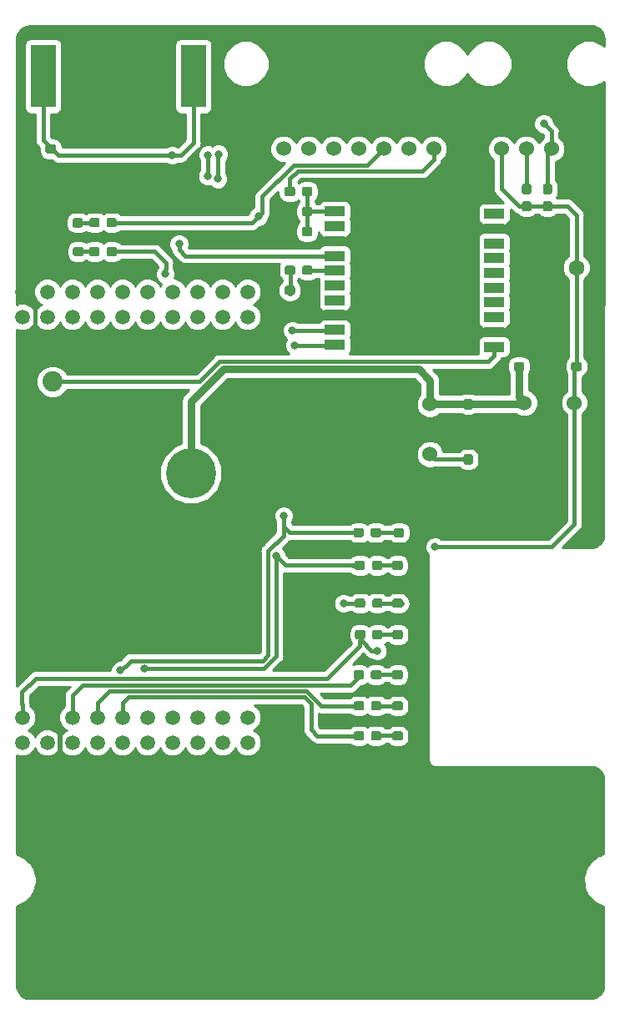
<source format=gbr>
G04 #@! TF.GenerationSoftware,KiCad,Pcbnew,(5.0.0)*
G04 #@! TF.CreationDate,2018-12-16T15:52:41-06:00*
G04 #@! TF.ProjectId,NavBoard_Hardware,4E6176426F6172645F48617264776172,rev?*
G04 #@! TF.SameCoordinates,Original*
G04 #@! TF.FileFunction,Copper,L1,Top,Signal*
G04 #@! TF.FilePolarity,Positive*
%FSLAX46Y46*%
G04 Gerber Fmt 4.6, Leading zero omitted, Abs format (unit mm)*
G04 Created by KiCad (PCBNEW (5.0.0)) date 12/16/18 15:52:41*
%MOMM*%
%LPD*%
G01*
G04 APERTURE LIST*
G04 #@! TA.AperFunction,ComponentPad*
%ADD10C,5.080000*%
G04 #@! TD*
G04 #@! TA.AperFunction,Conductor*
%ADD11C,0.100000*%
G04 #@! TD*
G04 #@! TA.AperFunction,SMDPad,CuDef*
%ADD12C,0.950000*%
G04 #@! TD*
G04 #@! TA.AperFunction,SMDPad,CuDef*
%ADD13R,2.000000X1.000000*%
G04 #@! TD*
G04 #@! TA.AperFunction,ComponentPad*
%ADD14C,1.524000*%
G04 #@! TD*
G04 #@! TA.AperFunction,ComponentPad*
%ADD15C,2.050000*%
G04 #@! TD*
G04 #@! TA.AperFunction,ComponentPad*
%ADD16C,2.250000*%
G04 #@! TD*
G04 #@! TA.AperFunction,ComponentPad*
%ADD17C,1.520000*%
G04 #@! TD*
G04 #@! TA.AperFunction,SMDPad,CuDef*
%ADD18R,2.540000X6.350000*%
G04 #@! TD*
G04 #@! TA.AperFunction,BGAPad,CuDef*
%ADD19C,10.160000*%
G04 #@! TD*
G04 #@! TA.AperFunction,ComponentPad*
%ADD20R,1.600000X1.600000*%
G04 #@! TD*
G04 #@! TA.AperFunction,ComponentPad*
%ADD21C,1.600000*%
G04 #@! TD*
G04 #@! TA.AperFunction,ViaPad*
%ADD22C,0.800000*%
G04 #@! TD*
G04 #@! TA.AperFunction,Conductor*
%ADD23C,0.508000*%
G04 #@! TD*
G04 #@! TA.AperFunction,Conductor*
%ADD24C,0.381000*%
G04 #@! TD*
G04 #@! TA.AperFunction,Conductor*
%ADD25C,0.250000*%
G04 #@! TD*
G04 #@! TA.AperFunction,Conductor*
%ADD26C,0.762000*%
G04 #@! TD*
G04 #@! TA.AperFunction,Conductor*
%ADD27C,0.254000*%
G04 #@! TD*
G04 APERTURE END LIST*
D10*
G04 #@! TO.P,Conn1,1*
G04 #@! TO.N,GND*
X133629400Y-106427000D03*
G04 #@! TO.P,Conn1,2*
G04 #@! TO.N,Net-(C10-Pad1)*
X133629400Y-98426000D03*
G04 #@! TD*
D11*
G04 #@! TO.N,GND*
G04 #@! TO.C,C10*
G36*
X168966779Y-87142507D02*
X168989834Y-87145926D01*
X169012443Y-87151590D01*
X169034387Y-87159442D01*
X169055457Y-87169407D01*
X169075448Y-87181389D01*
X169094168Y-87195273D01*
X169111438Y-87210925D01*
X169127090Y-87228195D01*
X169140974Y-87246915D01*
X169152956Y-87266906D01*
X169162921Y-87287976D01*
X169170773Y-87309920D01*
X169176437Y-87332529D01*
X169179856Y-87355584D01*
X169181000Y-87378863D01*
X169181000Y-87853863D01*
X169179856Y-87877142D01*
X169176437Y-87900197D01*
X169170773Y-87922806D01*
X169162921Y-87944750D01*
X169152956Y-87965820D01*
X169140974Y-87985811D01*
X169127090Y-88004531D01*
X169111438Y-88021801D01*
X169094168Y-88037453D01*
X169075448Y-88051337D01*
X169055457Y-88063319D01*
X169034387Y-88073284D01*
X169012443Y-88081136D01*
X168989834Y-88086800D01*
X168966779Y-88090219D01*
X168943500Y-88091363D01*
X168368500Y-88091363D01*
X168345221Y-88090219D01*
X168322166Y-88086800D01*
X168299557Y-88081136D01*
X168277613Y-88073284D01*
X168256543Y-88063319D01*
X168236552Y-88051337D01*
X168217832Y-88037453D01*
X168200562Y-88021801D01*
X168184910Y-88004531D01*
X168171026Y-87985811D01*
X168159044Y-87965820D01*
X168149079Y-87944750D01*
X168141227Y-87922806D01*
X168135563Y-87900197D01*
X168132144Y-87877142D01*
X168131000Y-87853863D01*
X168131000Y-87378863D01*
X168132144Y-87355584D01*
X168135563Y-87332529D01*
X168141227Y-87309920D01*
X168149079Y-87287976D01*
X168159044Y-87266906D01*
X168171026Y-87246915D01*
X168184910Y-87228195D01*
X168200562Y-87210925D01*
X168217832Y-87195273D01*
X168236552Y-87181389D01*
X168256543Y-87169407D01*
X168277613Y-87159442D01*
X168299557Y-87151590D01*
X168322166Y-87145926D01*
X168345221Y-87142507D01*
X168368500Y-87141363D01*
X168943500Y-87141363D01*
X168966779Y-87142507D01*
X168966779Y-87142507D01*
G37*
D12*
G04 #@! TD*
G04 #@! TO.P,C10,2*
G04 #@! TO.N,GND*
X168656000Y-87616363D03*
D11*
G04 #@! TO.N,Net-(C10-Pad1)*
G04 #@! TO.C,C10*
G36*
X167216779Y-87142507D02*
X167239834Y-87145926D01*
X167262443Y-87151590D01*
X167284387Y-87159442D01*
X167305457Y-87169407D01*
X167325448Y-87181389D01*
X167344168Y-87195273D01*
X167361438Y-87210925D01*
X167377090Y-87228195D01*
X167390974Y-87246915D01*
X167402956Y-87266906D01*
X167412921Y-87287976D01*
X167420773Y-87309920D01*
X167426437Y-87332529D01*
X167429856Y-87355584D01*
X167431000Y-87378863D01*
X167431000Y-87853863D01*
X167429856Y-87877142D01*
X167426437Y-87900197D01*
X167420773Y-87922806D01*
X167412921Y-87944750D01*
X167402956Y-87965820D01*
X167390974Y-87985811D01*
X167377090Y-88004531D01*
X167361438Y-88021801D01*
X167344168Y-88037453D01*
X167325448Y-88051337D01*
X167305457Y-88063319D01*
X167284387Y-88073284D01*
X167262443Y-88081136D01*
X167239834Y-88086800D01*
X167216779Y-88090219D01*
X167193500Y-88091363D01*
X166618500Y-88091363D01*
X166595221Y-88090219D01*
X166572166Y-88086800D01*
X166549557Y-88081136D01*
X166527613Y-88073284D01*
X166506543Y-88063319D01*
X166486552Y-88051337D01*
X166467832Y-88037453D01*
X166450562Y-88021801D01*
X166434910Y-88004531D01*
X166421026Y-87985811D01*
X166409044Y-87965820D01*
X166399079Y-87944750D01*
X166391227Y-87922806D01*
X166385563Y-87900197D01*
X166382144Y-87877142D01*
X166381000Y-87853863D01*
X166381000Y-87378863D01*
X166382144Y-87355584D01*
X166385563Y-87332529D01*
X166391227Y-87309920D01*
X166399079Y-87287976D01*
X166409044Y-87266906D01*
X166421026Y-87246915D01*
X166434910Y-87228195D01*
X166450562Y-87210925D01*
X166467832Y-87195273D01*
X166486552Y-87181389D01*
X166506543Y-87169407D01*
X166527613Y-87159442D01*
X166549557Y-87151590D01*
X166572166Y-87145926D01*
X166595221Y-87142507D01*
X166618500Y-87141363D01*
X167193500Y-87141363D01*
X167216779Y-87142507D01*
X167216779Y-87142507D01*
G37*
D12*
G04 #@! TD*
G04 #@! TO.P,C10,1*
G04 #@! TO.N,Net-(C10-Pad1)*
X166906000Y-87616363D03*
D11*
G04 #@! TO.N,Net-(D8-Pad2)*
G04 #@! TO.C,R8*
G36*
X124135779Y-72551144D02*
X124158834Y-72554563D01*
X124181443Y-72560227D01*
X124203387Y-72568079D01*
X124224457Y-72578044D01*
X124244448Y-72590026D01*
X124263168Y-72603910D01*
X124280438Y-72619562D01*
X124296090Y-72636832D01*
X124309974Y-72655552D01*
X124321956Y-72675543D01*
X124331921Y-72696613D01*
X124339773Y-72718557D01*
X124345437Y-72741166D01*
X124348856Y-72764221D01*
X124350000Y-72787500D01*
X124350000Y-73262500D01*
X124348856Y-73285779D01*
X124345437Y-73308834D01*
X124339773Y-73331443D01*
X124331921Y-73353387D01*
X124321956Y-73374457D01*
X124309974Y-73394448D01*
X124296090Y-73413168D01*
X124280438Y-73430438D01*
X124263168Y-73446090D01*
X124244448Y-73459974D01*
X124224457Y-73471956D01*
X124203387Y-73481921D01*
X124181443Y-73489773D01*
X124158834Y-73495437D01*
X124135779Y-73498856D01*
X124112500Y-73500000D01*
X123537500Y-73500000D01*
X123514221Y-73498856D01*
X123491166Y-73495437D01*
X123468557Y-73489773D01*
X123446613Y-73481921D01*
X123425543Y-73471956D01*
X123405552Y-73459974D01*
X123386832Y-73446090D01*
X123369562Y-73430438D01*
X123353910Y-73413168D01*
X123340026Y-73394448D01*
X123328044Y-73374457D01*
X123318079Y-73353387D01*
X123310227Y-73331443D01*
X123304563Y-73308834D01*
X123301144Y-73285779D01*
X123300000Y-73262500D01*
X123300000Y-72787500D01*
X123301144Y-72764221D01*
X123304563Y-72741166D01*
X123310227Y-72718557D01*
X123318079Y-72696613D01*
X123328044Y-72675543D01*
X123340026Y-72655552D01*
X123353910Y-72636832D01*
X123369562Y-72619562D01*
X123386832Y-72603910D01*
X123405552Y-72590026D01*
X123425543Y-72578044D01*
X123446613Y-72568079D01*
X123468557Y-72560227D01*
X123491166Y-72554563D01*
X123514221Y-72551144D01*
X123537500Y-72550000D01*
X124112500Y-72550000D01*
X124135779Y-72551144D01*
X124135779Y-72551144D01*
G37*
D12*
G04 #@! TD*
G04 #@! TO.P,R8,2*
G04 #@! TO.N,Net-(D8-Pad2)*
X123825000Y-73025000D03*
D11*
G04 #@! TO.N,IMU_SDA*
G04 #@! TO.C,R8*
G36*
X125885779Y-72551144D02*
X125908834Y-72554563D01*
X125931443Y-72560227D01*
X125953387Y-72568079D01*
X125974457Y-72578044D01*
X125994448Y-72590026D01*
X126013168Y-72603910D01*
X126030438Y-72619562D01*
X126046090Y-72636832D01*
X126059974Y-72655552D01*
X126071956Y-72675543D01*
X126081921Y-72696613D01*
X126089773Y-72718557D01*
X126095437Y-72741166D01*
X126098856Y-72764221D01*
X126100000Y-72787500D01*
X126100000Y-73262500D01*
X126098856Y-73285779D01*
X126095437Y-73308834D01*
X126089773Y-73331443D01*
X126081921Y-73353387D01*
X126071956Y-73374457D01*
X126059974Y-73394448D01*
X126046090Y-73413168D01*
X126030438Y-73430438D01*
X126013168Y-73446090D01*
X125994448Y-73459974D01*
X125974457Y-73471956D01*
X125953387Y-73481921D01*
X125931443Y-73489773D01*
X125908834Y-73495437D01*
X125885779Y-73498856D01*
X125862500Y-73500000D01*
X125287500Y-73500000D01*
X125264221Y-73498856D01*
X125241166Y-73495437D01*
X125218557Y-73489773D01*
X125196613Y-73481921D01*
X125175543Y-73471956D01*
X125155552Y-73459974D01*
X125136832Y-73446090D01*
X125119562Y-73430438D01*
X125103910Y-73413168D01*
X125090026Y-73394448D01*
X125078044Y-73374457D01*
X125068079Y-73353387D01*
X125060227Y-73331443D01*
X125054563Y-73308834D01*
X125051144Y-73285779D01*
X125050000Y-73262500D01*
X125050000Y-72787500D01*
X125051144Y-72764221D01*
X125054563Y-72741166D01*
X125060227Y-72718557D01*
X125068079Y-72696613D01*
X125078044Y-72675543D01*
X125090026Y-72655552D01*
X125103910Y-72636832D01*
X125119562Y-72619562D01*
X125136832Y-72603910D01*
X125155552Y-72590026D01*
X125175543Y-72578044D01*
X125196613Y-72568079D01*
X125218557Y-72560227D01*
X125241166Y-72554563D01*
X125264221Y-72551144D01*
X125287500Y-72550000D01*
X125862500Y-72550000D01*
X125885779Y-72551144D01*
X125885779Y-72551144D01*
G37*
D12*
G04 #@! TD*
G04 #@! TO.P,R8,1*
G04 #@! TO.N,IMU_SDA*
X125575000Y-73025000D03*
D11*
G04 #@! TO.N,GND*
G04 #@! TO.C,D8*
G36*
X120689016Y-72558333D02*
X120712071Y-72561752D01*
X120734680Y-72567416D01*
X120756624Y-72575268D01*
X120777694Y-72585233D01*
X120797685Y-72597215D01*
X120816405Y-72611099D01*
X120833675Y-72626751D01*
X120849327Y-72644021D01*
X120863211Y-72662741D01*
X120875193Y-72682732D01*
X120885158Y-72703802D01*
X120893010Y-72725746D01*
X120898674Y-72748355D01*
X120902093Y-72771410D01*
X120903237Y-72794689D01*
X120903237Y-73269689D01*
X120902093Y-73292968D01*
X120898674Y-73316023D01*
X120893010Y-73338632D01*
X120885158Y-73360576D01*
X120875193Y-73381646D01*
X120863211Y-73401637D01*
X120849327Y-73420357D01*
X120833675Y-73437627D01*
X120816405Y-73453279D01*
X120797685Y-73467163D01*
X120777694Y-73479145D01*
X120756624Y-73489110D01*
X120734680Y-73496962D01*
X120712071Y-73502626D01*
X120689016Y-73506045D01*
X120665737Y-73507189D01*
X120090737Y-73507189D01*
X120067458Y-73506045D01*
X120044403Y-73502626D01*
X120021794Y-73496962D01*
X119999850Y-73489110D01*
X119978780Y-73479145D01*
X119958789Y-73467163D01*
X119940069Y-73453279D01*
X119922799Y-73437627D01*
X119907147Y-73420357D01*
X119893263Y-73401637D01*
X119881281Y-73381646D01*
X119871316Y-73360576D01*
X119863464Y-73338632D01*
X119857800Y-73316023D01*
X119854381Y-73292968D01*
X119853237Y-73269689D01*
X119853237Y-72794689D01*
X119854381Y-72771410D01*
X119857800Y-72748355D01*
X119863464Y-72725746D01*
X119871316Y-72703802D01*
X119881281Y-72682732D01*
X119893263Y-72662741D01*
X119907147Y-72644021D01*
X119922799Y-72626751D01*
X119940069Y-72611099D01*
X119958789Y-72597215D01*
X119978780Y-72585233D01*
X119999850Y-72575268D01*
X120021794Y-72567416D01*
X120044403Y-72561752D01*
X120067458Y-72558333D01*
X120090737Y-72557189D01*
X120665737Y-72557189D01*
X120689016Y-72558333D01*
X120689016Y-72558333D01*
G37*
D12*
G04 #@! TD*
G04 #@! TO.P,D8,1*
G04 #@! TO.N,GND*
X120378237Y-73032189D03*
D11*
G04 #@! TO.N,Net-(D8-Pad2)*
G04 #@! TO.C,D8*
G36*
X122439016Y-72558333D02*
X122462071Y-72561752D01*
X122484680Y-72567416D01*
X122506624Y-72575268D01*
X122527694Y-72585233D01*
X122547685Y-72597215D01*
X122566405Y-72611099D01*
X122583675Y-72626751D01*
X122599327Y-72644021D01*
X122613211Y-72662741D01*
X122625193Y-72682732D01*
X122635158Y-72703802D01*
X122643010Y-72725746D01*
X122648674Y-72748355D01*
X122652093Y-72771410D01*
X122653237Y-72794689D01*
X122653237Y-73269689D01*
X122652093Y-73292968D01*
X122648674Y-73316023D01*
X122643010Y-73338632D01*
X122635158Y-73360576D01*
X122625193Y-73381646D01*
X122613211Y-73401637D01*
X122599327Y-73420357D01*
X122583675Y-73437627D01*
X122566405Y-73453279D01*
X122547685Y-73467163D01*
X122527694Y-73479145D01*
X122506624Y-73489110D01*
X122484680Y-73496962D01*
X122462071Y-73502626D01*
X122439016Y-73506045D01*
X122415737Y-73507189D01*
X121840737Y-73507189D01*
X121817458Y-73506045D01*
X121794403Y-73502626D01*
X121771794Y-73496962D01*
X121749850Y-73489110D01*
X121728780Y-73479145D01*
X121708789Y-73467163D01*
X121690069Y-73453279D01*
X121672799Y-73437627D01*
X121657147Y-73420357D01*
X121643263Y-73401637D01*
X121631281Y-73381646D01*
X121621316Y-73360576D01*
X121613464Y-73338632D01*
X121607800Y-73316023D01*
X121604381Y-73292968D01*
X121603237Y-73269689D01*
X121603237Y-72794689D01*
X121604381Y-72771410D01*
X121607800Y-72748355D01*
X121613464Y-72725746D01*
X121621316Y-72703802D01*
X121631281Y-72682732D01*
X121643263Y-72662741D01*
X121657147Y-72644021D01*
X121672799Y-72626751D01*
X121690069Y-72611099D01*
X121708789Y-72597215D01*
X121728780Y-72585233D01*
X121749850Y-72575268D01*
X121771794Y-72567416D01*
X121794403Y-72561752D01*
X121817458Y-72558333D01*
X121840737Y-72557189D01*
X122415737Y-72557189D01*
X122439016Y-72558333D01*
X122439016Y-72558333D01*
G37*
D12*
G04 #@! TD*
G04 #@! TO.P,D8,2*
G04 #@! TO.N,Net-(D8-Pad2)*
X122128237Y-73032189D03*
D11*
G04 #@! TO.N,GND*
G04 #@! TO.C,C3*
G36*
X143961779Y-71408144D02*
X143984834Y-71411563D01*
X144007443Y-71417227D01*
X144029387Y-71425079D01*
X144050457Y-71435044D01*
X144070448Y-71447026D01*
X144089168Y-71460910D01*
X144106438Y-71476562D01*
X144122090Y-71493832D01*
X144135974Y-71512552D01*
X144147956Y-71532543D01*
X144157921Y-71553613D01*
X144165773Y-71575557D01*
X144171437Y-71598166D01*
X144174856Y-71621221D01*
X144176000Y-71644500D01*
X144176000Y-72119500D01*
X144174856Y-72142779D01*
X144171437Y-72165834D01*
X144165773Y-72188443D01*
X144157921Y-72210387D01*
X144147956Y-72231457D01*
X144135974Y-72251448D01*
X144122090Y-72270168D01*
X144106438Y-72287438D01*
X144089168Y-72303090D01*
X144070448Y-72316974D01*
X144050457Y-72328956D01*
X144029387Y-72338921D01*
X144007443Y-72346773D01*
X143984834Y-72352437D01*
X143961779Y-72355856D01*
X143938500Y-72357000D01*
X143363500Y-72357000D01*
X143340221Y-72355856D01*
X143317166Y-72352437D01*
X143294557Y-72346773D01*
X143272613Y-72338921D01*
X143251543Y-72328956D01*
X143231552Y-72316974D01*
X143212832Y-72303090D01*
X143195562Y-72287438D01*
X143179910Y-72270168D01*
X143166026Y-72251448D01*
X143154044Y-72231457D01*
X143144079Y-72210387D01*
X143136227Y-72188443D01*
X143130563Y-72165834D01*
X143127144Y-72142779D01*
X143126000Y-72119500D01*
X143126000Y-71644500D01*
X143127144Y-71621221D01*
X143130563Y-71598166D01*
X143136227Y-71575557D01*
X143144079Y-71553613D01*
X143154044Y-71532543D01*
X143166026Y-71512552D01*
X143179910Y-71493832D01*
X143195562Y-71476562D01*
X143212832Y-71460910D01*
X143231552Y-71447026D01*
X143251543Y-71435044D01*
X143272613Y-71425079D01*
X143294557Y-71417227D01*
X143317166Y-71411563D01*
X143340221Y-71408144D01*
X143363500Y-71407000D01*
X143938500Y-71407000D01*
X143961779Y-71408144D01*
X143961779Y-71408144D01*
G37*
D12*
G04 #@! TD*
G04 #@! TO.P,C3,1*
G04 #@! TO.N,GND*
X143651000Y-71882000D03*
D11*
G04 #@! TO.N,Net-(C3-Pad2)*
G04 #@! TO.C,C3*
G36*
X145711779Y-71408144D02*
X145734834Y-71411563D01*
X145757443Y-71417227D01*
X145779387Y-71425079D01*
X145800457Y-71435044D01*
X145820448Y-71447026D01*
X145839168Y-71460910D01*
X145856438Y-71476562D01*
X145872090Y-71493832D01*
X145885974Y-71512552D01*
X145897956Y-71532543D01*
X145907921Y-71553613D01*
X145915773Y-71575557D01*
X145921437Y-71598166D01*
X145924856Y-71621221D01*
X145926000Y-71644500D01*
X145926000Y-72119500D01*
X145924856Y-72142779D01*
X145921437Y-72165834D01*
X145915773Y-72188443D01*
X145907921Y-72210387D01*
X145897956Y-72231457D01*
X145885974Y-72251448D01*
X145872090Y-72270168D01*
X145856438Y-72287438D01*
X145839168Y-72303090D01*
X145820448Y-72316974D01*
X145800457Y-72328956D01*
X145779387Y-72338921D01*
X145757443Y-72346773D01*
X145734834Y-72352437D01*
X145711779Y-72355856D01*
X145688500Y-72357000D01*
X145113500Y-72357000D01*
X145090221Y-72355856D01*
X145067166Y-72352437D01*
X145044557Y-72346773D01*
X145022613Y-72338921D01*
X145001543Y-72328956D01*
X144981552Y-72316974D01*
X144962832Y-72303090D01*
X144945562Y-72287438D01*
X144929910Y-72270168D01*
X144916026Y-72251448D01*
X144904044Y-72231457D01*
X144894079Y-72210387D01*
X144886227Y-72188443D01*
X144880563Y-72165834D01*
X144877144Y-72142779D01*
X144876000Y-72119500D01*
X144876000Y-71644500D01*
X144877144Y-71621221D01*
X144880563Y-71598166D01*
X144886227Y-71575557D01*
X144894079Y-71553613D01*
X144904044Y-71532543D01*
X144916026Y-71512552D01*
X144929910Y-71493832D01*
X144945562Y-71476562D01*
X144962832Y-71460910D01*
X144981552Y-71447026D01*
X145001543Y-71435044D01*
X145022613Y-71425079D01*
X145044557Y-71417227D01*
X145067166Y-71411563D01*
X145090221Y-71408144D01*
X145113500Y-71407000D01*
X145688500Y-71407000D01*
X145711779Y-71408144D01*
X145711779Y-71408144D01*
G37*
D12*
G04 #@! TD*
G04 #@! TO.P,C3,2*
G04 #@! TO.N,Net-(C3-Pad2)*
X145401000Y-71882000D03*
D13*
G04 #@! TO.P,U5,1*
G04 #@! TO.N,Net-(C3-Pad2)*
X148209000Y-71882000D03*
G04 #@! TO.P,U5,2*
G04 #@! TO.N,Net-(U5-Pad2)*
X148209000Y-73382000D03*
G04 #@! TO.P,U5,3*
G04 #@! TO.N,GND*
X148209000Y-74882000D03*
G04 #@! TO.P,U5,4*
G04 #@! TO.N,VBACKUP*
X148209000Y-76382000D03*
G04 #@! TO.P,U5,5*
G04 #@! TO.N,Net-(R1-Pad1)*
X148209000Y-77882000D03*
G04 #@! TO.P,U5,6*
G04 #@! TO.N,Net-(U5-Pad6)*
X148209000Y-79382000D03*
G04 #@! TO.P,U5,7*
G04 #@! TO.N,Net-(U5-Pad7)*
X148209000Y-80882000D03*
G04 #@! TO.P,U5,8*
G04 #@! TO.N,GND*
X148209000Y-82382000D03*
G04 #@! TO.P,U5,9*
G04 #@! TO.N,TivaTX*
X148209000Y-83882000D03*
G04 #@! TO.P,U5,10*
G04 #@! TO.N,TivaRX*
X148209000Y-85382000D03*
G04 #@! TO.P,U5,11*
G04 #@! TO.N,/EXAnt*
X164374634Y-85611608D03*
G04 #@! TO.P,U5,12*
G04 #@! TO.N,GND*
X164374634Y-84111608D03*
G04 #@! TO.P,U5,13*
G04 #@! TO.N,Net-(U5-Pad13)*
X164374634Y-82611608D03*
G04 #@! TO.P,U5,14*
G04 #@! TO.N,Net-(U5-Pad14)*
X164374634Y-81111608D03*
G04 #@! TO.P,U5,15*
G04 #@! TO.N,Net-(U5-Pad15)*
X164374634Y-79611608D03*
G04 #@! TO.P,U5,16*
G04 #@! TO.N,Net-(U5-Pad16)*
X164374634Y-78111608D03*
G04 #@! TO.P,U5,17*
G04 #@! TO.N,Net-(U5-Pad17)*
X164374634Y-76611608D03*
G04 #@! TO.P,U5,18*
G04 #@! TO.N,Net-(U5-Pad18)*
X164374634Y-75111608D03*
G04 #@! TO.P,U5,19*
G04 #@! TO.N,GND*
X164374634Y-73611608D03*
G04 #@! TO.P,U5,20*
G04 #@! TO.N,Net-(U5-Pad20)*
X164374634Y-72111608D03*
G04 #@! TD*
D11*
G04 #@! TO.N,Net-(C3-Pad2)*
G04 #@! TO.C,C4*
G36*
X145711779Y-73440144D02*
X145734834Y-73443563D01*
X145757443Y-73449227D01*
X145779387Y-73457079D01*
X145800457Y-73467044D01*
X145820448Y-73479026D01*
X145839168Y-73492910D01*
X145856438Y-73508562D01*
X145872090Y-73525832D01*
X145885974Y-73544552D01*
X145897956Y-73564543D01*
X145907921Y-73585613D01*
X145915773Y-73607557D01*
X145921437Y-73630166D01*
X145924856Y-73653221D01*
X145926000Y-73676500D01*
X145926000Y-74151500D01*
X145924856Y-74174779D01*
X145921437Y-74197834D01*
X145915773Y-74220443D01*
X145907921Y-74242387D01*
X145897956Y-74263457D01*
X145885974Y-74283448D01*
X145872090Y-74302168D01*
X145856438Y-74319438D01*
X145839168Y-74335090D01*
X145820448Y-74348974D01*
X145800457Y-74360956D01*
X145779387Y-74370921D01*
X145757443Y-74378773D01*
X145734834Y-74384437D01*
X145711779Y-74387856D01*
X145688500Y-74389000D01*
X145113500Y-74389000D01*
X145090221Y-74387856D01*
X145067166Y-74384437D01*
X145044557Y-74378773D01*
X145022613Y-74370921D01*
X145001543Y-74360956D01*
X144981552Y-74348974D01*
X144962832Y-74335090D01*
X144945562Y-74319438D01*
X144929910Y-74302168D01*
X144916026Y-74283448D01*
X144904044Y-74263457D01*
X144894079Y-74242387D01*
X144886227Y-74220443D01*
X144880563Y-74197834D01*
X144877144Y-74174779D01*
X144876000Y-74151500D01*
X144876000Y-73676500D01*
X144877144Y-73653221D01*
X144880563Y-73630166D01*
X144886227Y-73607557D01*
X144894079Y-73585613D01*
X144904044Y-73564543D01*
X144916026Y-73544552D01*
X144929910Y-73525832D01*
X144945562Y-73508562D01*
X144962832Y-73492910D01*
X144981552Y-73479026D01*
X145001543Y-73467044D01*
X145022613Y-73457079D01*
X145044557Y-73449227D01*
X145067166Y-73443563D01*
X145090221Y-73440144D01*
X145113500Y-73439000D01*
X145688500Y-73439000D01*
X145711779Y-73440144D01*
X145711779Y-73440144D01*
G37*
D12*
G04 #@! TD*
G04 #@! TO.P,C4,2*
G04 #@! TO.N,Net-(C3-Pad2)*
X145401000Y-73914000D03*
D11*
G04 #@! TO.N,GND*
G04 #@! TO.C,C4*
G36*
X143961779Y-73440144D02*
X143984834Y-73443563D01*
X144007443Y-73449227D01*
X144029387Y-73457079D01*
X144050457Y-73467044D01*
X144070448Y-73479026D01*
X144089168Y-73492910D01*
X144106438Y-73508562D01*
X144122090Y-73525832D01*
X144135974Y-73544552D01*
X144147956Y-73564543D01*
X144157921Y-73585613D01*
X144165773Y-73607557D01*
X144171437Y-73630166D01*
X144174856Y-73653221D01*
X144176000Y-73676500D01*
X144176000Y-74151500D01*
X144174856Y-74174779D01*
X144171437Y-74197834D01*
X144165773Y-74220443D01*
X144157921Y-74242387D01*
X144147956Y-74263457D01*
X144135974Y-74283448D01*
X144122090Y-74302168D01*
X144106438Y-74319438D01*
X144089168Y-74335090D01*
X144070448Y-74348974D01*
X144050457Y-74360956D01*
X144029387Y-74370921D01*
X144007443Y-74378773D01*
X143984834Y-74384437D01*
X143961779Y-74387856D01*
X143938500Y-74389000D01*
X143363500Y-74389000D01*
X143340221Y-74387856D01*
X143317166Y-74384437D01*
X143294557Y-74378773D01*
X143272613Y-74370921D01*
X143251543Y-74360956D01*
X143231552Y-74348974D01*
X143212832Y-74335090D01*
X143195562Y-74319438D01*
X143179910Y-74302168D01*
X143166026Y-74283448D01*
X143154044Y-74263457D01*
X143144079Y-74242387D01*
X143136227Y-74220443D01*
X143130563Y-74197834D01*
X143127144Y-74174779D01*
X143126000Y-74151500D01*
X143126000Y-73676500D01*
X143127144Y-73653221D01*
X143130563Y-73630166D01*
X143136227Y-73607557D01*
X143144079Y-73585613D01*
X143154044Y-73564543D01*
X143166026Y-73544552D01*
X143179910Y-73525832D01*
X143195562Y-73508562D01*
X143212832Y-73492910D01*
X143231552Y-73479026D01*
X143251543Y-73467044D01*
X143272613Y-73457079D01*
X143294557Y-73449227D01*
X143317166Y-73443563D01*
X143340221Y-73440144D01*
X143363500Y-73439000D01*
X143938500Y-73439000D01*
X143961779Y-73440144D01*
X143961779Y-73440144D01*
G37*
D12*
G04 #@! TD*
G04 #@! TO.P,C4,1*
G04 #@! TO.N,GND*
X143651000Y-73914000D03*
D11*
G04 #@! TO.N,GND*
G04 #@! TO.C,C5*
G36*
X117940779Y-65058144D02*
X117963834Y-65061563D01*
X117986443Y-65067227D01*
X118008387Y-65075079D01*
X118029457Y-65085044D01*
X118049448Y-65097026D01*
X118068168Y-65110910D01*
X118085438Y-65126562D01*
X118101090Y-65143832D01*
X118114974Y-65162552D01*
X118126956Y-65182543D01*
X118136921Y-65203613D01*
X118144773Y-65225557D01*
X118150437Y-65248166D01*
X118153856Y-65271221D01*
X118155000Y-65294500D01*
X118155000Y-65769500D01*
X118153856Y-65792779D01*
X118150437Y-65815834D01*
X118144773Y-65838443D01*
X118136921Y-65860387D01*
X118126956Y-65881457D01*
X118114974Y-65901448D01*
X118101090Y-65920168D01*
X118085438Y-65937438D01*
X118068168Y-65953090D01*
X118049448Y-65966974D01*
X118029457Y-65978956D01*
X118008387Y-65988921D01*
X117986443Y-65996773D01*
X117963834Y-66002437D01*
X117940779Y-66005856D01*
X117917500Y-66007000D01*
X117342500Y-66007000D01*
X117319221Y-66005856D01*
X117296166Y-66002437D01*
X117273557Y-65996773D01*
X117251613Y-65988921D01*
X117230543Y-65978956D01*
X117210552Y-65966974D01*
X117191832Y-65953090D01*
X117174562Y-65937438D01*
X117158910Y-65920168D01*
X117145026Y-65901448D01*
X117133044Y-65881457D01*
X117123079Y-65860387D01*
X117115227Y-65838443D01*
X117109563Y-65815834D01*
X117106144Y-65792779D01*
X117105000Y-65769500D01*
X117105000Y-65294500D01*
X117106144Y-65271221D01*
X117109563Y-65248166D01*
X117115227Y-65225557D01*
X117123079Y-65203613D01*
X117133044Y-65182543D01*
X117145026Y-65162552D01*
X117158910Y-65143832D01*
X117174562Y-65126562D01*
X117191832Y-65110910D01*
X117210552Y-65097026D01*
X117230543Y-65085044D01*
X117251613Y-65075079D01*
X117273557Y-65067227D01*
X117296166Y-65061563D01*
X117319221Y-65058144D01*
X117342500Y-65057000D01*
X117917500Y-65057000D01*
X117940779Y-65058144D01*
X117940779Y-65058144D01*
G37*
D12*
G04 #@! TD*
G04 #@! TO.P,C5,2*
G04 #@! TO.N,GND*
X117630000Y-65532000D03*
D11*
G04 #@! TO.N,VBACKUP*
G04 #@! TO.C,C5*
G36*
X119690779Y-65058144D02*
X119713834Y-65061563D01*
X119736443Y-65067227D01*
X119758387Y-65075079D01*
X119779457Y-65085044D01*
X119799448Y-65097026D01*
X119818168Y-65110910D01*
X119835438Y-65126562D01*
X119851090Y-65143832D01*
X119864974Y-65162552D01*
X119876956Y-65182543D01*
X119886921Y-65203613D01*
X119894773Y-65225557D01*
X119900437Y-65248166D01*
X119903856Y-65271221D01*
X119905000Y-65294500D01*
X119905000Y-65769500D01*
X119903856Y-65792779D01*
X119900437Y-65815834D01*
X119894773Y-65838443D01*
X119886921Y-65860387D01*
X119876956Y-65881457D01*
X119864974Y-65901448D01*
X119851090Y-65920168D01*
X119835438Y-65937438D01*
X119818168Y-65953090D01*
X119799448Y-65966974D01*
X119779457Y-65978956D01*
X119758387Y-65988921D01*
X119736443Y-65996773D01*
X119713834Y-66002437D01*
X119690779Y-66005856D01*
X119667500Y-66007000D01*
X119092500Y-66007000D01*
X119069221Y-66005856D01*
X119046166Y-66002437D01*
X119023557Y-65996773D01*
X119001613Y-65988921D01*
X118980543Y-65978956D01*
X118960552Y-65966974D01*
X118941832Y-65953090D01*
X118924562Y-65937438D01*
X118908910Y-65920168D01*
X118895026Y-65901448D01*
X118883044Y-65881457D01*
X118873079Y-65860387D01*
X118865227Y-65838443D01*
X118859563Y-65815834D01*
X118856144Y-65792779D01*
X118855000Y-65769500D01*
X118855000Y-65294500D01*
X118856144Y-65271221D01*
X118859563Y-65248166D01*
X118865227Y-65225557D01*
X118873079Y-65203613D01*
X118883044Y-65182543D01*
X118895026Y-65162552D01*
X118908910Y-65143832D01*
X118924562Y-65126562D01*
X118941832Y-65110910D01*
X118960552Y-65097026D01*
X118980543Y-65085044D01*
X119001613Y-65075079D01*
X119023557Y-65067227D01*
X119046166Y-65061563D01*
X119069221Y-65058144D01*
X119092500Y-65057000D01*
X119667500Y-65057000D01*
X119690779Y-65058144D01*
X119690779Y-65058144D01*
G37*
D12*
G04 #@! TD*
G04 #@! TO.P,C5,1*
G04 #@! TO.N,VBACKUP*
X119380000Y-65532000D03*
D11*
G04 #@! TO.N,Net-(C10-Pad1)*
G04 #@! TO.C,C8*
G36*
X162008262Y-90916144D02*
X162031317Y-90919563D01*
X162053926Y-90925227D01*
X162075870Y-90933079D01*
X162096940Y-90943044D01*
X162116931Y-90955026D01*
X162135651Y-90968910D01*
X162152921Y-90984562D01*
X162168573Y-91001832D01*
X162182457Y-91020552D01*
X162194439Y-91040543D01*
X162204404Y-91061613D01*
X162212256Y-91083557D01*
X162217920Y-91106166D01*
X162221339Y-91129221D01*
X162222483Y-91152500D01*
X162222483Y-91727500D01*
X162221339Y-91750779D01*
X162217920Y-91773834D01*
X162212256Y-91796443D01*
X162204404Y-91818387D01*
X162194439Y-91839457D01*
X162182457Y-91859448D01*
X162168573Y-91878168D01*
X162152921Y-91895438D01*
X162135651Y-91911090D01*
X162116931Y-91924974D01*
X162096940Y-91936956D01*
X162075870Y-91946921D01*
X162053926Y-91954773D01*
X162031317Y-91960437D01*
X162008262Y-91963856D01*
X161984983Y-91965000D01*
X161509983Y-91965000D01*
X161486704Y-91963856D01*
X161463649Y-91960437D01*
X161441040Y-91954773D01*
X161419096Y-91946921D01*
X161398026Y-91936956D01*
X161378035Y-91924974D01*
X161359315Y-91911090D01*
X161342045Y-91895438D01*
X161326393Y-91878168D01*
X161312509Y-91859448D01*
X161300527Y-91839457D01*
X161290562Y-91818387D01*
X161282710Y-91796443D01*
X161277046Y-91773834D01*
X161273627Y-91750779D01*
X161272483Y-91727500D01*
X161272483Y-91152500D01*
X161273627Y-91129221D01*
X161277046Y-91106166D01*
X161282710Y-91083557D01*
X161290562Y-91061613D01*
X161300527Y-91040543D01*
X161312509Y-91020552D01*
X161326393Y-91001832D01*
X161342045Y-90984562D01*
X161359315Y-90968910D01*
X161378035Y-90955026D01*
X161398026Y-90943044D01*
X161419096Y-90933079D01*
X161441040Y-90925227D01*
X161463649Y-90919563D01*
X161486704Y-90916144D01*
X161509983Y-90915000D01*
X161984983Y-90915000D01*
X162008262Y-90916144D01*
X162008262Y-90916144D01*
G37*
D12*
G04 #@! TD*
G04 #@! TO.P,C8,1*
G04 #@! TO.N,Net-(C10-Pad1)*
X161747483Y-91440000D03*
D11*
G04 #@! TO.N,GND*
G04 #@! TO.C,C8*
G36*
X162008262Y-92666144D02*
X162031317Y-92669563D01*
X162053926Y-92675227D01*
X162075870Y-92683079D01*
X162096940Y-92693044D01*
X162116931Y-92705026D01*
X162135651Y-92718910D01*
X162152921Y-92734562D01*
X162168573Y-92751832D01*
X162182457Y-92770552D01*
X162194439Y-92790543D01*
X162204404Y-92811613D01*
X162212256Y-92833557D01*
X162217920Y-92856166D01*
X162221339Y-92879221D01*
X162222483Y-92902500D01*
X162222483Y-93477500D01*
X162221339Y-93500779D01*
X162217920Y-93523834D01*
X162212256Y-93546443D01*
X162204404Y-93568387D01*
X162194439Y-93589457D01*
X162182457Y-93609448D01*
X162168573Y-93628168D01*
X162152921Y-93645438D01*
X162135651Y-93661090D01*
X162116931Y-93674974D01*
X162096940Y-93686956D01*
X162075870Y-93696921D01*
X162053926Y-93704773D01*
X162031317Y-93710437D01*
X162008262Y-93713856D01*
X161984983Y-93715000D01*
X161509983Y-93715000D01*
X161486704Y-93713856D01*
X161463649Y-93710437D01*
X161441040Y-93704773D01*
X161419096Y-93696921D01*
X161398026Y-93686956D01*
X161378035Y-93674974D01*
X161359315Y-93661090D01*
X161342045Y-93645438D01*
X161326393Y-93628168D01*
X161312509Y-93609448D01*
X161300527Y-93589457D01*
X161290562Y-93568387D01*
X161282710Y-93546443D01*
X161277046Y-93523834D01*
X161273627Y-93500779D01*
X161272483Y-93477500D01*
X161272483Y-92902500D01*
X161273627Y-92879221D01*
X161277046Y-92856166D01*
X161282710Y-92833557D01*
X161290562Y-92811613D01*
X161300527Y-92790543D01*
X161312509Y-92770552D01*
X161326393Y-92751832D01*
X161342045Y-92734562D01*
X161359315Y-92718910D01*
X161378035Y-92705026D01*
X161398026Y-92693044D01*
X161419096Y-92683079D01*
X161441040Y-92675227D01*
X161463649Y-92669563D01*
X161486704Y-92666144D01*
X161509983Y-92665000D01*
X161984983Y-92665000D01*
X162008262Y-92666144D01*
X162008262Y-92666144D01*
G37*
D12*
G04 #@! TD*
G04 #@! TO.P,C8,2*
G04 #@! TO.N,GND*
X161747483Y-93190000D03*
D11*
G04 #@! TO.N,+5V*
G04 #@! TO.C,C9*
G36*
X173030779Y-87142507D02*
X173053834Y-87145926D01*
X173076443Y-87151590D01*
X173098387Y-87159442D01*
X173119457Y-87169407D01*
X173139448Y-87181389D01*
X173158168Y-87195273D01*
X173175438Y-87210925D01*
X173191090Y-87228195D01*
X173204974Y-87246915D01*
X173216956Y-87266906D01*
X173226921Y-87287976D01*
X173234773Y-87309920D01*
X173240437Y-87332529D01*
X173243856Y-87355584D01*
X173245000Y-87378863D01*
X173245000Y-87853863D01*
X173243856Y-87877142D01*
X173240437Y-87900197D01*
X173234773Y-87922806D01*
X173226921Y-87944750D01*
X173216956Y-87965820D01*
X173204974Y-87985811D01*
X173191090Y-88004531D01*
X173175438Y-88021801D01*
X173158168Y-88037453D01*
X173139448Y-88051337D01*
X173119457Y-88063319D01*
X173098387Y-88073284D01*
X173076443Y-88081136D01*
X173053834Y-88086800D01*
X173030779Y-88090219D01*
X173007500Y-88091363D01*
X172432500Y-88091363D01*
X172409221Y-88090219D01*
X172386166Y-88086800D01*
X172363557Y-88081136D01*
X172341613Y-88073284D01*
X172320543Y-88063319D01*
X172300552Y-88051337D01*
X172281832Y-88037453D01*
X172264562Y-88021801D01*
X172248910Y-88004531D01*
X172235026Y-87985811D01*
X172223044Y-87965820D01*
X172213079Y-87944750D01*
X172205227Y-87922806D01*
X172199563Y-87900197D01*
X172196144Y-87877142D01*
X172195000Y-87853863D01*
X172195000Y-87378863D01*
X172196144Y-87355584D01*
X172199563Y-87332529D01*
X172205227Y-87309920D01*
X172213079Y-87287976D01*
X172223044Y-87266906D01*
X172235026Y-87246915D01*
X172248910Y-87228195D01*
X172264562Y-87210925D01*
X172281832Y-87195273D01*
X172300552Y-87181389D01*
X172320543Y-87169407D01*
X172341613Y-87159442D01*
X172363557Y-87151590D01*
X172386166Y-87145926D01*
X172409221Y-87142507D01*
X172432500Y-87141363D01*
X173007500Y-87141363D01*
X173030779Y-87142507D01*
X173030779Y-87142507D01*
G37*
D12*
G04 #@! TD*
G04 #@! TO.P,C9,1*
G04 #@! TO.N,+5V*
X172720000Y-87616363D03*
D11*
G04 #@! TO.N,GND*
G04 #@! TO.C,C9*
G36*
X171280779Y-87142507D02*
X171303834Y-87145926D01*
X171326443Y-87151590D01*
X171348387Y-87159442D01*
X171369457Y-87169407D01*
X171389448Y-87181389D01*
X171408168Y-87195273D01*
X171425438Y-87210925D01*
X171441090Y-87228195D01*
X171454974Y-87246915D01*
X171466956Y-87266906D01*
X171476921Y-87287976D01*
X171484773Y-87309920D01*
X171490437Y-87332529D01*
X171493856Y-87355584D01*
X171495000Y-87378863D01*
X171495000Y-87853863D01*
X171493856Y-87877142D01*
X171490437Y-87900197D01*
X171484773Y-87922806D01*
X171476921Y-87944750D01*
X171466956Y-87965820D01*
X171454974Y-87985811D01*
X171441090Y-88004531D01*
X171425438Y-88021801D01*
X171408168Y-88037453D01*
X171389448Y-88051337D01*
X171369457Y-88063319D01*
X171348387Y-88073284D01*
X171326443Y-88081136D01*
X171303834Y-88086800D01*
X171280779Y-88090219D01*
X171257500Y-88091363D01*
X170682500Y-88091363D01*
X170659221Y-88090219D01*
X170636166Y-88086800D01*
X170613557Y-88081136D01*
X170591613Y-88073284D01*
X170570543Y-88063319D01*
X170550552Y-88051337D01*
X170531832Y-88037453D01*
X170514562Y-88021801D01*
X170498910Y-88004531D01*
X170485026Y-87985811D01*
X170473044Y-87965820D01*
X170463079Y-87944750D01*
X170455227Y-87922806D01*
X170449563Y-87900197D01*
X170446144Y-87877142D01*
X170445000Y-87853863D01*
X170445000Y-87378863D01*
X170446144Y-87355584D01*
X170449563Y-87332529D01*
X170455227Y-87309920D01*
X170463079Y-87287976D01*
X170473044Y-87266906D01*
X170485026Y-87246915D01*
X170498910Y-87228195D01*
X170514562Y-87210925D01*
X170531832Y-87195273D01*
X170550552Y-87181389D01*
X170570543Y-87169407D01*
X170591613Y-87159442D01*
X170613557Y-87151590D01*
X170636166Y-87145926D01*
X170659221Y-87142507D01*
X170682500Y-87141363D01*
X171257500Y-87141363D01*
X171280779Y-87142507D01*
X171280779Y-87142507D01*
G37*
D12*
G04 #@! TD*
G04 #@! TO.P,C9,2*
G04 #@! TO.N,GND*
X170970000Y-87616363D03*
D11*
G04 #@! TO.N,GND*
G04 #@! TO.C,C11*
G36*
X162008262Y-94754144D02*
X162031317Y-94757563D01*
X162053926Y-94763227D01*
X162075870Y-94771079D01*
X162096940Y-94781044D01*
X162116931Y-94793026D01*
X162135651Y-94806910D01*
X162152921Y-94822562D01*
X162168573Y-94839832D01*
X162182457Y-94858552D01*
X162194439Y-94878543D01*
X162204404Y-94899613D01*
X162212256Y-94921557D01*
X162217920Y-94944166D01*
X162221339Y-94967221D01*
X162222483Y-94990500D01*
X162222483Y-95565500D01*
X162221339Y-95588779D01*
X162217920Y-95611834D01*
X162212256Y-95634443D01*
X162204404Y-95656387D01*
X162194439Y-95677457D01*
X162182457Y-95697448D01*
X162168573Y-95716168D01*
X162152921Y-95733438D01*
X162135651Y-95749090D01*
X162116931Y-95762974D01*
X162096940Y-95774956D01*
X162075870Y-95784921D01*
X162053926Y-95792773D01*
X162031317Y-95798437D01*
X162008262Y-95801856D01*
X161984983Y-95803000D01*
X161509983Y-95803000D01*
X161486704Y-95801856D01*
X161463649Y-95798437D01*
X161441040Y-95792773D01*
X161419096Y-95784921D01*
X161398026Y-95774956D01*
X161378035Y-95762974D01*
X161359315Y-95749090D01*
X161342045Y-95733438D01*
X161326393Y-95716168D01*
X161312509Y-95697448D01*
X161300527Y-95677457D01*
X161290562Y-95656387D01*
X161282710Y-95634443D01*
X161277046Y-95611834D01*
X161273627Y-95588779D01*
X161272483Y-95565500D01*
X161272483Y-94990500D01*
X161273627Y-94967221D01*
X161277046Y-94944166D01*
X161282710Y-94921557D01*
X161290562Y-94899613D01*
X161300527Y-94878543D01*
X161312509Y-94858552D01*
X161326393Y-94839832D01*
X161342045Y-94822562D01*
X161359315Y-94806910D01*
X161378035Y-94793026D01*
X161398026Y-94781044D01*
X161419096Y-94771079D01*
X161441040Y-94763227D01*
X161463649Y-94757563D01*
X161486704Y-94754144D01*
X161509983Y-94753000D01*
X161984983Y-94753000D01*
X162008262Y-94754144D01*
X162008262Y-94754144D01*
G37*
D12*
G04 #@! TD*
G04 #@! TO.P,C11,2*
G04 #@! TO.N,GND*
X161747483Y-95278000D03*
D11*
G04 #@! TO.N,+3V3*
G04 #@! TO.C,C11*
G36*
X162008262Y-96504144D02*
X162031317Y-96507563D01*
X162053926Y-96513227D01*
X162075870Y-96521079D01*
X162096940Y-96531044D01*
X162116931Y-96543026D01*
X162135651Y-96556910D01*
X162152921Y-96572562D01*
X162168573Y-96589832D01*
X162182457Y-96608552D01*
X162194439Y-96628543D01*
X162204404Y-96649613D01*
X162212256Y-96671557D01*
X162217920Y-96694166D01*
X162221339Y-96717221D01*
X162222483Y-96740500D01*
X162222483Y-97315500D01*
X162221339Y-97338779D01*
X162217920Y-97361834D01*
X162212256Y-97384443D01*
X162204404Y-97406387D01*
X162194439Y-97427457D01*
X162182457Y-97447448D01*
X162168573Y-97466168D01*
X162152921Y-97483438D01*
X162135651Y-97499090D01*
X162116931Y-97512974D01*
X162096940Y-97524956D01*
X162075870Y-97534921D01*
X162053926Y-97542773D01*
X162031317Y-97548437D01*
X162008262Y-97551856D01*
X161984983Y-97553000D01*
X161509983Y-97553000D01*
X161486704Y-97551856D01*
X161463649Y-97548437D01*
X161441040Y-97542773D01*
X161419096Y-97534921D01*
X161398026Y-97524956D01*
X161378035Y-97512974D01*
X161359315Y-97499090D01*
X161342045Y-97483438D01*
X161326393Y-97466168D01*
X161312509Y-97447448D01*
X161300527Y-97427457D01*
X161290562Y-97406387D01*
X161282710Y-97384443D01*
X161277046Y-97361834D01*
X161273627Y-97338779D01*
X161272483Y-97315500D01*
X161272483Y-96740500D01*
X161273627Y-96717221D01*
X161277046Y-96694166D01*
X161282710Y-96671557D01*
X161290562Y-96649613D01*
X161300527Y-96628543D01*
X161312509Y-96608552D01*
X161326393Y-96589832D01*
X161342045Y-96572562D01*
X161359315Y-96556910D01*
X161378035Y-96543026D01*
X161398026Y-96531044D01*
X161419096Y-96521079D01*
X161441040Y-96513227D01*
X161463649Y-96507563D01*
X161486704Y-96504144D01*
X161509983Y-96503000D01*
X161984983Y-96503000D01*
X162008262Y-96504144D01*
X162008262Y-96504144D01*
G37*
D12*
G04 #@! TD*
G04 #@! TO.P,C11,1*
G04 #@! TO.N,+3V3*
X161747483Y-97028000D03*
D14*
G04 #@! TO.P,Conn2,1*
G04 #@! TO.N,+5V*
X165100000Y-65532000D03*
G04 #@! TO.P,Conn2,2*
G04 #@! TO.N,LIDAR_SCL*
X167640000Y-65532000D03*
G04 #@! TO.P,Conn2,3*
G04 #@! TO.N,LIDAR_SDA*
X170180000Y-65532000D03*
G04 #@! TO.P,Conn2,4*
G04 #@! TO.N,GND*
X172720000Y-65532000D03*
G04 #@! TD*
G04 #@! TO.P,Conn3,1*
G04 #@! TO.N,GND*
X140462000Y-65532000D03*
G04 #@! TO.P,Conn3,2*
G04 #@! TO.N,INT2AG*
X143002000Y-65532000D03*
G04 #@! TO.P,Conn3,3*
G04 #@! TO.N,INT1AG*
X145542000Y-65532000D03*
G04 #@! TO.P,Conn3,4*
G04 #@! TO.N,INTM*
X148082000Y-65532000D03*
G04 #@! TO.P,Conn3,5*
G04 #@! TO.N,DRDYM*
X150622000Y-65532000D03*
G04 #@! TO.P,Conn3,6*
G04 #@! TO.N,IMU_SDA*
X153162000Y-65532000D03*
G04 #@! TO.P,Conn3,7*
G04 #@! TO.N,IMU_SCL*
X155702000Y-65532000D03*
G04 #@! TO.P,Conn3,8*
G04 #@! TO.N,+3V3*
X158242000Y-65532000D03*
G04 #@! TD*
D11*
G04 #@! TO.N,Net-(D1-Pad2)*
G04 #@! TO.C,D1*
G36*
X143961779Y-79409144D02*
X143984834Y-79412563D01*
X144007443Y-79418227D01*
X144029387Y-79426079D01*
X144050457Y-79436044D01*
X144070448Y-79448026D01*
X144089168Y-79461910D01*
X144106438Y-79477562D01*
X144122090Y-79494832D01*
X144135974Y-79513552D01*
X144147956Y-79533543D01*
X144157921Y-79554613D01*
X144165773Y-79576557D01*
X144171437Y-79599166D01*
X144174856Y-79622221D01*
X144176000Y-79645500D01*
X144176000Y-80120500D01*
X144174856Y-80143779D01*
X144171437Y-80166834D01*
X144165773Y-80189443D01*
X144157921Y-80211387D01*
X144147956Y-80232457D01*
X144135974Y-80252448D01*
X144122090Y-80271168D01*
X144106438Y-80288438D01*
X144089168Y-80304090D01*
X144070448Y-80317974D01*
X144050457Y-80329956D01*
X144029387Y-80339921D01*
X144007443Y-80347773D01*
X143984834Y-80353437D01*
X143961779Y-80356856D01*
X143938500Y-80358000D01*
X143363500Y-80358000D01*
X143340221Y-80356856D01*
X143317166Y-80353437D01*
X143294557Y-80347773D01*
X143272613Y-80339921D01*
X143251543Y-80329956D01*
X143231552Y-80317974D01*
X143212832Y-80304090D01*
X143195562Y-80288438D01*
X143179910Y-80271168D01*
X143166026Y-80252448D01*
X143154044Y-80232457D01*
X143144079Y-80211387D01*
X143136227Y-80189443D01*
X143130563Y-80166834D01*
X143127144Y-80143779D01*
X143126000Y-80120500D01*
X143126000Y-79645500D01*
X143127144Y-79622221D01*
X143130563Y-79599166D01*
X143136227Y-79576557D01*
X143144079Y-79554613D01*
X143154044Y-79533543D01*
X143166026Y-79513552D01*
X143179910Y-79494832D01*
X143195562Y-79477562D01*
X143212832Y-79461910D01*
X143231552Y-79448026D01*
X143251543Y-79436044D01*
X143272613Y-79426079D01*
X143294557Y-79418227D01*
X143317166Y-79412563D01*
X143340221Y-79409144D01*
X143363500Y-79408000D01*
X143938500Y-79408000D01*
X143961779Y-79409144D01*
X143961779Y-79409144D01*
G37*
D12*
G04 #@! TD*
G04 #@! TO.P,D1,2*
G04 #@! TO.N,Net-(D1-Pad2)*
X143651000Y-79883000D03*
D11*
G04 #@! TO.N,GND*
G04 #@! TO.C,D1*
G36*
X145711779Y-79409144D02*
X145734834Y-79412563D01*
X145757443Y-79418227D01*
X145779387Y-79426079D01*
X145800457Y-79436044D01*
X145820448Y-79448026D01*
X145839168Y-79461910D01*
X145856438Y-79477562D01*
X145872090Y-79494832D01*
X145885974Y-79513552D01*
X145897956Y-79533543D01*
X145907921Y-79554613D01*
X145915773Y-79576557D01*
X145921437Y-79599166D01*
X145924856Y-79622221D01*
X145926000Y-79645500D01*
X145926000Y-80120500D01*
X145924856Y-80143779D01*
X145921437Y-80166834D01*
X145915773Y-80189443D01*
X145907921Y-80211387D01*
X145897956Y-80232457D01*
X145885974Y-80252448D01*
X145872090Y-80271168D01*
X145856438Y-80288438D01*
X145839168Y-80304090D01*
X145820448Y-80317974D01*
X145800457Y-80329956D01*
X145779387Y-80339921D01*
X145757443Y-80347773D01*
X145734834Y-80353437D01*
X145711779Y-80356856D01*
X145688500Y-80358000D01*
X145113500Y-80358000D01*
X145090221Y-80356856D01*
X145067166Y-80353437D01*
X145044557Y-80347773D01*
X145022613Y-80339921D01*
X145001543Y-80329956D01*
X144981552Y-80317974D01*
X144962832Y-80304090D01*
X144945562Y-80288438D01*
X144929910Y-80271168D01*
X144916026Y-80252448D01*
X144904044Y-80232457D01*
X144894079Y-80211387D01*
X144886227Y-80189443D01*
X144880563Y-80166834D01*
X144877144Y-80143779D01*
X144876000Y-80120500D01*
X144876000Y-79645500D01*
X144877144Y-79622221D01*
X144880563Y-79599166D01*
X144886227Y-79576557D01*
X144894079Y-79554613D01*
X144904044Y-79533543D01*
X144916026Y-79513552D01*
X144929910Y-79494832D01*
X144945562Y-79477562D01*
X144962832Y-79461910D01*
X144981552Y-79448026D01*
X145001543Y-79436044D01*
X145022613Y-79426079D01*
X145044557Y-79418227D01*
X145067166Y-79412563D01*
X145090221Y-79409144D01*
X145113500Y-79408000D01*
X145688500Y-79408000D01*
X145711779Y-79409144D01*
X145711779Y-79409144D01*
G37*
D12*
G04 #@! TD*
G04 #@! TO.P,D1,1*
G04 #@! TO.N,GND*
X145401000Y-79883000D03*
D11*
G04 #@! TO.N,GND*
G04 #@! TO.C,D2*
G36*
X156647779Y-111150644D02*
X156670834Y-111154063D01*
X156693443Y-111159727D01*
X156715387Y-111167579D01*
X156736457Y-111177544D01*
X156756448Y-111189526D01*
X156775168Y-111203410D01*
X156792438Y-111219062D01*
X156808090Y-111236332D01*
X156821974Y-111255052D01*
X156833956Y-111275043D01*
X156843921Y-111296113D01*
X156851773Y-111318057D01*
X156857437Y-111340666D01*
X156860856Y-111363721D01*
X156862000Y-111387000D01*
X156862000Y-111862000D01*
X156860856Y-111885279D01*
X156857437Y-111908334D01*
X156851773Y-111930943D01*
X156843921Y-111952887D01*
X156833956Y-111973957D01*
X156821974Y-111993948D01*
X156808090Y-112012668D01*
X156792438Y-112029938D01*
X156775168Y-112045590D01*
X156756448Y-112059474D01*
X156736457Y-112071456D01*
X156715387Y-112081421D01*
X156693443Y-112089273D01*
X156670834Y-112094937D01*
X156647779Y-112098356D01*
X156624500Y-112099500D01*
X156049500Y-112099500D01*
X156026221Y-112098356D01*
X156003166Y-112094937D01*
X155980557Y-112089273D01*
X155958613Y-112081421D01*
X155937543Y-112071456D01*
X155917552Y-112059474D01*
X155898832Y-112045590D01*
X155881562Y-112029938D01*
X155865910Y-112012668D01*
X155852026Y-111993948D01*
X155840044Y-111973957D01*
X155830079Y-111952887D01*
X155822227Y-111930943D01*
X155816563Y-111908334D01*
X155813144Y-111885279D01*
X155812000Y-111862000D01*
X155812000Y-111387000D01*
X155813144Y-111363721D01*
X155816563Y-111340666D01*
X155822227Y-111318057D01*
X155830079Y-111296113D01*
X155840044Y-111275043D01*
X155852026Y-111255052D01*
X155865910Y-111236332D01*
X155881562Y-111219062D01*
X155898832Y-111203410D01*
X155917552Y-111189526D01*
X155937543Y-111177544D01*
X155958613Y-111167579D01*
X155980557Y-111159727D01*
X156003166Y-111154063D01*
X156026221Y-111150644D01*
X156049500Y-111149500D01*
X156624500Y-111149500D01*
X156647779Y-111150644D01*
X156647779Y-111150644D01*
G37*
D12*
G04 #@! TD*
G04 #@! TO.P,D2,1*
G04 #@! TO.N,GND*
X156337000Y-111624500D03*
D11*
G04 #@! TO.N,Net-(D2-Pad2)*
G04 #@! TO.C,D2*
G36*
X154897779Y-111150644D02*
X154920834Y-111154063D01*
X154943443Y-111159727D01*
X154965387Y-111167579D01*
X154986457Y-111177544D01*
X155006448Y-111189526D01*
X155025168Y-111203410D01*
X155042438Y-111219062D01*
X155058090Y-111236332D01*
X155071974Y-111255052D01*
X155083956Y-111275043D01*
X155093921Y-111296113D01*
X155101773Y-111318057D01*
X155107437Y-111340666D01*
X155110856Y-111363721D01*
X155112000Y-111387000D01*
X155112000Y-111862000D01*
X155110856Y-111885279D01*
X155107437Y-111908334D01*
X155101773Y-111930943D01*
X155093921Y-111952887D01*
X155083956Y-111973957D01*
X155071974Y-111993948D01*
X155058090Y-112012668D01*
X155042438Y-112029938D01*
X155025168Y-112045590D01*
X155006448Y-112059474D01*
X154986457Y-112071456D01*
X154965387Y-112081421D01*
X154943443Y-112089273D01*
X154920834Y-112094937D01*
X154897779Y-112098356D01*
X154874500Y-112099500D01*
X154299500Y-112099500D01*
X154276221Y-112098356D01*
X154253166Y-112094937D01*
X154230557Y-112089273D01*
X154208613Y-112081421D01*
X154187543Y-112071456D01*
X154167552Y-112059474D01*
X154148832Y-112045590D01*
X154131562Y-112029938D01*
X154115910Y-112012668D01*
X154102026Y-111993948D01*
X154090044Y-111973957D01*
X154080079Y-111952887D01*
X154072227Y-111930943D01*
X154066563Y-111908334D01*
X154063144Y-111885279D01*
X154062000Y-111862000D01*
X154062000Y-111387000D01*
X154063144Y-111363721D01*
X154066563Y-111340666D01*
X154072227Y-111318057D01*
X154080079Y-111296113D01*
X154090044Y-111275043D01*
X154102026Y-111255052D01*
X154115910Y-111236332D01*
X154131562Y-111219062D01*
X154148832Y-111203410D01*
X154167552Y-111189526D01*
X154187543Y-111177544D01*
X154208613Y-111167579D01*
X154230557Y-111159727D01*
X154253166Y-111154063D01*
X154276221Y-111150644D01*
X154299500Y-111149500D01*
X154874500Y-111149500D01*
X154897779Y-111150644D01*
X154897779Y-111150644D01*
G37*
D12*
G04 #@! TD*
G04 #@! TO.P,D2,2*
G04 #@! TO.N,Net-(D2-Pad2)*
X154587000Y-111624500D03*
D11*
G04 #@! TO.N,Net-(D5-Pad2)*
G04 #@! TO.C,D5*
G36*
X154897779Y-114334144D02*
X154920834Y-114337563D01*
X154943443Y-114343227D01*
X154965387Y-114351079D01*
X154986457Y-114361044D01*
X155006448Y-114373026D01*
X155025168Y-114386910D01*
X155042438Y-114402562D01*
X155058090Y-114419832D01*
X155071974Y-114438552D01*
X155083956Y-114458543D01*
X155093921Y-114479613D01*
X155101773Y-114501557D01*
X155107437Y-114524166D01*
X155110856Y-114547221D01*
X155112000Y-114570500D01*
X155112000Y-115045500D01*
X155110856Y-115068779D01*
X155107437Y-115091834D01*
X155101773Y-115114443D01*
X155093921Y-115136387D01*
X155083956Y-115157457D01*
X155071974Y-115177448D01*
X155058090Y-115196168D01*
X155042438Y-115213438D01*
X155025168Y-115229090D01*
X155006448Y-115242974D01*
X154986457Y-115254956D01*
X154965387Y-115264921D01*
X154943443Y-115272773D01*
X154920834Y-115278437D01*
X154897779Y-115281856D01*
X154874500Y-115283000D01*
X154299500Y-115283000D01*
X154276221Y-115281856D01*
X154253166Y-115278437D01*
X154230557Y-115272773D01*
X154208613Y-115264921D01*
X154187543Y-115254956D01*
X154167552Y-115242974D01*
X154148832Y-115229090D01*
X154131562Y-115213438D01*
X154115910Y-115196168D01*
X154102026Y-115177448D01*
X154090044Y-115157457D01*
X154080079Y-115136387D01*
X154072227Y-115114443D01*
X154066563Y-115091834D01*
X154063144Y-115068779D01*
X154062000Y-115045500D01*
X154062000Y-114570500D01*
X154063144Y-114547221D01*
X154066563Y-114524166D01*
X154072227Y-114501557D01*
X154080079Y-114479613D01*
X154090044Y-114458543D01*
X154102026Y-114438552D01*
X154115910Y-114419832D01*
X154131562Y-114402562D01*
X154148832Y-114386910D01*
X154167552Y-114373026D01*
X154187543Y-114361044D01*
X154208613Y-114351079D01*
X154230557Y-114343227D01*
X154253166Y-114337563D01*
X154276221Y-114334144D01*
X154299500Y-114333000D01*
X154874500Y-114333000D01*
X154897779Y-114334144D01*
X154897779Y-114334144D01*
G37*
D12*
G04 #@! TD*
G04 #@! TO.P,D5,2*
G04 #@! TO.N,Net-(D5-Pad2)*
X154587000Y-114808000D03*
D11*
G04 #@! TO.N,GND*
G04 #@! TO.C,D5*
G36*
X156647779Y-114334144D02*
X156670834Y-114337563D01*
X156693443Y-114343227D01*
X156715387Y-114351079D01*
X156736457Y-114361044D01*
X156756448Y-114373026D01*
X156775168Y-114386910D01*
X156792438Y-114402562D01*
X156808090Y-114419832D01*
X156821974Y-114438552D01*
X156833956Y-114458543D01*
X156843921Y-114479613D01*
X156851773Y-114501557D01*
X156857437Y-114524166D01*
X156860856Y-114547221D01*
X156862000Y-114570500D01*
X156862000Y-115045500D01*
X156860856Y-115068779D01*
X156857437Y-115091834D01*
X156851773Y-115114443D01*
X156843921Y-115136387D01*
X156833956Y-115157457D01*
X156821974Y-115177448D01*
X156808090Y-115196168D01*
X156792438Y-115213438D01*
X156775168Y-115229090D01*
X156756448Y-115242974D01*
X156736457Y-115254956D01*
X156715387Y-115264921D01*
X156693443Y-115272773D01*
X156670834Y-115278437D01*
X156647779Y-115281856D01*
X156624500Y-115283000D01*
X156049500Y-115283000D01*
X156026221Y-115281856D01*
X156003166Y-115278437D01*
X155980557Y-115272773D01*
X155958613Y-115264921D01*
X155937543Y-115254956D01*
X155917552Y-115242974D01*
X155898832Y-115229090D01*
X155881562Y-115213438D01*
X155865910Y-115196168D01*
X155852026Y-115177448D01*
X155840044Y-115157457D01*
X155830079Y-115136387D01*
X155822227Y-115114443D01*
X155816563Y-115091834D01*
X155813144Y-115068779D01*
X155812000Y-115045500D01*
X155812000Y-114570500D01*
X155813144Y-114547221D01*
X155816563Y-114524166D01*
X155822227Y-114501557D01*
X155830079Y-114479613D01*
X155840044Y-114458543D01*
X155852026Y-114438552D01*
X155865910Y-114419832D01*
X155881562Y-114402562D01*
X155898832Y-114386910D01*
X155917552Y-114373026D01*
X155937543Y-114361044D01*
X155958613Y-114351079D01*
X155980557Y-114343227D01*
X156003166Y-114337563D01*
X156026221Y-114334144D01*
X156049500Y-114333000D01*
X156624500Y-114333000D01*
X156647779Y-114334144D01*
X156647779Y-114334144D01*
G37*
D12*
G04 #@! TD*
G04 #@! TO.P,D5,1*
G04 #@! TO.N,GND*
X156337000Y-114808000D03*
D11*
G04 #@! TO.N,Net-(D6-Pad2)*
G04 #@! TO.C,D6*
G36*
X154883779Y-118398144D02*
X154906834Y-118401563D01*
X154929443Y-118407227D01*
X154951387Y-118415079D01*
X154972457Y-118425044D01*
X154992448Y-118437026D01*
X155011168Y-118450910D01*
X155028438Y-118466562D01*
X155044090Y-118483832D01*
X155057974Y-118502552D01*
X155069956Y-118522543D01*
X155079921Y-118543613D01*
X155087773Y-118565557D01*
X155093437Y-118588166D01*
X155096856Y-118611221D01*
X155098000Y-118634500D01*
X155098000Y-119109500D01*
X155096856Y-119132779D01*
X155093437Y-119155834D01*
X155087773Y-119178443D01*
X155079921Y-119200387D01*
X155069956Y-119221457D01*
X155057974Y-119241448D01*
X155044090Y-119260168D01*
X155028438Y-119277438D01*
X155011168Y-119293090D01*
X154992448Y-119306974D01*
X154972457Y-119318956D01*
X154951387Y-119328921D01*
X154929443Y-119336773D01*
X154906834Y-119342437D01*
X154883779Y-119345856D01*
X154860500Y-119347000D01*
X154285500Y-119347000D01*
X154262221Y-119345856D01*
X154239166Y-119342437D01*
X154216557Y-119336773D01*
X154194613Y-119328921D01*
X154173543Y-119318956D01*
X154153552Y-119306974D01*
X154134832Y-119293090D01*
X154117562Y-119277438D01*
X154101910Y-119260168D01*
X154088026Y-119241448D01*
X154076044Y-119221457D01*
X154066079Y-119200387D01*
X154058227Y-119178443D01*
X154052563Y-119155834D01*
X154049144Y-119132779D01*
X154048000Y-119109500D01*
X154048000Y-118634500D01*
X154049144Y-118611221D01*
X154052563Y-118588166D01*
X154058227Y-118565557D01*
X154066079Y-118543613D01*
X154076044Y-118522543D01*
X154088026Y-118502552D01*
X154101910Y-118483832D01*
X154117562Y-118466562D01*
X154134832Y-118450910D01*
X154153552Y-118437026D01*
X154173543Y-118425044D01*
X154194613Y-118415079D01*
X154216557Y-118407227D01*
X154239166Y-118401563D01*
X154262221Y-118398144D01*
X154285500Y-118397000D01*
X154860500Y-118397000D01*
X154883779Y-118398144D01*
X154883779Y-118398144D01*
G37*
D12*
G04 #@! TD*
G04 #@! TO.P,D6,2*
G04 #@! TO.N,Net-(D6-Pad2)*
X154573000Y-118872000D03*
D11*
G04 #@! TO.N,GND*
G04 #@! TO.C,D6*
G36*
X156633779Y-118398144D02*
X156656834Y-118401563D01*
X156679443Y-118407227D01*
X156701387Y-118415079D01*
X156722457Y-118425044D01*
X156742448Y-118437026D01*
X156761168Y-118450910D01*
X156778438Y-118466562D01*
X156794090Y-118483832D01*
X156807974Y-118502552D01*
X156819956Y-118522543D01*
X156829921Y-118543613D01*
X156837773Y-118565557D01*
X156843437Y-118588166D01*
X156846856Y-118611221D01*
X156848000Y-118634500D01*
X156848000Y-119109500D01*
X156846856Y-119132779D01*
X156843437Y-119155834D01*
X156837773Y-119178443D01*
X156829921Y-119200387D01*
X156819956Y-119221457D01*
X156807974Y-119241448D01*
X156794090Y-119260168D01*
X156778438Y-119277438D01*
X156761168Y-119293090D01*
X156742448Y-119306974D01*
X156722457Y-119318956D01*
X156701387Y-119328921D01*
X156679443Y-119336773D01*
X156656834Y-119342437D01*
X156633779Y-119345856D01*
X156610500Y-119347000D01*
X156035500Y-119347000D01*
X156012221Y-119345856D01*
X155989166Y-119342437D01*
X155966557Y-119336773D01*
X155944613Y-119328921D01*
X155923543Y-119318956D01*
X155903552Y-119306974D01*
X155884832Y-119293090D01*
X155867562Y-119277438D01*
X155851910Y-119260168D01*
X155838026Y-119241448D01*
X155826044Y-119221457D01*
X155816079Y-119200387D01*
X155808227Y-119178443D01*
X155802563Y-119155834D01*
X155799144Y-119132779D01*
X155798000Y-119109500D01*
X155798000Y-118634500D01*
X155799144Y-118611221D01*
X155802563Y-118588166D01*
X155808227Y-118565557D01*
X155816079Y-118543613D01*
X155826044Y-118522543D01*
X155838026Y-118502552D01*
X155851910Y-118483832D01*
X155867562Y-118466562D01*
X155884832Y-118450910D01*
X155903552Y-118437026D01*
X155923543Y-118425044D01*
X155944613Y-118415079D01*
X155966557Y-118407227D01*
X155989166Y-118401563D01*
X156012221Y-118398144D01*
X156035500Y-118397000D01*
X156610500Y-118397000D01*
X156633779Y-118398144D01*
X156633779Y-118398144D01*
G37*
D12*
G04 #@! TD*
G04 #@! TO.P,D6,1*
G04 #@! TO.N,GND*
X156323000Y-118872000D03*
D11*
G04 #@! TO.N,Net-(D7-Pad2)*
G04 #@! TO.C,D7*
G36*
X122484779Y-75472144D02*
X122507834Y-75475563D01*
X122530443Y-75481227D01*
X122552387Y-75489079D01*
X122573457Y-75499044D01*
X122593448Y-75511026D01*
X122612168Y-75524910D01*
X122629438Y-75540562D01*
X122645090Y-75557832D01*
X122658974Y-75576552D01*
X122670956Y-75596543D01*
X122680921Y-75617613D01*
X122688773Y-75639557D01*
X122694437Y-75662166D01*
X122697856Y-75685221D01*
X122699000Y-75708500D01*
X122699000Y-76183500D01*
X122697856Y-76206779D01*
X122694437Y-76229834D01*
X122688773Y-76252443D01*
X122680921Y-76274387D01*
X122670956Y-76295457D01*
X122658974Y-76315448D01*
X122645090Y-76334168D01*
X122629438Y-76351438D01*
X122612168Y-76367090D01*
X122593448Y-76380974D01*
X122573457Y-76392956D01*
X122552387Y-76402921D01*
X122530443Y-76410773D01*
X122507834Y-76416437D01*
X122484779Y-76419856D01*
X122461500Y-76421000D01*
X121886500Y-76421000D01*
X121863221Y-76419856D01*
X121840166Y-76416437D01*
X121817557Y-76410773D01*
X121795613Y-76402921D01*
X121774543Y-76392956D01*
X121754552Y-76380974D01*
X121735832Y-76367090D01*
X121718562Y-76351438D01*
X121702910Y-76334168D01*
X121689026Y-76315448D01*
X121677044Y-76295457D01*
X121667079Y-76274387D01*
X121659227Y-76252443D01*
X121653563Y-76229834D01*
X121650144Y-76206779D01*
X121649000Y-76183500D01*
X121649000Y-75708500D01*
X121650144Y-75685221D01*
X121653563Y-75662166D01*
X121659227Y-75639557D01*
X121667079Y-75617613D01*
X121677044Y-75596543D01*
X121689026Y-75576552D01*
X121702910Y-75557832D01*
X121718562Y-75540562D01*
X121735832Y-75524910D01*
X121754552Y-75511026D01*
X121774543Y-75499044D01*
X121795613Y-75489079D01*
X121817557Y-75481227D01*
X121840166Y-75475563D01*
X121863221Y-75472144D01*
X121886500Y-75471000D01*
X122461500Y-75471000D01*
X122484779Y-75472144D01*
X122484779Y-75472144D01*
G37*
D12*
G04 #@! TD*
G04 #@! TO.P,D7,2*
G04 #@! TO.N,Net-(D7-Pad2)*
X122174000Y-75946000D03*
D11*
G04 #@! TO.N,GND*
G04 #@! TO.C,D7*
G36*
X120734779Y-75472144D02*
X120757834Y-75475563D01*
X120780443Y-75481227D01*
X120802387Y-75489079D01*
X120823457Y-75499044D01*
X120843448Y-75511026D01*
X120862168Y-75524910D01*
X120879438Y-75540562D01*
X120895090Y-75557832D01*
X120908974Y-75576552D01*
X120920956Y-75596543D01*
X120930921Y-75617613D01*
X120938773Y-75639557D01*
X120944437Y-75662166D01*
X120947856Y-75685221D01*
X120949000Y-75708500D01*
X120949000Y-76183500D01*
X120947856Y-76206779D01*
X120944437Y-76229834D01*
X120938773Y-76252443D01*
X120930921Y-76274387D01*
X120920956Y-76295457D01*
X120908974Y-76315448D01*
X120895090Y-76334168D01*
X120879438Y-76351438D01*
X120862168Y-76367090D01*
X120843448Y-76380974D01*
X120823457Y-76392956D01*
X120802387Y-76402921D01*
X120780443Y-76410773D01*
X120757834Y-76416437D01*
X120734779Y-76419856D01*
X120711500Y-76421000D01*
X120136500Y-76421000D01*
X120113221Y-76419856D01*
X120090166Y-76416437D01*
X120067557Y-76410773D01*
X120045613Y-76402921D01*
X120024543Y-76392956D01*
X120004552Y-76380974D01*
X119985832Y-76367090D01*
X119968562Y-76351438D01*
X119952910Y-76334168D01*
X119939026Y-76315448D01*
X119927044Y-76295457D01*
X119917079Y-76274387D01*
X119909227Y-76252443D01*
X119903563Y-76229834D01*
X119900144Y-76206779D01*
X119899000Y-76183500D01*
X119899000Y-75708500D01*
X119900144Y-75685221D01*
X119903563Y-75662166D01*
X119909227Y-75639557D01*
X119917079Y-75617613D01*
X119927044Y-75596543D01*
X119939026Y-75576552D01*
X119952910Y-75557832D01*
X119968562Y-75540562D01*
X119985832Y-75524910D01*
X120004552Y-75511026D01*
X120024543Y-75499044D01*
X120045613Y-75489079D01*
X120067557Y-75481227D01*
X120090166Y-75475563D01*
X120113221Y-75472144D01*
X120136500Y-75471000D01*
X120711500Y-75471000D01*
X120734779Y-75472144D01*
X120734779Y-75472144D01*
G37*
D12*
G04 #@! TD*
G04 #@! TO.P,D7,1*
G04 #@! TO.N,GND*
X120424000Y-75946000D03*
D11*
G04 #@! TO.N,GND*
G04 #@! TO.C,D9*
G36*
X156774779Y-103984004D02*
X156797834Y-103987423D01*
X156820443Y-103993087D01*
X156842387Y-104000939D01*
X156863457Y-104010904D01*
X156883448Y-104022886D01*
X156902168Y-104036770D01*
X156919438Y-104052422D01*
X156935090Y-104069692D01*
X156948974Y-104088412D01*
X156960956Y-104108403D01*
X156970921Y-104129473D01*
X156978773Y-104151417D01*
X156984437Y-104174026D01*
X156987856Y-104197081D01*
X156989000Y-104220360D01*
X156989000Y-104695360D01*
X156987856Y-104718639D01*
X156984437Y-104741694D01*
X156978773Y-104764303D01*
X156970921Y-104786247D01*
X156960956Y-104807317D01*
X156948974Y-104827308D01*
X156935090Y-104846028D01*
X156919438Y-104863298D01*
X156902168Y-104878950D01*
X156883448Y-104892834D01*
X156863457Y-104904816D01*
X156842387Y-104914781D01*
X156820443Y-104922633D01*
X156797834Y-104928297D01*
X156774779Y-104931716D01*
X156751500Y-104932860D01*
X156176500Y-104932860D01*
X156153221Y-104931716D01*
X156130166Y-104928297D01*
X156107557Y-104922633D01*
X156085613Y-104914781D01*
X156064543Y-104904816D01*
X156044552Y-104892834D01*
X156025832Y-104878950D01*
X156008562Y-104863298D01*
X155992910Y-104846028D01*
X155979026Y-104827308D01*
X155967044Y-104807317D01*
X155957079Y-104786247D01*
X155949227Y-104764303D01*
X155943563Y-104741694D01*
X155940144Y-104718639D01*
X155939000Y-104695360D01*
X155939000Y-104220360D01*
X155940144Y-104197081D01*
X155943563Y-104174026D01*
X155949227Y-104151417D01*
X155957079Y-104129473D01*
X155967044Y-104108403D01*
X155979026Y-104088412D01*
X155992910Y-104069692D01*
X156008562Y-104052422D01*
X156025832Y-104036770D01*
X156044552Y-104022886D01*
X156064543Y-104010904D01*
X156085613Y-104000939D01*
X156107557Y-103993087D01*
X156130166Y-103987423D01*
X156153221Y-103984004D01*
X156176500Y-103982860D01*
X156751500Y-103982860D01*
X156774779Y-103984004D01*
X156774779Y-103984004D01*
G37*
D12*
G04 #@! TD*
G04 #@! TO.P,D9,1*
G04 #@! TO.N,GND*
X156464000Y-104457860D03*
D11*
G04 #@! TO.N,Net-(D9-Pad2)*
G04 #@! TO.C,D9*
G36*
X155024779Y-103984004D02*
X155047834Y-103987423D01*
X155070443Y-103993087D01*
X155092387Y-104000939D01*
X155113457Y-104010904D01*
X155133448Y-104022886D01*
X155152168Y-104036770D01*
X155169438Y-104052422D01*
X155185090Y-104069692D01*
X155198974Y-104088412D01*
X155210956Y-104108403D01*
X155220921Y-104129473D01*
X155228773Y-104151417D01*
X155234437Y-104174026D01*
X155237856Y-104197081D01*
X155239000Y-104220360D01*
X155239000Y-104695360D01*
X155237856Y-104718639D01*
X155234437Y-104741694D01*
X155228773Y-104764303D01*
X155220921Y-104786247D01*
X155210956Y-104807317D01*
X155198974Y-104827308D01*
X155185090Y-104846028D01*
X155169438Y-104863298D01*
X155152168Y-104878950D01*
X155133448Y-104892834D01*
X155113457Y-104904816D01*
X155092387Y-104914781D01*
X155070443Y-104922633D01*
X155047834Y-104928297D01*
X155024779Y-104931716D01*
X155001500Y-104932860D01*
X154426500Y-104932860D01*
X154403221Y-104931716D01*
X154380166Y-104928297D01*
X154357557Y-104922633D01*
X154335613Y-104914781D01*
X154314543Y-104904816D01*
X154294552Y-104892834D01*
X154275832Y-104878950D01*
X154258562Y-104863298D01*
X154242910Y-104846028D01*
X154229026Y-104827308D01*
X154217044Y-104807317D01*
X154207079Y-104786247D01*
X154199227Y-104764303D01*
X154193563Y-104741694D01*
X154190144Y-104718639D01*
X154189000Y-104695360D01*
X154189000Y-104220360D01*
X154190144Y-104197081D01*
X154193563Y-104174026D01*
X154199227Y-104151417D01*
X154207079Y-104129473D01*
X154217044Y-104108403D01*
X154229026Y-104088412D01*
X154242910Y-104069692D01*
X154258562Y-104052422D01*
X154275832Y-104036770D01*
X154294552Y-104022886D01*
X154314543Y-104010904D01*
X154335613Y-104000939D01*
X154357557Y-103993087D01*
X154380166Y-103987423D01*
X154403221Y-103984004D01*
X154426500Y-103982860D01*
X155001500Y-103982860D01*
X155024779Y-103984004D01*
X155024779Y-103984004D01*
G37*
D12*
G04 #@! TD*
G04 #@! TO.P,D9,2*
G04 #@! TO.N,Net-(D9-Pad2)*
X154714000Y-104457860D03*
D11*
G04 #@! TO.N,GND*
G04 #@! TO.C,D10*
G36*
X156633779Y-107310537D02*
X156656834Y-107313956D01*
X156679443Y-107319620D01*
X156701387Y-107327472D01*
X156722457Y-107337437D01*
X156742448Y-107349419D01*
X156761168Y-107363303D01*
X156778438Y-107378955D01*
X156794090Y-107396225D01*
X156807974Y-107414945D01*
X156819956Y-107434936D01*
X156829921Y-107456006D01*
X156837773Y-107477950D01*
X156843437Y-107500559D01*
X156846856Y-107523614D01*
X156848000Y-107546893D01*
X156848000Y-108021893D01*
X156846856Y-108045172D01*
X156843437Y-108068227D01*
X156837773Y-108090836D01*
X156829921Y-108112780D01*
X156819956Y-108133850D01*
X156807974Y-108153841D01*
X156794090Y-108172561D01*
X156778438Y-108189831D01*
X156761168Y-108205483D01*
X156742448Y-108219367D01*
X156722457Y-108231349D01*
X156701387Y-108241314D01*
X156679443Y-108249166D01*
X156656834Y-108254830D01*
X156633779Y-108258249D01*
X156610500Y-108259393D01*
X156035500Y-108259393D01*
X156012221Y-108258249D01*
X155989166Y-108254830D01*
X155966557Y-108249166D01*
X155944613Y-108241314D01*
X155923543Y-108231349D01*
X155903552Y-108219367D01*
X155884832Y-108205483D01*
X155867562Y-108189831D01*
X155851910Y-108172561D01*
X155838026Y-108153841D01*
X155826044Y-108133850D01*
X155816079Y-108112780D01*
X155808227Y-108090836D01*
X155802563Y-108068227D01*
X155799144Y-108045172D01*
X155798000Y-108021893D01*
X155798000Y-107546893D01*
X155799144Y-107523614D01*
X155802563Y-107500559D01*
X155808227Y-107477950D01*
X155816079Y-107456006D01*
X155826044Y-107434936D01*
X155838026Y-107414945D01*
X155851910Y-107396225D01*
X155867562Y-107378955D01*
X155884832Y-107363303D01*
X155903552Y-107349419D01*
X155923543Y-107337437D01*
X155944613Y-107327472D01*
X155966557Y-107319620D01*
X155989166Y-107313956D01*
X156012221Y-107310537D01*
X156035500Y-107309393D01*
X156610500Y-107309393D01*
X156633779Y-107310537D01*
X156633779Y-107310537D01*
G37*
D12*
G04 #@! TD*
G04 #@! TO.P,D10,1*
G04 #@! TO.N,GND*
X156323000Y-107784393D03*
D11*
G04 #@! TO.N,Net-(D10-Pad2)*
G04 #@! TO.C,D10*
G36*
X154883779Y-107310537D02*
X154906834Y-107313956D01*
X154929443Y-107319620D01*
X154951387Y-107327472D01*
X154972457Y-107337437D01*
X154992448Y-107349419D01*
X155011168Y-107363303D01*
X155028438Y-107378955D01*
X155044090Y-107396225D01*
X155057974Y-107414945D01*
X155069956Y-107434936D01*
X155079921Y-107456006D01*
X155087773Y-107477950D01*
X155093437Y-107500559D01*
X155096856Y-107523614D01*
X155098000Y-107546893D01*
X155098000Y-108021893D01*
X155096856Y-108045172D01*
X155093437Y-108068227D01*
X155087773Y-108090836D01*
X155079921Y-108112780D01*
X155069956Y-108133850D01*
X155057974Y-108153841D01*
X155044090Y-108172561D01*
X155028438Y-108189831D01*
X155011168Y-108205483D01*
X154992448Y-108219367D01*
X154972457Y-108231349D01*
X154951387Y-108241314D01*
X154929443Y-108249166D01*
X154906834Y-108254830D01*
X154883779Y-108258249D01*
X154860500Y-108259393D01*
X154285500Y-108259393D01*
X154262221Y-108258249D01*
X154239166Y-108254830D01*
X154216557Y-108249166D01*
X154194613Y-108241314D01*
X154173543Y-108231349D01*
X154153552Y-108219367D01*
X154134832Y-108205483D01*
X154117562Y-108189831D01*
X154101910Y-108172561D01*
X154088026Y-108153841D01*
X154076044Y-108133850D01*
X154066079Y-108112780D01*
X154058227Y-108090836D01*
X154052563Y-108068227D01*
X154049144Y-108045172D01*
X154048000Y-108021893D01*
X154048000Y-107546893D01*
X154049144Y-107523614D01*
X154052563Y-107500559D01*
X154058227Y-107477950D01*
X154066079Y-107456006D01*
X154076044Y-107434936D01*
X154088026Y-107414945D01*
X154101910Y-107396225D01*
X154117562Y-107378955D01*
X154134832Y-107363303D01*
X154153552Y-107349419D01*
X154173543Y-107337437D01*
X154194613Y-107327472D01*
X154216557Y-107319620D01*
X154239166Y-107313956D01*
X154262221Y-107310537D01*
X154285500Y-107309393D01*
X154860500Y-107309393D01*
X154883779Y-107310537D01*
X154883779Y-107310537D01*
G37*
D12*
G04 #@! TD*
G04 #@! TO.P,D10,2*
G04 #@! TO.N,Net-(D10-Pad2)*
X154573000Y-107784393D03*
D15*
G04 #@! TO.P,J1,1*
G04 #@! TO.N,/EXAnt*
X119583200Y-89154000D03*
D16*
G04 #@! TO.P,J1,2*
G04 #@! TO.N,GND*
X122123200Y-91694000D03*
X122123200Y-86614000D03*
X117043200Y-86614000D03*
X117043200Y-91694000D03*
G04 #@! TD*
D11*
G04 #@! TO.N,+3V3*
G04 #@! TO.C,L1*
G36*
X143961779Y-69376144D02*
X143984834Y-69379563D01*
X144007443Y-69385227D01*
X144029387Y-69393079D01*
X144050457Y-69403044D01*
X144070448Y-69415026D01*
X144089168Y-69428910D01*
X144106438Y-69444562D01*
X144122090Y-69461832D01*
X144135974Y-69480552D01*
X144147956Y-69500543D01*
X144157921Y-69521613D01*
X144165773Y-69543557D01*
X144171437Y-69566166D01*
X144174856Y-69589221D01*
X144176000Y-69612500D01*
X144176000Y-70087500D01*
X144174856Y-70110779D01*
X144171437Y-70133834D01*
X144165773Y-70156443D01*
X144157921Y-70178387D01*
X144147956Y-70199457D01*
X144135974Y-70219448D01*
X144122090Y-70238168D01*
X144106438Y-70255438D01*
X144089168Y-70271090D01*
X144070448Y-70284974D01*
X144050457Y-70296956D01*
X144029387Y-70306921D01*
X144007443Y-70314773D01*
X143984834Y-70320437D01*
X143961779Y-70323856D01*
X143938500Y-70325000D01*
X143363500Y-70325000D01*
X143340221Y-70323856D01*
X143317166Y-70320437D01*
X143294557Y-70314773D01*
X143272613Y-70306921D01*
X143251543Y-70296956D01*
X143231552Y-70284974D01*
X143212832Y-70271090D01*
X143195562Y-70255438D01*
X143179910Y-70238168D01*
X143166026Y-70219448D01*
X143154044Y-70199457D01*
X143144079Y-70178387D01*
X143136227Y-70156443D01*
X143130563Y-70133834D01*
X143127144Y-70110779D01*
X143126000Y-70087500D01*
X143126000Y-69612500D01*
X143127144Y-69589221D01*
X143130563Y-69566166D01*
X143136227Y-69543557D01*
X143144079Y-69521613D01*
X143154044Y-69500543D01*
X143166026Y-69480552D01*
X143179910Y-69461832D01*
X143195562Y-69444562D01*
X143212832Y-69428910D01*
X143231552Y-69415026D01*
X143251543Y-69403044D01*
X143272613Y-69393079D01*
X143294557Y-69385227D01*
X143317166Y-69379563D01*
X143340221Y-69376144D01*
X143363500Y-69375000D01*
X143938500Y-69375000D01*
X143961779Y-69376144D01*
X143961779Y-69376144D01*
G37*
D12*
G04 #@! TD*
G04 #@! TO.P,L1,1*
G04 #@! TO.N,+3V3*
X143651000Y-69850000D03*
D11*
G04 #@! TO.N,Net-(C3-Pad2)*
G04 #@! TO.C,L1*
G36*
X145711779Y-69376144D02*
X145734834Y-69379563D01*
X145757443Y-69385227D01*
X145779387Y-69393079D01*
X145800457Y-69403044D01*
X145820448Y-69415026D01*
X145839168Y-69428910D01*
X145856438Y-69444562D01*
X145872090Y-69461832D01*
X145885974Y-69480552D01*
X145897956Y-69500543D01*
X145907921Y-69521613D01*
X145915773Y-69543557D01*
X145921437Y-69566166D01*
X145924856Y-69589221D01*
X145926000Y-69612500D01*
X145926000Y-70087500D01*
X145924856Y-70110779D01*
X145921437Y-70133834D01*
X145915773Y-70156443D01*
X145907921Y-70178387D01*
X145897956Y-70199457D01*
X145885974Y-70219448D01*
X145872090Y-70238168D01*
X145856438Y-70255438D01*
X145839168Y-70271090D01*
X145820448Y-70284974D01*
X145800457Y-70296956D01*
X145779387Y-70306921D01*
X145757443Y-70314773D01*
X145734834Y-70320437D01*
X145711779Y-70323856D01*
X145688500Y-70325000D01*
X145113500Y-70325000D01*
X145090221Y-70323856D01*
X145067166Y-70320437D01*
X145044557Y-70314773D01*
X145022613Y-70306921D01*
X145001543Y-70296956D01*
X144981552Y-70284974D01*
X144962832Y-70271090D01*
X144945562Y-70255438D01*
X144929910Y-70238168D01*
X144916026Y-70219448D01*
X144904044Y-70199457D01*
X144894079Y-70178387D01*
X144886227Y-70156443D01*
X144880563Y-70133834D01*
X144877144Y-70110779D01*
X144876000Y-70087500D01*
X144876000Y-69612500D01*
X144877144Y-69589221D01*
X144880563Y-69566166D01*
X144886227Y-69543557D01*
X144894079Y-69521613D01*
X144904044Y-69500543D01*
X144916026Y-69480552D01*
X144929910Y-69461832D01*
X144945562Y-69444562D01*
X144962832Y-69428910D01*
X144981552Y-69415026D01*
X145001543Y-69403044D01*
X145022613Y-69393079D01*
X145044557Y-69385227D01*
X145067166Y-69379563D01*
X145090221Y-69376144D01*
X145113500Y-69375000D01*
X145688500Y-69375000D01*
X145711779Y-69376144D01*
X145711779Y-69376144D01*
G37*
D12*
G04 #@! TD*
G04 #@! TO.P,L1,2*
G04 #@! TO.N,Net-(C3-Pad2)*
X145401000Y-69850000D03*
D11*
G04 #@! TO.N,Net-(R1-Pad1)*
G04 #@! TO.C,R1*
G36*
X145725779Y-77377144D02*
X145748834Y-77380563D01*
X145771443Y-77386227D01*
X145793387Y-77394079D01*
X145814457Y-77404044D01*
X145834448Y-77416026D01*
X145853168Y-77429910D01*
X145870438Y-77445562D01*
X145886090Y-77462832D01*
X145899974Y-77481552D01*
X145911956Y-77501543D01*
X145921921Y-77522613D01*
X145929773Y-77544557D01*
X145935437Y-77567166D01*
X145938856Y-77590221D01*
X145940000Y-77613500D01*
X145940000Y-78088500D01*
X145938856Y-78111779D01*
X145935437Y-78134834D01*
X145929773Y-78157443D01*
X145921921Y-78179387D01*
X145911956Y-78200457D01*
X145899974Y-78220448D01*
X145886090Y-78239168D01*
X145870438Y-78256438D01*
X145853168Y-78272090D01*
X145834448Y-78285974D01*
X145814457Y-78297956D01*
X145793387Y-78307921D01*
X145771443Y-78315773D01*
X145748834Y-78321437D01*
X145725779Y-78324856D01*
X145702500Y-78326000D01*
X145127500Y-78326000D01*
X145104221Y-78324856D01*
X145081166Y-78321437D01*
X145058557Y-78315773D01*
X145036613Y-78307921D01*
X145015543Y-78297956D01*
X144995552Y-78285974D01*
X144976832Y-78272090D01*
X144959562Y-78256438D01*
X144943910Y-78239168D01*
X144930026Y-78220448D01*
X144918044Y-78200457D01*
X144908079Y-78179387D01*
X144900227Y-78157443D01*
X144894563Y-78134834D01*
X144891144Y-78111779D01*
X144890000Y-78088500D01*
X144890000Y-77613500D01*
X144891144Y-77590221D01*
X144894563Y-77567166D01*
X144900227Y-77544557D01*
X144908079Y-77522613D01*
X144918044Y-77501543D01*
X144930026Y-77481552D01*
X144943910Y-77462832D01*
X144959562Y-77445562D01*
X144976832Y-77429910D01*
X144995552Y-77416026D01*
X145015543Y-77404044D01*
X145036613Y-77394079D01*
X145058557Y-77386227D01*
X145081166Y-77380563D01*
X145104221Y-77377144D01*
X145127500Y-77376000D01*
X145702500Y-77376000D01*
X145725779Y-77377144D01*
X145725779Y-77377144D01*
G37*
D12*
G04 #@! TD*
G04 #@! TO.P,R1,1*
G04 #@! TO.N,Net-(R1-Pad1)*
X145415000Y-77851000D03*
D11*
G04 #@! TO.N,Net-(D1-Pad2)*
G04 #@! TO.C,R1*
G36*
X143975779Y-77377144D02*
X143998834Y-77380563D01*
X144021443Y-77386227D01*
X144043387Y-77394079D01*
X144064457Y-77404044D01*
X144084448Y-77416026D01*
X144103168Y-77429910D01*
X144120438Y-77445562D01*
X144136090Y-77462832D01*
X144149974Y-77481552D01*
X144161956Y-77501543D01*
X144171921Y-77522613D01*
X144179773Y-77544557D01*
X144185437Y-77567166D01*
X144188856Y-77590221D01*
X144190000Y-77613500D01*
X144190000Y-78088500D01*
X144188856Y-78111779D01*
X144185437Y-78134834D01*
X144179773Y-78157443D01*
X144171921Y-78179387D01*
X144161956Y-78200457D01*
X144149974Y-78220448D01*
X144136090Y-78239168D01*
X144120438Y-78256438D01*
X144103168Y-78272090D01*
X144084448Y-78285974D01*
X144064457Y-78297956D01*
X144043387Y-78307921D01*
X144021443Y-78315773D01*
X143998834Y-78321437D01*
X143975779Y-78324856D01*
X143952500Y-78326000D01*
X143377500Y-78326000D01*
X143354221Y-78324856D01*
X143331166Y-78321437D01*
X143308557Y-78315773D01*
X143286613Y-78307921D01*
X143265543Y-78297956D01*
X143245552Y-78285974D01*
X143226832Y-78272090D01*
X143209562Y-78256438D01*
X143193910Y-78239168D01*
X143180026Y-78220448D01*
X143168044Y-78200457D01*
X143158079Y-78179387D01*
X143150227Y-78157443D01*
X143144563Y-78134834D01*
X143141144Y-78111779D01*
X143140000Y-78088500D01*
X143140000Y-77613500D01*
X143141144Y-77590221D01*
X143144563Y-77567166D01*
X143150227Y-77544557D01*
X143158079Y-77522613D01*
X143168044Y-77501543D01*
X143180026Y-77481552D01*
X143193910Y-77462832D01*
X143209562Y-77445562D01*
X143226832Y-77429910D01*
X143245552Y-77416026D01*
X143265543Y-77404044D01*
X143286613Y-77394079D01*
X143308557Y-77386227D01*
X143331166Y-77380563D01*
X143354221Y-77377144D01*
X143377500Y-77376000D01*
X143952500Y-77376000D01*
X143975779Y-77377144D01*
X143975779Y-77377144D01*
G37*
D12*
G04 #@! TD*
G04 #@! TO.P,R1,2*
G04 #@! TO.N,Net-(D1-Pad2)*
X143665000Y-77851000D03*
D11*
G04 #@! TO.N,+3V3*
G04 #@! TO.C,R2*
G36*
X151079279Y-111159144D02*
X151102334Y-111162563D01*
X151124943Y-111168227D01*
X151146887Y-111176079D01*
X151167957Y-111186044D01*
X151187948Y-111198026D01*
X151206668Y-111211910D01*
X151223938Y-111227562D01*
X151239590Y-111244832D01*
X151253474Y-111263552D01*
X151265456Y-111283543D01*
X151275421Y-111304613D01*
X151283273Y-111326557D01*
X151288937Y-111349166D01*
X151292356Y-111372221D01*
X151293500Y-111395500D01*
X151293500Y-111870500D01*
X151292356Y-111893779D01*
X151288937Y-111916834D01*
X151283273Y-111939443D01*
X151275421Y-111961387D01*
X151265456Y-111982457D01*
X151253474Y-112002448D01*
X151239590Y-112021168D01*
X151223938Y-112038438D01*
X151206668Y-112054090D01*
X151187948Y-112067974D01*
X151167957Y-112079956D01*
X151146887Y-112089921D01*
X151124943Y-112097773D01*
X151102334Y-112103437D01*
X151079279Y-112106856D01*
X151056000Y-112108000D01*
X150481000Y-112108000D01*
X150457721Y-112106856D01*
X150434666Y-112103437D01*
X150412057Y-112097773D01*
X150390113Y-112089921D01*
X150369043Y-112079956D01*
X150349052Y-112067974D01*
X150330332Y-112054090D01*
X150313062Y-112038438D01*
X150297410Y-112021168D01*
X150283526Y-112002448D01*
X150271544Y-111982457D01*
X150261579Y-111961387D01*
X150253727Y-111939443D01*
X150248063Y-111916834D01*
X150244644Y-111893779D01*
X150243500Y-111870500D01*
X150243500Y-111395500D01*
X150244644Y-111372221D01*
X150248063Y-111349166D01*
X150253727Y-111326557D01*
X150261579Y-111304613D01*
X150271544Y-111283543D01*
X150283526Y-111263552D01*
X150297410Y-111244832D01*
X150313062Y-111227562D01*
X150330332Y-111211910D01*
X150349052Y-111198026D01*
X150369043Y-111186044D01*
X150390113Y-111176079D01*
X150412057Y-111168227D01*
X150434666Y-111162563D01*
X150457721Y-111159144D01*
X150481000Y-111158000D01*
X151056000Y-111158000D01*
X151079279Y-111159144D01*
X151079279Y-111159144D01*
G37*
D12*
G04 #@! TD*
G04 #@! TO.P,R2,1*
G04 #@! TO.N,+3V3*
X150768500Y-111633000D03*
D11*
G04 #@! TO.N,Net-(D2-Pad2)*
G04 #@! TO.C,R2*
G36*
X152829279Y-111159144D02*
X152852334Y-111162563D01*
X152874943Y-111168227D01*
X152896887Y-111176079D01*
X152917957Y-111186044D01*
X152937948Y-111198026D01*
X152956668Y-111211910D01*
X152973938Y-111227562D01*
X152989590Y-111244832D01*
X153003474Y-111263552D01*
X153015456Y-111283543D01*
X153025421Y-111304613D01*
X153033273Y-111326557D01*
X153038937Y-111349166D01*
X153042356Y-111372221D01*
X153043500Y-111395500D01*
X153043500Y-111870500D01*
X153042356Y-111893779D01*
X153038937Y-111916834D01*
X153033273Y-111939443D01*
X153025421Y-111961387D01*
X153015456Y-111982457D01*
X153003474Y-112002448D01*
X152989590Y-112021168D01*
X152973938Y-112038438D01*
X152956668Y-112054090D01*
X152937948Y-112067974D01*
X152917957Y-112079956D01*
X152896887Y-112089921D01*
X152874943Y-112097773D01*
X152852334Y-112103437D01*
X152829279Y-112106856D01*
X152806000Y-112108000D01*
X152231000Y-112108000D01*
X152207721Y-112106856D01*
X152184666Y-112103437D01*
X152162057Y-112097773D01*
X152140113Y-112089921D01*
X152119043Y-112079956D01*
X152099052Y-112067974D01*
X152080332Y-112054090D01*
X152063062Y-112038438D01*
X152047410Y-112021168D01*
X152033526Y-112002448D01*
X152021544Y-111982457D01*
X152011579Y-111961387D01*
X152003727Y-111939443D01*
X151998063Y-111916834D01*
X151994644Y-111893779D01*
X151993500Y-111870500D01*
X151993500Y-111395500D01*
X151994644Y-111372221D01*
X151998063Y-111349166D01*
X152003727Y-111326557D01*
X152011579Y-111304613D01*
X152021544Y-111283543D01*
X152033526Y-111263552D01*
X152047410Y-111244832D01*
X152063062Y-111227562D01*
X152080332Y-111211910D01*
X152099052Y-111198026D01*
X152119043Y-111186044D01*
X152140113Y-111176079D01*
X152162057Y-111168227D01*
X152184666Y-111162563D01*
X152207721Y-111159144D01*
X152231000Y-111158000D01*
X152806000Y-111158000D01*
X152829279Y-111159144D01*
X152829279Y-111159144D01*
G37*
D12*
G04 #@! TD*
G04 #@! TO.P,R2,2*
G04 #@! TO.N,Net-(D2-Pad2)*
X152518500Y-111633000D03*
D11*
G04 #@! TO.N,+5V*
G04 #@! TO.C,R3*
G36*
X170059779Y-70839532D02*
X170082834Y-70842951D01*
X170105443Y-70848615D01*
X170127387Y-70856467D01*
X170148457Y-70866432D01*
X170168448Y-70878414D01*
X170187168Y-70892298D01*
X170204438Y-70907950D01*
X170220090Y-70925220D01*
X170233974Y-70943940D01*
X170245956Y-70963931D01*
X170255921Y-70985001D01*
X170263773Y-71006945D01*
X170269437Y-71029554D01*
X170272856Y-71052609D01*
X170274000Y-71075888D01*
X170274000Y-71650888D01*
X170272856Y-71674167D01*
X170269437Y-71697222D01*
X170263773Y-71719831D01*
X170255921Y-71741775D01*
X170245956Y-71762845D01*
X170233974Y-71782836D01*
X170220090Y-71801556D01*
X170204438Y-71818826D01*
X170187168Y-71834478D01*
X170168448Y-71848362D01*
X170148457Y-71860344D01*
X170127387Y-71870309D01*
X170105443Y-71878161D01*
X170082834Y-71883825D01*
X170059779Y-71887244D01*
X170036500Y-71888388D01*
X169561500Y-71888388D01*
X169538221Y-71887244D01*
X169515166Y-71883825D01*
X169492557Y-71878161D01*
X169470613Y-71870309D01*
X169449543Y-71860344D01*
X169429552Y-71848362D01*
X169410832Y-71834478D01*
X169393562Y-71818826D01*
X169377910Y-71801556D01*
X169364026Y-71782836D01*
X169352044Y-71762845D01*
X169342079Y-71741775D01*
X169334227Y-71719831D01*
X169328563Y-71697222D01*
X169325144Y-71674167D01*
X169324000Y-71650888D01*
X169324000Y-71075888D01*
X169325144Y-71052609D01*
X169328563Y-71029554D01*
X169334227Y-71006945D01*
X169342079Y-70985001D01*
X169352044Y-70963931D01*
X169364026Y-70943940D01*
X169377910Y-70925220D01*
X169393562Y-70907950D01*
X169410832Y-70892298D01*
X169429552Y-70878414D01*
X169449543Y-70866432D01*
X169470613Y-70856467D01*
X169492557Y-70848615D01*
X169515166Y-70842951D01*
X169538221Y-70839532D01*
X169561500Y-70838388D01*
X170036500Y-70838388D01*
X170059779Y-70839532D01*
X170059779Y-70839532D01*
G37*
D12*
G04 #@! TD*
G04 #@! TO.P,R3,1*
G04 #@! TO.N,+5V*
X169799000Y-71363388D03*
D11*
G04 #@! TO.N,LIDAR_SDA*
G04 #@! TO.C,R3*
G36*
X170059779Y-69089532D02*
X170082834Y-69092951D01*
X170105443Y-69098615D01*
X170127387Y-69106467D01*
X170148457Y-69116432D01*
X170168448Y-69128414D01*
X170187168Y-69142298D01*
X170204438Y-69157950D01*
X170220090Y-69175220D01*
X170233974Y-69193940D01*
X170245956Y-69213931D01*
X170255921Y-69235001D01*
X170263773Y-69256945D01*
X170269437Y-69279554D01*
X170272856Y-69302609D01*
X170274000Y-69325888D01*
X170274000Y-69900888D01*
X170272856Y-69924167D01*
X170269437Y-69947222D01*
X170263773Y-69969831D01*
X170255921Y-69991775D01*
X170245956Y-70012845D01*
X170233974Y-70032836D01*
X170220090Y-70051556D01*
X170204438Y-70068826D01*
X170187168Y-70084478D01*
X170168448Y-70098362D01*
X170148457Y-70110344D01*
X170127387Y-70120309D01*
X170105443Y-70128161D01*
X170082834Y-70133825D01*
X170059779Y-70137244D01*
X170036500Y-70138388D01*
X169561500Y-70138388D01*
X169538221Y-70137244D01*
X169515166Y-70133825D01*
X169492557Y-70128161D01*
X169470613Y-70120309D01*
X169449543Y-70110344D01*
X169429552Y-70098362D01*
X169410832Y-70084478D01*
X169393562Y-70068826D01*
X169377910Y-70051556D01*
X169364026Y-70032836D01*
X169352044Y-70012845D01*
X169342079Y-69991775D01*
X169334227Y-69969831D01*
X169328563Y-69947222D01*
X169325144Y-69924167D01*
X169324000Y-69900888D01*
X169324000Y-69325888D01*
X169325144Y-69302609D01*
X169328563Y-69279554D01*
X169334227Y-69256945D01*
X169342079Y-69235001D01*
X169352044Y-69213931D01*
X169364026Y-69193940D01*
X169377910Y-69175220D01*
X169393562Y-69157950D01*
X169410832Y-69142298D01*
X169429552Y-69128414D01*
X169449543Y-69116432D01*
X169470613Y-69106467D01*
X169492557Y-69098615D01*
X169515166Y-69092951D01*
X169538221Y-69089532D01*
X169561500Y-69088388D01*
X170036500Y-69088388D01*
X170059779Y-69089532D01*
X170059779Y-69089532D01*
G37*
D12*
G04 #@! TD*
G04 #@! TO.P,R3,2*
G04 #@! TO.N,LIDAR_SDA*
X169799000Y-69613388D03*
D11*
G04 #@! TO.N,+5V*
G04 #@! TO.C,R4*
G36*
X167934385Y-70839532D02*
X167957440Y-70842951D01*
X167980049Y-70848615D01*
X168001993Y-70856467D01*
X168023063Y-70866432D01*
X168043054Y-70878414D01*
X168061774Y-70892298D01*
X168079044Y-70907950D01*
X168094696Y-70925220D01*
X168108580Y-70943940D01*
X168120562Y-70963931D01*
X168130527Y-70985001D01*
X168138379Y-71006945D01*
X168144043Y-71029554D01*
X168147462Y-71052609D01*
X168148606Y-71075888D01*
X168148606Y-71650888D01*
X168147462Y-71674167D01*
X168144043Y-71697222D01*
X168138379Y-71719831D01*
X168130527Y-71741775D01*
X168120562Y-71762845D01*
X168108580Y-71782836D01*
X168094696Y-71801556D01*
X168079044Y-71818826D01*
X168061774Y-71834478D01*
X168043054Y-71848362D01*
X168023063Y-71860344D01*
X168001993Y-71870309D01*
X167980049Y-71878161D01*
X167957440Y-71883825D01*
X167934385Y-71887244D01*
X167911106Y-71888388D01*
X167436106Y-71888388D01*
X167412827Y-71887244D01*
X167389772Y-71883825D01*
X167367163Y-71878161D01*
X167345219Y-71870309D01*
X167324149Y-71860344D01*
X167304158Y-71848362D01*
X167285438Y-71834478D01*
X167268168Y-71818826D01*
X167252516Y-71801556D01*
X167238632Y-71782836D01*
X167226650Y-71762845D01*
X167216685Y-71741775D01*
X167208833Y-71719831D01*
X167203169Y-71697222D01*
X167199750Y-71674167D01*
X167198606Y-71650888D01*
X167198606Y-71075888D01*
X167199750Y-71052609D01*
X167203169Y-71029554D01*
X167208833Y-71006945D01*
X167216685Y-70985001D01*
X167226650Y-70963931D01*
X167238632Y-70943940D01*
X167252516Y-70925220D01*
X167268168Y-70907950D01*
X167285438Y-70892298D01*
X167304158Y-70878414D01*
X167324149Y-70866432D01*
X167345219Y-70856467D01*
X167367163Y-70848615D01*
X167389772Y-70842951D01*
X167412827Y-70839532D01*
X167436106Y-70838388D01*
X167911106Y-70838388D01*
X167934385Y-70839532D01*
X167934385Y-70839532D01*
G37*
D12*
G04 #@! TD*
G04 #@! TO.P,R4,2*
G04 #@! TO.N,+5V*
X167673606Y-71363388D03*
D11*
G04 #@! TO.N,LIDAR_SCL*
G04 #@! TO.C,R4*
G36*
X167934385Y-69089532D02*
X167957440Y-69092951D01*
X167980049Y-69098615D01*
X168001993Y-69106467D01*
X168023063Y-69116432D01*
X168043054Y-69128414D01*
X168061774Y-69142298D01*
X168079044Y-69157950D01*
X168094696Y-69175220D01*
X168108580Y-69193940D01*
X168120562Y-69213931D01*
X168130527Y-69235001D01*
X168138379Y-69256945D01*
X168144043Y-69279554D01*
X168147462Y-69302609D01*
X168148606Y-69325888D01*
X168148606Y-69900888D01*
X168147462Y-69924167D01*
X168144043Y-69947222D01*
X168138379Y-69969831D01*
X168130527Y-69991775D01*
X168120562Y-70012845D01*
X168108580Y-70032836D01*
X168094696Y-70051556D01*
X168079044Y-70068826D01*
X168061774Y-70084478D01*
X168043054Y-70098362D01*
X168023063Y-70110344D01*
X168001993Y-70120309D01*
X167980049Y-70128161D01*
X167957440Y-70133825D01*
X167934385Y-70137244D01*
X167911106Y-70138388D01*
X167436106Y-70138388D01*
X167412827Y-70137244D01*
X167389772Y-70133825D01*
X167367163Y-70128161D01*
X167345219Y-70120309D01*
X167324149Y-70110344D01*
X167304158Y-70098362D01*
X167285438Y-70084478D01*
X167268168Y-70068826D01*
X167252516Y-70051556D01*
X167238632Y-70032836D01*
X167226650Y-70012845D01*
X167216685Y-69991775D01*
X167208833Y-69969831D01*
X167203169Y-69947222D01*
X167199750Y-69924167D01*
X167198606Y-69900888D01*
X167198606Y-69325888D01*
X167199750Y-69302609D01*
X167203169Y-69279554D01*
X167208833Y-69256945D01*
X167216685Y-69235001D01*
X167226650Y-69213931D01*
X167238632Y-69193940D01*
X167252516Y-69175220D01*
X167268168Y-69157950D01*
X167285438Y-69142298D01*
X167304158Y-69128414D01*
X167324149Y-69116432D01*
X167345219Y-69106467D01*
X167367163Y-69098615D01*
X167389772Y-69092951D01*
X167412827Y-69089532D01*
X167436106Y-69088388D01*
X167911106Y-69088388D01*
X167934385Y-69089532D01*
X167934385Y-69089532D01*
G37*
D12*
G04 #@! TD*
G04 #@! TO.P,R4,1*
G04 #@! TO.N,LIDAR_SCL*
X167673606Y-69613388D03*
D11*
G04 #@! TO.N,+5V*
G04 #@! TO.C,R5*
G36*
X151093279Y-114334144D02*
X151116334Y-114337563D01*
X151138943Y-114343227D01*
X151160887Y-114351079D01*
X151181957Y-114361044D01*
X151201948Y-114373026D01*
X151220668Y-114386910D01*
X151237938Y-114402562D01*
X151253590Y-114419832D01*
X151267474Y-114438552D01*
X151279456Y-114458543D01*
X151289421Y-114479613D01*
X151297273Y-114501557D01*
X151302937Y-114524166D01*
X151306356Y-114547221D01*
X151307500Y-114570500D01*
X151307500Y-115045500D01*
X151306356Y-115068779D01*
X151302937Y-115091834D01*
X151297273Y-115114443D01*
X151289421Y-115136387D01*
X151279456Y-115157457D01*
X151267474Y-115177448D01*
X151253590Y-115196168D01*
X151237938Y-115213438D01*
X151220668Y-115229090D01*
X151201948Y-115242974D01*
X151181957Y-115254956D01*
X151160887Y-115264921D01*
X151138943Y-115272773D01*
X151116334Y-115278437D01*
X151093279Y-115281856D01*
X151070000Y-115283000D01*
X150495000Y-115283000D01*
X150471721Y-115281856D01*
X150448666Y-115278437D01*
X150426057Y-115272773D01*
X150404113Y-115264921D01*
X150383043Y-115254956D01*
X150363052Y-115242974D01*
X150344332Y-115229090D01*
X150327062Y-115213438D01*
X150311410Y-115196168D01*
X150297526Y-115177448D01*
X150285544Y-115157457D01*
X150275579Y-115136387D01*
X150267727Y-115114443D01*
X150262063Y-115091834D01*
X150258644Y-115068779D01*
X150257500Y-115045500D01*
X150257500Y-114570500D01*
X150258644Y-114547221D01*
X150262063Y-114524166D01*
X150267727Y-114501557D01*
X150275579Y-114479613D01*
X150285544Y-114458543D01*
X150297526Y-114438552D01*
X150311410Y-114419832D01*
X150327062Y-114402562D01*
X150344332Y-114386910D01*
X150363052Y-114373026D01*
X150383043Y-114361044D01*
X150404113Y-114351079D01*
X150426057Y-114343227D01*
X150448666Y-114337563D01*
X150471721Y-114334144D01*
X150495000Y-114333000D01*
X151070000Y-114333000D01*
X151093279Y-114334144D01*
X151093279Y-114334144D01*
G37*
D12*
G04 #@! TD*
G04 #@! TO.P,R5,1*
G04 #@! TO.N,+5V*
X150782500Y-114808000D03*
D11*
G04 #@! TO.N,Net-(D5-Pad2)*
G04 #@! TO.C,R5*
G36*
X152843279Y-114334144D02*
X152866334Y-114337563D01*
X152888943Y-114343227D01*
X152910887Y-114351079D01*
X152931957Y-114361044D01*
X152951948Y-114373026D01*
X152970668Y-114386910D01*
X152987938Y-114402562D01*
X153003590Y-114419832D01*
X153017474Y-114438552D01*
X153029456Y-114458543D01*
X153039421Y-114479613D01*
X153047273Y-114501557D01*
X153052937Y-114524166D01*
X153056356Y-114547221D01*
X153057500Y-114570500D01*
X153057500Y-115045500D01*
X153056356Y-115068779D01*
X153052937Y-115091834D01*
X153047273Y-115114443D01*
X153039421Y-115136387D01*
X153029456Y-115157457D01*
X153017474Y-115177448D01*
X153003590Y-115196168D01*
X152987938Y-115213438D01*
X152970668Y-115229090D01*
X152951948Y-115242974D01*
X152931957Y-115254956D01*
X152910887Y-115264921D01*
X152888943Y-115272773D01*
X152866334Y-115278437D01*
X152843279Y-115281856D01*
X152820000Y-115283000D01*
X152245000Y-115283000D01*
X152221721Y-115281856D01*
X152198666Y-115278437D01*
X152176057Y-115272773D01*
X152154113Y-115264921D01*
X152133043Y-115254956D01*
X152113052Y-115242974D01*
X152094332Y-115229090D01*
X152077062Y-115213438D01*
X152061410Y-115196168D01*
X152047526Y-115177448D01*
X152035544Y-115157457D01*
X152025579Y-115136387D01*
X152017727Y-115114443D01*
X152012063Y-115091834D01*
X152008644Y-115068779D01*
X152007500Y-115045500D01*
X152007500Y-114570500D01*
X152008644Y-114547221D01*
X152012063Y-114524166D01*
X152017727Y-114501557D01*
X152025579Y-114479613D01*
X152035544Y-114458543D01*
X152047526Y-114438552D01*
X152061410Y-114419832D01*
X152077062Y-114402562D01*
X152094332Y-114386910D01*
X152113052Y-114373026D01*
X152133043Y-114361044D01*
X152154113Y-114351079D01*
X152176057Y-114343227D01*
X152198666Y-114337563D01*
X152221721Y-114334144D01*
X152245000Y-114333000D01*
X152820000Y-114333000D01*
X152843279Y-114334144D01*
X152843279Y-114334144D01*
G37*
D12*
G04 #@! TD*
G04 #@! TO.P,R5,2*
G04 #@! TO.N,Net-(D5-Pad2)*
X152532500Y-114808000D03*
D11*
G04 #@! TO.N,Error_LED*
G04 #@! TO.C,R6*
G36*
X150960779Y-118398144D02*
X150983834Y-118401563D01*
X151006443Y-118407227D01*
X151028387Y-118415079D01*
X151049457Y-118425044D01*
X151069448Y-118437026D01*
X151088168Y-118450910D01*
X151105438Y-118466562D01*
X151121090Y-118483832D01*
X151134974Y-118502552D01*
X151146956Y-118522543D01*
X151156921Y-118543613D01*
X151164773Y-118565557D01*
X151170437Y-118588166D01*
X151173856Y-118611221D01*
X151175000Y-118634500D01*
X151175000Y-119109500D01*
X151173856Y-119132779D01*
X151170437Y-119155834D01*
X151164773Y-119178443D01*
X151156921Y-119200387D01*
X151146956Y-119221457D01*
X151134974Y-119241448D01*
X151121090Y-119260168D01*
X151105438Y-119277438D01*
X151088168Y-119293090D01*
X151069448Y-119306974D01*
X151049457Y-119318956D01*
X151028387Y-119328921D01*
X151006443Y-119336773D01*
X150983834Y-119342437D01*
X150960779Y-119345856D01*
X150937500Y-119347000D01*
X150362500Y-119347000D01*
X150339221Y-119345856D01*
X150316166Y-119342437D01*
X150293557Y-119336773D01*
X150271613Y-119328921D01*
X150250543Y-119318956D01*
X150230552Y-119306974D01*
X150211832Y-119293090D01*
X150194562Y-119277438D01*
X150178910Y-119260168D01*
X150165026Y-119241448D01*
X150153044Y-119221457D01*
X150143079Y-119200387D01*
X150135227Y-119178443D01*
X150129563Y-119155834D01*
X150126144Y-119132779D01*
X150125000Y-119109500D01*
X150125000Y-118634500D01*
X150126144Y-118611221D01*
X150129563Y-118588166D01*
X150135227Y-118565557D01*
X150143079Y-118543613D01*
X150153044Y-118522543D01*
X150165026Y-118502552D01*
X150178910Y-118483832D01*
X150194562Y-118466562D01*
X150211832Y-118450910D01*
X150230552Y-118437026D01*
X150250543Y-118425044D01*
X150271613Y-118415079D01*
X150293557Y-118407227D01*
X150316166Y-118401563D01*
X150339221Y-118398144D01*
X150362500Y-118397000D01*
X150937500Y-118397000D01*
X150960779Y-118398144D01*
X150960779Y-118398144D01*
G37*
D12*
G04 #@! TD*
G04 #@! TO.P,R6,1*
G04 #@! TO.N,Error_LED*
X150650000Y-118872000D03*
D11*
G04 #@! TO.N,Net-(D6-Pad2)*
G04 #@! TO.C,R6*
G36*
X152710779Y-118398144D02*
X152733834Y-118401563D01*
X152756443Y-118407227D01*
X152778387Y-118415079D01*
X152799457Y-118425044D01*
X152819448Y-118437026D01*
X152838168Y-118450910D01*
X152855438Y-118466562D01*
X152871090Y-118483832D01*
X152884974Y-118502552D01*
X152896956Y-118522543D01*
X152906921Y-118543613D01*
X152914773Y-118565557D01*
X152920437Y-118588166D01*
X152923856Y-118611221D01*
X152925000Y-118634500D01*
X152925000Y-119109500D01*
X152923856Y-119132779D01*
X152920437Y-119155834D01*
X152914773Y-119178443D01*
X152906921Y-119200387D01*
X152896956Y-119221457D01*
X152884974Y-119241448D01*
X152871090Y-119260168D01*
X152855438Y-119277438D01*
X152838168Y-119293090D01*
X152819448Y-119306974D01*
X152799457Y-119318956D01*
X152778387Y-119328921D01*
X152756443Y-119336773D01*
X152733834Y-119342437D01*
X152710779Y-119345856D01*
X152687500Y-119347000D01*
X152112500Y-119347000D01*
X152089221Y-119345856D01*
X152066166Y-119342437D01*
X152043557Y-119336773D01*
X152021613Y-119328921D01*
X152000543Y-119318956D01*
X151980552Y-119306974D01*
X151961832Y-119293090D01*
X151944562Y-119277438D01*
X151928910Y-119260168D01*
X151915026Y-119241448D01*
X151903044Y-119221457D01*
X151893079Y-119200387D01*
X151885227Y-119178443D01*
X151879563Y-119155834D01*
X151876144Y-119132779D01*
X151875000Y-119109500D01*
X151875000Y-118634500D01*
X151876144Y-118611221D01*
X151879563Y-118588166D01*
X151885227Y-118565557D01*
X151893079Y-118543613D01*
X151903044Y-118522543D01*
X151915026Y-118502552D01*
X151928910Y-118483832D01*
X151944562Y-118466562D01*
X151961832Y-118450910D01*
X151980552Y-118437026D01*
X152000543Y-118425044D01*
X152021613Y-118415079D01*
X152043557Y-118407227D01*
X152066166Y-118401563D01*
X152089221Y-118398144D01*
X152112500Y-118397000D01*
X152687500Y-118397000D01*
X152710779Y-118398144D01*
X152710779Y-118398144D01*
G37*
D12*
G04 #@! TD*
G04 #@! TO.P,R6,2*
G04 #@! TO.N,Net-(D6-Pad2)*
X152400000Y-118872000D03*
D11*
G04 #@! TO.N,Net-(D7-Pad2)*
G04 #@! TO.C,R7*
G36*
X124135779Y-75472144D02*
X124158834Y-75475563D01*
X124181443Y-75481227D01*
X124203387Y-75489079D01*
X124224457Y-75499044D01*
X124244448Y-75511026D01*
X124263168Y-75524910D01*
X124280438Y-75540562D01*
X124296090Y-75557832D01*
X124309974Y-75576552D01*
X124321956Y-75596543D01*
X124331921Y-75617613D01*
X124339773Y-75639557D01*
X124345437Y-75662166D01*
X124348856Y-75685221D01*
X124350000Y-75708500D01*
X124350000Y-76183500D01*
X124348856Y-76206779D01*
X124345437Y-76229834D01*
X124339773Y-76252443D01*
X124331921Y-76274387D01*
X124321956Y-76295457D01*
X124309974Y-76315448D01*
X124296090Y-76334168D01*
X124280438Y-76351438D01*
X124263168Y-76367090D01*
X124244448Y-76380974D01*
X124224457Y-76392956D01*
X124203387Y-76402921D01*
X124181443Y-76410773D01*
X124158834Y-76416437D01*
X124135779Y-76419856D01*
X124112500Y-76421000D01*
X123537500Y-76421000D01*
X123514221Y-76419856D01*
X123491166Y-76416437D01*
X123468557Y-76410773D01*
X123446613Y-76402921D01*
X123425543Y-76392956D01*
X123405552Y-76380974D01*
X123386832Y-76367090D01*
X123369562Y-76351438D01*
X123353910Y-76334168D01*
X123340026Y-76315448D01*
X123328044Y-76295457D01*
X123318079Y-76274387D01*
X123310227Y-76252443D01*
X123304563Y-76229834D01*
X123301144Y-76206779D01*
X123300000Y-76183500D01*
X123300000Y-75708500D01*
X123301144Y-75685221D01*
X123304563Y-75662166D01*
X123310227Y-75639557D01*
X123318079Y-75617613D01*
X123328044Y-75596543D01*
X123340026Y-75576552D01*
X123353910Y-75557832D01*
X123369562Y-75540562D01*
X123386832Y-75524910D01*
X123405552Y-75511026D01*
X123425543Y-75499044D01*
X123446613Y-75489079D01*
X123468557Y-75481227D01*
X123491166Y-75475563D01*
X123514221Y-75472144D01*
X123537500Y-75471000D01*
X124112500Y-75471000D01*
X124135779Y-75472144D01*
X124135779Y-75472144D01*
G37*
D12*
G04 #@! TD*
G04 #@! TO.P,R7,2*
G04 #@! TO.N,Net-(D7-Pad2)*
X123825000Y-75946000D03*
D11*
G04 #@! TO.N,LIDAR_SDA*
G04 #@! TO.C,R7*
G36*
X125885779Y-75472144D02*
X125908834Y-75475563D01*
X125931443Y-75481227D01*
X125953387Y-75489079D01*
X125974457Y-75499044D01*
X125994448Y-75511026D01*
X126013168Y-75524910D01*
X126030438Y-75540562D01*
X126046090Y-75557832D01*
X126059974Y-75576552D01*
X126071956Y-75596543D01*
X126081921Y-75617613D01*
X126089773Y-75639557D01*
X126095437Y-75662166D01*
X126098856Y-75685221D01*
X126100000Y-75708500D01*
X126100000Y-76183500D01*
X126098856Y-76206779D01*
X126095437Y-76229834D01*
X126089773Y-76252443D01*
X126081921Y-76274387D01*
X126071956Y-76295457D01*
X126059974Y-76315448D01*
X126046090Y-76334168D01*
X126030438Y-76351438D01*
X126013168Y-76367090D01*
X125994448Y-76380974D01*
X125974457Y-76392956D01*
X125953387Y-76402921D01*
X125931443Y-76410773D01*
X125908834Y-76416437D01*
X125885779Y-76419856D01*
X125862500Y-76421000D01*
X125287500Y-76421000D01*
X125264221Y-76419856D01*
X125241166Y-76416437D01*
X125218557Y-76410773D01*
X125196613Y-76402921D01*
X125175543Y-76392956D01*
X125155552Y-76380974D01*
X125136832Y-76367090D01*
X125119562Y-76351438D01*
X125103910Y-76334168D01*
X125090026Y-76315448D01*
X125078044Y-76295457D01*
X125068079Y-76274387D01*
X125060227Y-76252443D01*
X125054563Y-76229834D01*
X125051144Y-76206779D01*
X125050000Y-76183500D01*
X125050000Y-75708500D01*
X125051144Y-75685221D01*
X125054563Y-75662166D01*
X125060227Y-75639557D01*
X125068079Y-75617613D01*
X125078044Y-75596543D01*
X125090026Y-75576552D01*
X125103910Y-75557832D01*
X125119562Y-75540562D01*
X125136832Y-75524910D01*
X125155552Y-75511026D01*
X125175543Y-75499044D01*
X125196613Y-75489079D01*
X125218557Y-75481227D01*
X125241166Y-75475563D01*
X125264221Y-75472144D01*
X125287500Y-75471000D01*
X125862500Y-75471000D01*
X125885779Y-75472144D01*
X125885779Y-75472144D01*
G37*
D12*
G04 #@! TD*
G04 #@! TO.P,R7,1*
G04 #@! TO.N,LIDAR_SDA*
X125575000Y-75946000D03*
D11*
G04 #@! TO.N,Net-(D9-Pad2)*
G04 #@! TO.C,R9*
G36*
X152689534Y-103984004D02*
X152712589Y-103987423D01*
X152735198Y-103993087D01*
X152757142Y-104000939D01*
X152778212Y-104010904D01*
X152798203Y-104022886D01*
X152816923Y-104036770D01*
X152834193Y-104052422D01*
X152849845Y-104069692D01*
X152863729Y-104088412D01*
X152875711Y-104108403D01*
X152885676Y-104129473D01*
X152893528Y-104151417D01*
X152899192Y-104174026D01*
X152902611Y-104197081D01*
X152903755Y-104220360D01*
X152903755Y-104695360D01*
X152902611Y-104718639D01*
X152899192Y-104741694D01*
X152893528Y-104764303D01*
X152885676Y-104786247D01*
X152875711Y-104807317D01*
X152863729Y-104827308D01*
X152849845Y-104846028D01*
X152834193Y-104863298D01*
X152816923Y-104878950D01*
X152798203Y-104892834D01*
X152778212Y-104904816D01*
X152757142Y-104914781D01*
X152735198Y-104922633D01*
X152712589Y-104928297D01*
X152689534Y-104931716D01*
X152666255Y-104932860D01*
X152091255Y-104932860D01*
X152067976Y-104931716D01*
X152044921Y-104928297D01*
X152022312Y-104922633D01*
X152000368Y-104914781D01*
X151979298Y-104904816D01*
X151959307Y-104892834D01*
X151940587Y-104878950D01*
X151923317Y-104863298D01*
X151907665Y-104846028D01*
X151893781Y-104827308D01*
X151881799Y-104807317D01*
X151871834Y-104786247D01*
X151863982Y-104764303D01*
X151858318Y-104741694D01*
X151854899Y-104718639D01*
X151853755Y-104695360D01*
X151853755Y-104220360D01*
X151854899Y-104197081D01*
X151858318Y-104174026D01*
X151863982Y-104151417D01*
X151871834Y-104129473D01*
X151881799Y-104108403D01*
X151893781Y-104088412D01*
X151907665Y-104069692D01*
X151923317Y-104052422D01*
X151940587Y-104036770D01*
X151959307Y-104022886D01*
X151979298Y-104010904D01*
X152000368Y-104000939D01*
X152022312Y-103993087D01*
X152044921Y-103987423D01*
X152067976Y-103984004D01*
X152091255Y-103982860D01*
X152666255Y-103982860D01*
X152689534Y-103984004D01*
X152689534Y-103984004D01*
G37*
D12*
G04 #@! TD*
G04 #@! TO.P,R9,2*
G04 #@! TO.N,Net-(D9-Pad2)*
X152378755Y-104457860D03*
D11*
G04 #@! TO.N,TivaRX*
G04 #@! TO.C,R9*
G36*
X150939534Y-103984004D02*
X150962589Y-103987423D01*
X150985198Y-103993087D01*
X151007142Y-104000939D01*
X151028212Y-104010904D01*
X151048203Y-104022886D01*
X151066923Y-104036770D01*
X151084193Y-104052422D01*
X151099845Y-104069692D01*
X151113729Y-104088412D01*
X151125711Y-104108403D01*
X151135676Y-104129473D01*
X151143528Y-104151417D01*
X151149192Y-104174026D01*
X151152611Y-104197081D01*
X151153755Y-104220360D01*
X151153755Y-104695360D01*
X151152611Y-104718639D01*
X151149192Y-104741694D01*
X151143528Y-104764303D01*
X151135676Y-104786247D01*
X151125711Y-104807317D01*
X151113729Y-104827308D01*
X151099845Y-104846028D01*
X151084193Y-104863298D01*
X151066923Y-104878950D01*
X151048203Y-104892834D01*
X151028212Y-104904816D01*
X151007142Y-104914781D01*
X150985198Y-104922633D01*
X150962589Y-104928297D01*
X150939534Y-104931716D01*
X150916255Y-104932860D01*
X150341255Y-104932860D01*
X150317976Y-104931716D01*
X150294921Y-104928297D01*
X150272312Y-104922633D01*
X150250368Y-104914781D01*
X150229298Y-104904816D01*
X150209307Y-104892834D01*
X150190587Y-104878950D01*
X150173317Y-104863298D01*
X150157665Y-104846028D01*
X150143781Y-104827308D01*
X150131799Y-104807317D01*
X150121834Y-104786247D01*
X150113982Y-104764303D01*
X150108318Y-104741694D01*
X150104899Y-104718639D01*
X150103755Y-104695360D01*
X150103755Y-104220360D01*
X150104899Y-104197081D01*
X150108318Y-104174026D01*
X150113982Y-104151417D01*
X150121834Y-104129473D01*
X150131799Y-104108403D01*
X150143781Y-104088412D01*
X150157665Y-104069692D01*
X150173317Y-104052422D01*
X150190587Y-104036770D01*
X150209307Y-104022886D01*
X150229298Y-104010904D01*
X150250368Y-104000939D01*
X150272312Y-103993087D01*
X150294921Y-103987423D01*
X150317976Y-103984004D01*
X150341255Y-103982860D01*
X150916255Y-103982860D01*
X150939534Y-103984004D01*
X150939534Y-103984004D01*
G37*
D12*
G04 #@! TD*
G04 #@! TO.P,R9,1*
G04 #@! TO.N,TivaRX*
X150628755Y-104457860D03*
D11*
G04 #@! TO.N,Net-(D10-Pad2)*
G04 #@! TO.C,R10*
G36*
X152809866Y-107310537D02*
X152832921Y-107313956D01*
X152855530Y-107319620D01*
X152877474Y-107327472D01*
X152898544Y-107337437D01*
X152918535Y-107349419D01*
X152937255Y-107363303D01*
X152954525Y-107378955D01*
X152970177Y-107396225D01*
X152984061Y-107414945D01*
X152996043Y-107434936D01*
X153006008Y-107456006D01*
X153013860Y-107477950D01*
X153019524Y-107500559D01*
X153022943Y-107523614D01*
X153024087Y-107546893D01*
X153024087Y-108021893D01*
X153022943Y-108045172D01*
X153019524Y-108068227D01*
X153013860Y-108090836D01*
X153006008Y-108112780D01*
X152996043Y-108133850D01*
X152984061Y-108153841D01*
X152970177Y-108172561D01*
X152954525Y-108189831D01*
X152937255Y-108205483D01*
X152918535Y-108219367D01*
X152898544Y-108231349D01*
X152877474Y-108241314D01*
X152855530Y-108249166D01*
X152832921Y-108254830D01*
X152809866Y-108258249D01*
X152786587Y-108259393D01*
X152211587Y-108259393D01*
X152188308Y-108258249D01*
X152165253Y-108254830D01*
X152142644Y-108249166D01*
X152120700Y-108241314D01*
X152099630Y-108231349D01*
X152079639Y-108219367D01*
X152060919Y-108205483D01*
X152043649Y-108189831D01*
X152027997Y-108172561D01*
X152014113Y-108153841D01*
X152002131Y-108133850D01*
X151992166Y-108112780D01*
X151984314Y-108090836D01*
X151978650Y-108068227D01*
X151975231Y-108045172D01*
X151974087Y-108021893D01*
X151974087Y-107546893D01*
X151975231Y-107523614D01*
X151978650Y-107500559D01*
X151984314Y-107477950D01*
X151992166Y-107456006D01*
X152002131Y-107434936D01*
X152014113Y-107414945D01*
X152027997Y-107396225D01*
X152043649Y-107378955D01*
X152060919Y-107363303D01*
X152079639Y-107349419D01*
X152099630Y-107337437D01*
X152120700Y-107327472D01*
X152142644Y-107319620D01*
X152165253Y-107313956D01*
X152188308Y-107310537D01*
X152211587Y-107309393D01*
X152786587Y-107309393D01*
X152809866Y-107310537D01*
X152809866Y-107310537D01*
G37*
D12*
G04 #@! TD*
G04 #@! TO.P,R10,2*
G04 #@! TO.N,Net-(D10-Pad2)*
X152499087Y-107784393D03*
D11*
G04 #@! TO.N,TivaTX*
G04 #@! TO.C,R10*
G36*
X151059866Y-107310537D02*
X151082921Y-107313956D01*
X151105530Y-107319620D01*
X151127474Y-107327472D01*
X151148544Y-107337437D01*
X151168535Y-107349419D01*
X151187255Y-107363303D01*
X151204525Y-107378955D01*
X151220177Y-107396225D01*
X151234061Y-107414945D01*
X151246043Y-107434936D01*
X151256008Y-107456006D01*
X151263860Y-107477950D01*
X151269524Y-107500559D01*
X151272943Y-107523614D01*
X151274087Y-107546893D01*
X151274087Y-108021893D01*
X151272943Y-108045172D01*
X151269524Y-108068227D01*
X151263860Y-108090836D01*
X151256008Y-108112780D01*
X151246043Y-108133850D01*
X151234061Y-108153841D01*
X151220177Y-108172561D01*
X151204525Y-108189831D01*
X151187255Y-108205483D01*
X151168535Y-108219367D01*
X151148544Y-108231349D01*
X151127474Y-108241314D01*
X151105530Y-108249166D01*
X151082921Y-108254830D01*
X151059866Y-108258249D01*
X151036587Y-108259393D01*
X150461587Y-108259393D01*
X150438308Y-108258249D01*
X150415253Y-108254830D01*
X150392644Y-108249166D01*
X150370700Y-108241314D01*
X150349630Y-108231349D01*
X150329639Y-108219367D01*
X150310919Y-108205483D01*
X150293649Y-108189831D01*
X150277997Y-108172561D01*
X150264113Y-108153841D01*
X150252131Y-108133850D01*
X150242166Y-108112780D01*
X150234314Y-108090836D01*
X150228650Y-108068227D01*
X150225231Y-108045172D01*
X150224087Y-108021893D01*
X150224087Y-107546893D01*
X150225231Y-107523614D01*
X150228650Y-107500559D01*
X150234314Y-107477950D01*
X150242166Y-107456006D01*
X150252131Y-107434936D01*
X150264113Y-107414945D01*
X150277997Y-107396225D01*
X150293649Y-107378955D01*
X150310919Y-107363303D01*
X150329639Y-107349419D01*
X150349630Y-107337437D01*
X150370700Y-107327472D01*
X150392644Y-107319620D01*
X150415253Y-107313956D01*
X150438308Y-107310537D01*
X150461587Y-107309393D01*
X151036587Y-107309393D01*
X151059866Y-107310537D01*
X151059866Y-107310537D01*
G37*
D12*
G04 #@! TD*
G04 #@! TO.P,R10,1*
G04 #@! TO.N,TivaTX*
X150749087Y-107784393D03*
D17*
G04 #@! TO.P,U1,PP2*
G04 #@! TO.N,Net-(U1-PadPP2)*
X139360601Y-80034401D03*
G04 #@! TO.P,U1,PN3*
G04 #@! TO.N,Net-(U1-PadPN3)*
X136820601Y-80034401D03*
G04 #@! TO.P,U1,PN2*
G04 #@! TO.N,Net-(U1-PadPN2)*
X134280601Y-80034401D03*
G04 #@! TO.P,U1,PD0*
G04 #@! TO.N,Net-(U1-PadPD0)*
X131740601Y-80034401D03*
G04 #@! TO.P,U1,PD1*
G04 #@! TO.N,Net-(U1-PadPD1)*
X129200601Y-80034401D03*
G04 #@! TO.P,U1,Rese*
G04 #@! TO.N,Net-(U1-PadRese)*
X126660601Y-80034401D03*
G04 #@! TO.P,U1,PH3*
G04 #@! TO.N,Net-(U1-PadPH3)*
X124120601Y-80034401D03*
G04 #@! TO.P,U1,PH2*
G04 #@! TO.N,Net-(U1-PadPH2)*
X121580601Y-80034401D03*
G04 #@! TO.P,U1,PM3*
G04 #@! TO.N,Net-(U1-PadPM3)*
X119040601Y-80034401D03*
G04 #@! TO.P,U1,GND*
G04 #@! TO.N,GND*
X116500601Y-80034401D03*
G04 #@! TO.P,U1,PL3*
G04 #@! TO.N,DRDYM*
X139360601Y-82574401D03*
G04 #@! TO.P,U1,PL2*
G04 #@! TO.N,INTM*
X136820601Y-82574401D03*
G04 #@! TO.P,U1,PL1*
G04 #@! TO.N,LIDAR_SCL*
X134280601Y-82574401D03*
G04 #@! TO.P,U1,PL0*
G04 #@! TO.N,LIDAR_SDA*
X131740601Y-82574401D03*
G04 #@! TO.P,U1,PL5*
G04 #@! TO.N,Net-(U1-PadPL5)*
X129200601Y-82574401D03*
G04 #@! TO.P,U1,PL4*
G04 #@! TO.N,Net-(U1-PadPL4)*
X126660601Y-82574401D03*
G04 #@! TO.P,U1,PG0*
G04 #@! TO.N,Net-(U1-PadPG0)*
X124120601Y-82574401D03*
G04 #@! TO.P,U1,PF3*
G04 #@! TO.N,Net-(U1-PadPF3)*
X121580601Y-82574401D03*
G04 #@! TO.P,U1,PF2*
G04 #@! TO.N,INT1AG*
X119040601Y-82574401D03*
G04 #@! TO.P,U1,PF1*
G04 #@! TO.N,INT2AG*
X116500601Y-82574401D03*
G04 #@! TO.P,U1,PB3*
G04 #@! TO.N,IMU_SDA*
X139360601Y-125754401D03*
G04 #@! TO.P,U1,PB2*
G04 #@! TO.N,IMU_SCL*
X136820601Y-125754401D03*
G04 #@! TO.P,U1,PC7*
G04 #@! TO.N,Net-(U1-PadPC7)*
X134280601Y-125754401D03*
G04 #@! TO.P,U1,PD3*
G04 #@! TO.N,Net-(U1-PadPD3)*
X131740601Y-125754401D03*
G04 #@! TO.P,U1,PE5*
G04 #@! TO.N,Net-(U1-PadPE5)*
X129200601Y-125754401D03*
G04 #@! TO.P,U1,PC6*
G04 #@! TO.N,Net-(U1-PadPC6)*
X126660601Y-125754401D03*
G04 #@! TO.P,U1,PC5*
G04 #@! TO.N,TivaTX*
X124120601Y-125754401D03*
G04 #@! TO.P,U1,PC4*
G04 #@! TO.N,TivaRX*
X121580601Y-125754401D03*
G04 #@! TO.P,U1,PE4*
G04 #@! TO.N,Net-(U1-PadPE4)*
X119040601Y-125754401D03*
G04 #@! TO.P,U1,+3V3*
G04 #@! TO.N,+3V3*
X116500601Y-125754401D03*
G04 #@! TO.P,U1,PM5*
G04 #@! TO.N,Net-(U1-PadPM5)*
X139360601Y-123214401D03*
G04 #@! TO.P,U1,PM4*
G04 #@! TO.N,Net-(U1-PadPM4)*
X136820601Y-123214401D03*
G04 #@! TO.P,U1,PA6*
G04 #@! TO.N,Net-(U1-PadPA6)*
X134280601Y-123214401D03*
G04 #@! TO.P,U1,PD7*
G04 #@! TO.N,Net-(U1-PadPD7)*
X131740601Y-123214401D03*
G04 #@! TO.P,U1,PE3*
G04 #@! TO.N,Net-(U1-PadPE3)*
X129200601Y-123214401D03*
G04 #@! TO.P,U1,PE2*
G04 #@! TO.N,SW_Flg2*
X126660601Y-123214401D03*
G04 #@! TO.P,U1,PE1*
G04 #@! TO.N,SW_Flg1*
X124120601Y-123214401D03*
G04 #@! TO.P,U1,PE0*
G04 #@! TO.N,Error_LED*
X121580601Y-123214401D03*
G04 #@! TO.P,U1,GND*
G04 #@! TO.N,GND*
X119040601Y-123214401D03*
G04 #@! TO.P,U1,+5V*
G04 #@! TO.N,+5V*
X116500601Y-123214401D03*
G04 #@! TD*
D11*
G04 #@! TO.N,Net-(D11-Pad2)*
G04 #@! TO.C,D11*
G36*
X154897779Y-121568061D02*
X154920834Y-121571480D01*
X154943443Y-121577144D01*
X154965387Y-121584996D01*
X154986457Y-121594961D01*
X155006448Y-121606943D01*
X155025168Y-121620827D01*
X155042438Y-121636479D01*
X155058090Y-121653749D01*
X155071974Y-121672469D01*
X155083956Y-121692460D01*
X155093921Y-121713530D01*
X155101773Y-121735474D01*
X155107437Y-121758083D01*
X155110856Y-121781138D01*
X155112000Y-121804417D01*
X155112000Y-122279417D01*
X155110856Y-122302696D01*
X155107437Y-122325751D01*
X155101773Y-122348360D01*
X155093921Y-122370304D01*
X155083956Y-122391374D01*
X155071974Y-122411365D01*
X155058090Y-122430085D01*
X155042438Y-122447355D01*
X155025168Y-122463007D01*
X155006448Y-122476891D01*
X154986457Y-122488873D01*
X154965387Y-122498838D01*
X154943443Y-122506690D01*
X154920834Y-122512354D01*
X154897779Y-122515773D01*
X154874500Y-122516917D01*
X154299500Y-122516917D01*
X154276221Y-122515773D01*
X154253166Y-122512354D01*
X154230557Y-122506690D01*
X154208613Y-122498838D01*
X154187543Y-122488873D01*
X154167552Y-122476891D01*
X154148832Y-122463007D01*
X154131562Y-122447355D01*
X154115910Y-122430085D01*
X154102026Y-122411365D01*
X154090044Y-122391374D01*
X154080079Y-122370304D01*
X154072227Y-122348360D01*
X154066563Y-122325751D01*
X154063144Y-122302696D01*
X154062000Y-122279417D01*
X154062000Y-121804417D01*
X154063144Y-121781138D01*
X154066563Y-121758083D01*
X154072227Y-121735474D01*
X154080079Y-121713530D01*
X154090044Y-121692460D01*
X154102026Y-121672469D01*
X154115910Y-121653749D01*
X154131562Y-121636479D01*
X154148832Y-121620827D01*
X154167552Y-121606943D01*
X154187543Y-121594961D01*
X154208613Y-121584996D01*
X154230557Y-121577144D01*
X154253166Y-121571480D01*
X154276221Y-121568061D01*
X154299500Y-121566917D01*
X154874500Y-121566917D01*
X154897779Y-121568061D01*
X154897779Y-121568061D01*
G37*
D12*
G04 #@! TD*
G04 #@! TO.P,D11,2*
G04 #@! TO.N,Net-(D11-Pad2)*
X154587000Y-122041917D03*
D11*
G04 #@! TO.N,GND*
G04 #@! TO.C,D11*
G36*
X156647779Y-121568061D02*
X156670834Y-121571480D01*
X156693443Y-121577144D01*
X156715387Y-121584996D01*
X156736457Y-121594961D01*
X156756448Y-121606943D01*
X156775168Y-121620827D01*
X156792438Y-121636479D01*
X156808090Y-121653749D01*
X156821974Y-121672469D01*
X156833956Y-121692460D01*
X156843921Y-121713530D01*
X156851773Y-121735474D01*
X156857437Y-121758083D01*
X156860856Y-121781138D01*
X156862000Y-121804417D01*
X156862000Y-122279417D01*
X156860856Y-122302696D01*
X156857437Y-122325751D01*
X156851773Y-122348360D01*
X156843921Y-122370304D01*
X156833956Y-122391374D01*
X156821974Y-122411365D01*
X156808090Y-122430085D01*
X156792438Y-122447355D01*
X156775168Y-122463007D01*
X156756448Y-122476891D01*
X156736457Y-122488873D01*
X156715387Y-122498838D01*
X156693443Y-122506690D01*
X156670834Y-122512354D01*
X156647779Y-122515773D01*
X156624500Y-122516917D01*
X156049500Y-122516917D01*
X156026221Y-122515773D01*
X156003166Y-122512354D01*
X155980557Y-122506690D01*
X155958613Y-122498838D01*
X155937543Y-122488873D01*
X155917552Y-122476891D01*
X155898832Y-122463007D01*
X155881562Y-122447355D01*
X155865910Y-122430085D01*
X155852026Y-122411365D01*
X155840044Y-122391374D01*
X155830079Y-122370304D01*
X155822227Y-122348360D01*
X155816563Y-122325751D01*
X155813144Y-122302696D01*
X155812000Y-122279417D01*
X155812000Y-121804417D01*
X155813144Y-121781138D01*
X155816563Y-121758083D01*
X155822227Y-121735474D01*
X155830079Y-121713530D01*
X155840044Y-121692460D01*
X155852026Y-121672469D01*
X155865910Y-121653749D01*
X155881562Y-121636479D01*
X155898832Y-121620827D01*
X155917552Y-121606943D01*
X155937543Y-121594961D01*
X155958613Y-121584996D01*
X155980557Y-121577144D01*
X156003166Y-121571480D01*
X156026221Y-121568061D01*
X156049500Y-121566917D01*
X156624500Y-121566917D01*
X156647779Y-121568061D01*
X156647779Y-121568061D01*
G37*
D12*
G04 #@! TD*
G04 #@! TO.P,D11,1*
G04 #@! TO.N,GND*
X156337000Y-122041917D03*
D11*
G04 #@! TO.N,GND*
G04 #@! TO.C,D12*
G36*
X156647779Y-124621144D02*
X156670834Y-124624563D01*
X156693443Y-124630227D01*
X156715387Y-124638079D01*
X156736457Y-124648044D01*
X156756448Y-124660026D01*
X156775168Y-124673910D01*
X156792438Y-124689562D01*
X156808090Y-124706832D01*
X156821974Y-124725552D01*
X156833956Y-124745543D01*
X156843921Y-124766613D01*
X156851773Y-124788557D01*
X156857437Y-124811166D01*
X156860856Y-124834221D01*
X156862000Y-124857500D01*
X156862000Y-125332500D01*
X156860856Y-125355779D01*
X156857437Y-125378834D01*
X156851773Y-125401443D01*
X156843921Y-125423387D01*
X156833956Y-125444457D01*
X156821974Y-125464448D01*
X156808090Y-125483168D01*
X156792438Y-125500438D01*
X156775168Y-125516090D01*
X156756448Y-125529974D01*
X156736457Y-125541956D01*
X156715387Y-125551921D01*
X156693443Y-125559773D01*
X156670834Y-125565437D01*
X156647779Y-125568856D01*
X156624500Y-125570000D01*
X156049500Y-125570000D01*
X156026221Y-125568856D01*
X156003166Y-125565437D01*
X155980557Y-125559773D01*
X155958613Y-125551921D01*
X155937543Y-125541956D01*
X155917552Y-125529974D01*
X155898832Y-125516090D01*
X155881562Y-125500438D01*
X155865910Y-125483168D01*
X155852026Y-125464448D01*
X155840044Y-125444457D01*
X155830079Y-125423387D01*
X155822227Y-125401443D01*
X155816563Y-125378834D01*
X155813144Y-125355779D01*
X155812000Y-125332500D01*
X155812000Y-124857500D01*
X155813144Y-124834221D01*
X155816563Y-124811166D01*
X155822227Y-124788557D01*
X155830079Y-124766613D01*
X155840044Y-124745543D01*
X155852026Y-124725552D01*
X155865910Y-124706832D01*
X155881562Y-124689562D01*
X155898832Y-124673910D01*
X155917552Y-124660026D01*
X155937543Y-124648044D01*
X155958613Y-124638079D01*
X155980557Y-124630227D01*
X156003166Y-124624563D01*
X156026221Y-124621144D01*
X156049500Y-124620000D01*
X156624500Y-124620000D01*
X156647779Y-124621144D01*
X156647779Y-124621144D01*
G37*
D12*
G04 #@! TD*
G04 #@! TO.P,D12,1*
G04 #@! TO.N,GND*
X156337000Y-125095000D03*
D11*
G04 #@! TO.N,Net-(D12-Pad2)*
G04 #@! TO.C,D12*
G36*
X154897779Y-124621144D02*
X154920834Y-124624563D01*
X154943443Y-124630227D01*
X154965387Y-124638079D01*
X154986457Y-124648044D01*
X155006448Y-124660026D01*
X155025168Y-124673910D01*
X155042438Y-124689562D01*
X155058090Y-124706832D01*
X155071974Y-124725552D01*
X155083956Y-124745543D01*
X155093921Y-124766613D01*
X155101773Y-124788557D01*
X155107437Y-124811166D01*
X155110856Y-124834221D01*
X155112000Y-124857500D01*
X155112000Y-125332500D01*
X155110856Y-125355779D01*
X155107437Y-125378834D01*
X155101773Y-125401443D01*
X155093921Y-125423387D01*
X155083956Y-125444457D01*
X155071974Y-125464448D01*
X155058090Y-125483168D01*
X155042438Y-125500438D01*
X155025168Y-125516090D01*
X155006448Y-125529974D01*
X154986457Y-125541956D01*
X154965387Y-125551921D01*
X154943443Y-125559773D01*
X154920834Y-125565437D01*
X154897779Y-125568856D01*
X154874500Y-125570000D01*
X154299500Y-125570000D01*
X154276221Y-125568856D01*
X154253166Y-125565437D01*
X154230557Y-125559773D01*
X154208613Y-125551921D01*
X154187543Y-125541956D01*
X154167552Y-125529974D01*
X154148832Y-125516090D01*
X154131562Y-125500438D01*
X154115910Y-125483168D01*
X154102026Y-125464448D01*
X154090044Y-125444457D01*
X154080079Y-125423387D01*
X154072227Y-125401443D01*
X154066563Y-125378834D01*
X154063144Y-125355779D01*
X154062000Y-125332500D01*
X154062000Y-124857500D01*
X154063144Y-124834221D01*
X154066563Y-124811166D01*
X154072227Y-124788557D01*
X154080079Y-124766613D01*
X154090044Y-124745543D01*
X154102026Y-124725552D01*
X154115910Y-124706832D01*
X154131562Y-124689562D01*
X154148832Y-124673910D01*
X154167552Y-124660026D01*
X154187543Y-124648044D01*
X154208613Y-124638079D01*
X154230557Y-124630227D01*
X154253166Y-124624563D01*
X154276221Y-124621144D01*
X154299500Y-124620000D01*
X154874500Y-124620000D01*
X154897779Y-124621144D01*
X154897779Y-124621144D01*
G37*
D12*
G04 #@! TD*
G04 #@! TO.P,D12,2*
G04 #@! TO.N,Net-(D12-Pad2)*
X154587000Y-125095000D03*
D11*
G04 #@! TO.N,SW_Flg1*
G04 #@! TO.C,R11*
G36*
X150967881Y-121568061D02*
X150990936Y-121571480D01*
X151013545Y-121577144D01*
X151035489Y-121584996D01*
X151056559Y-121594961D01*
X151076550Y-121606943D01*
X151095270Y-121620827D01*
X151112540Y-121636479D01*
X151128192Y-121653749D01*
X151142076Y-121672469D01*
X151154058Y-121692460D01*
X151164023Y-121713530D01*
X151171875Y-121735474D01*
X151177539Y-121758083D01*
X151180958Y-121781138D01*
X151182102Y-121804417D01*
X151182102Y-122279417D01*
X151180958Y-122302696D01*
X151177539Y-122325751D01*
X151171875Y-122348360D01*
X151164023Y-122370304D01*
X151154058Y-122391374D01*
X151142076Y-122411365D01*
X151128192Y-122430085D01*
X151112540Y-122447355D01*
X151095270Y-122463007D01*
X151076550Y-122476891D01*
X151056559Y-122488873D01*
X151035489Y-122498838D01*
X151013545Y-122506690D01*
X150990936Y-122512354D01*
X150967881Y-122515773D01*
X150944602Y-122516917D01*
X150369602Y-122516917D01*
X150346323Y-122515773D01*
X150323268Y-122512354D01*
X150300659Y-122506690D01*
X150278715Y-122498838D01*
X150257645Y-122488873D01*
X150237654Y-122476891D01*
X150218934Y-122463007D01*
X150201664Y-122447355D01*
X150186012Y-122430085D01*
X150172128Y-122411365D01*
X150160146Y-122391374D01*
X150150181Y-122370304D01*
X150142329Y-122348360D01*
X150136665Y-122325751D01*
X150133246Y-122302696D01*
X150132102Y-122279417D01*
X150132102Y-121804417D01*
X150133246Y-121781138D01*
X150136665Y-121758083D01*
X150142329Y-121735474D01*
X150150181Y-121713530D01*
X150160146Y-121692460D01*
X150172128Y-121672469D01*
X150186012Y-121653749D01*
X150201664Y-121636479D01*
X150218934Y-121620827D01*
X150237654Y-121606943D01*
X150257645Y-121594961D01*
X150278715Y-121584996D01*
X150300659Y-121577144D01*
X150323268Y-121571480D01*
X150346323Y-121568061D01*
X150369602Y-121566917D01*
X150944602Y-121566917D01*
X150967881Y-121568061D01*
X150967881Y-121568061D01*
G37*
D12*
G04 #@! TD*
G04 #@! TO.P,R11,1*
G04 #@! TO.N,SW_Flg1*
X150657102Y-122041917D03*
D11*
G04 #@! TO.N,Net-(D11-Pad2)*
G04 #@! TO.C,R11*
G36*
X152717881Y-121568061D02*
X152740936Y-121571480D01*
X152763545Y-121577144D01*
X152785489Y-121584996D01*
X152806559Y-121594961D01*
X152826550Y-121606943D01*
X152845270Y-121620827D01*
X152862540Y-121636479D01*
X152878192Y-121653749D01*
X152892076Y-121672469D01*
X152904058Y-121692460D01*
X152914023Y-121713530D01*
X152921875Y-121735474D01*
X152927539Y-121758083D01*
X152930958Y-121781138D01*
X152932102Y-121804417D01*
X152932102Y-122279417D01*
X152930958Y-122302696D01*
X152927539Y-122325751D01*
X152921875Y-122348360D01*
X152914023Y-122370304D01*
X152904058Y-122391374D01*
X152892076Y-122411365D01*
X152878192Y-122430085D01*
X152862540Y-122447355D01*
X152845270Y-122463007D01*
X152826550Y-122476891D01*
X152806559Y-122488873D01*
X152785489Y-122498838D01*
X152763545Y-122506690D01*
X152740936Y-122512354D01*
X152717881Y-122515773D01*
X152694602Y-122516917D01*
X152119602Y-122516917D01*
X152096323Y-122515773D01*
X152073268Y-122512354D01*
X152050659Y-122506690D01*
X152028715Y-122498838D01*
X152007645Y-122488873D01*
X151987654Y-122476891D01*
X151968934Y-122463007D01*
X151951664Y-122447355D01*
X151936012Y-122430085D01*
X151922128Y-122411365D01*
X151910146Y-122391374D01*
X151900181Y-122370304D01*
X151892329Y-122348360D01*
X151886665Y-122325751D01*
X151883246Y-122302696D01*
X151882102Y-122279417D01*
X151882102Y-121804417D01*
X151883246Y-121781138D01*
X151886665Y-121758083D01*
X151892329Y-121735474D01*
X151900181Y-121713530D01*
X151910146Y-121692460D01*
X151922128Y-121672469D01*
X151936012Y-121653749D01*
X151951664Y-121636479D01*
X151968934Y-121620827D01*
X151987654Y-121606943D01*
X152007645Y-121594961D01*
X152028715Y-121584996D01*
X152050659Y-121577144D01*
X152073268Y-121571480D01*
X152096323Y-121568061D01*
X152119602Y-121566917D01*
X152694602Y-121566917D01*
X152717881Y-121568061D01*
X152717881Y-121568061D01*
G37*
D12*
G04 #@! TD*
G04 #@! TO.P,R11,2*
G04 #@! TO.N,Net-(D11-Pad2)*
X152407102Y-122041917D03*
D11*
G04 #@! TO.N,Net-(D12-Pad2)*
G04 #@! TO.C,R12*
G36*
X152717881Y-124616061D02*
X152740936Y-124619480D01*
X152763545Y-124625144D01*
X152785489Y-124632996D01*
X152806559Y-124642961D01*
X152826550Y-124654943D01*
X152845270Y-124668827D01*
X152862540Y-124684479D01*
X152878192Y-124701749D01*
X152892076Y-124720469D01*
X152904058Y-124740460D01*
X152914023Y-124761530D01*
X152921875Y-124783474D01*
X152927539Y-124806083D01*
X152930958Y-124829138D01*
X152932102Y-124852417D01*
X152932102Y-125327417D01*
X152930958Y-125350696D01*
X152927539Y-125373751D01*
X152921875Y-125396360D01*
X152914023Y-125418304D01*
X152904058Y-125439374D01*
X152892076Y-125459365D01*
X152878192Y-125478085D01*
X152862540Y-125495355D01*
X152845270Y-125511007D01*
X152826550Y-125524891D01*
X152806559Y-125536873D01*
X152785489Y-125546838D01*
X152763545Y-125554690D01*
X152740936Y-125560354D01*
X152717881Y-125563773D01*
X152694602Y-125564917D01*
X152119602Y-125564917D01*
X152096323Y-125563773D01*
X152073268Y-125560354D01*
X152050659Y-125554690D01*
X152028715Y-125546838D01*
X152007645Y-125536873D01*
X151987654Y-125524891D01*
X151968934Y-125511007D01*
X151951664Y-125495355D01*
X151936012Y-125478085D01*
X151922128Y-125459365D01*
X151910146Y-125439374D01*
X151900181Y-125418304D01*
X151892329Y-125396360D01*
X151886665Y-125373751D01*
X151883246Y-125350696D01*
X151882102Y-125327417D01*
X151882102Y-124852417D01*
X151883246Y-124829138D01*
X151886665Y-124806083D01*
X151892329Y-124783474D01*
X151900181Y-124761530D01*
X151910146Y-124740460D01*
X151922128Y-124720469D01*
X151936012Y-124701749D01*
X151951664Y-124684479D01*
X151968934Y-124668827D01*
X151987654Y-124654943D01*
X152007645Y-124642961D01*
X152028715Y-124632996D01*
X152050659Y-124625144D01*
X152073268Y-124619480D01*
X152096323Y-124616061D01*
X152119602Y-124614917D01*
X152694602Y-124614917D01*
X152717881Y-124616061D01*
X152717881Y-124616061D01*
G37*
D12*
G04 #@! TD*
G04 #@! TO.P,R12,2*
G04 #@! TO.N,Net-(D12-Pad2)*
X152407102Y-125089917D03*
D11*
G04 #@! TO.N,SW_Flg2*
G04 #@! TO.C,R12*
G36*
X150967881Y-124616061D02*
X150990936Y-124619480D01*
X151013545Y-124625144D01*
X151035489Y-124632996D01*
X151056559Y-124642961D01*
X151076550Y-124654943D01*
X151095270Y-124668827D01*
X151112540Y-124684479D01*
X151128192Y-124701749D01*
X151142076Y-124720469D01*
X151154058Y-124740460D01*
X151164023Y-124761530D01*
X151171875Y-124783474D01*
X151177539Y-124806083D01*
X151180958Y-124829138D01*
X151182102Y-124852417D01*
X151182102Y-125327417D01*
X151180958Y-125350696D01*
X151177539Y-125373751D01*
X151171875Y-125396360D01*
X151164023Y-125418304D01*
X151154058Y-125439374D01*
X151142076Y-125459365D01*
X151128192Y-125478085D01*
X151112540Y-125495355D01*
X151095270Y-125511007D01*
X151076550Y-125524891D01*
X151056559Y-125536873D01*
X151035489Y-125546838D01*
X151013545Y-125554690D01*
X150990936Y-125560354D01*
X150967881Y-125563773D01*
X150944602Y-125564917D01*
X150369602Y-125564917D01*
X150346323Y-125563773D01*
X150323268Y-125560354D01*
X150300659Y-125554690D01*
X150278715Y-125546838D01*
X150257645Y-125536873D01*
X150237654Y-125524891D01*
X150218934Y-125511007D01*
X150201664Y-125495355D01*
X150186012Y-125478085D01*
X150172128Y-125459365D01*
X150160146Y-125439374D01*
X150150181Y-125418304D01*
X150142329Y-125396360D01*
X150136665Y-125373751D01*
X150133246Y-125350696D01*
X150132102Y-125327417D01*
X150132102Y-124852417D01*
X150133246Y-124829138D01*
X150136665Y-124806083D01*
X150142329Y-124783474D01*
X150150181Y-124761530D01*
X150160146Y-124740460D01*
X150172128Y-124720469D01*
X150186012Y-124701749D01*
X150201664Y-124684479D01*
X150218934Y-124668827D01*
X150237654Y-124654943D01*
X150257645Y-124642961D01*
X150278715Y-124632996D01*
X150300659Y-124625144D01*
X150323268Y-124619480D01*
X150346323Y-124616061D01*
X150369602Y-124614917D01*
X150944602Y-124614917D01*
X150967881Y-124616061D01*
X150967881Y-124616061D01*
G37*
D12*
G04 #@! TD*
G04 #@! TO.P,R12,1*
G04 #@! TO.N,SW_Flg2*
X150657102Y-125089917D03*
D14*
G04 #@! TO.P,U3,1*
G04 #@! TO.N,Net-(C10-Pad1)*
X167450101Y-91299363D03*
G04 #@! TO.P,U3,2*
G04 #@! TO.N,GND*
X169990101Y-91299363D03*
G04 #@! TO.P,U3,3*
G04 #@! TO.N,+5V*
X172530101Y-91299363D03*
G04 #@! TD*
G04 #@! TO.P,U4,3*
G04 #@! TO.N,+3V3*
X157861000Y-96520000D03*
G04 #@! TO.P,U4,2*
G04 #@! TO.N,GND*
X157861000Y-93980000D03*
G04 #@! TO.P,U4,1*
G04 #@! TO.N,Net-(C10-Pad1)*
X157861000Y-91440000D03*
G04 #@! TD*
D18*
G04 #@! TO.P,BT1,1*
G04 #@! TO.N,VBACKUP*
X133858000Y-58166000D03*
X118618000Y-58166000D03*
D19*
G04 #@! TO.P,BT1,2*
G04 #@! TO.N,GND*
X126238000Y-58166000D03*
G04 #@! TD*
D20*
G04 #@! TO.P,C7,1*
G04 #@! TO.N,GND*
X170220000Y-77597000D03*
D21*
G04 #@! TO.P,C7,2*
G04 #@! TO.N,+5V*
X172720000Y-77597000D03*
G04 #@! TD*
D22*
G04 #@! TO.N,VBACKUP*
X131699000Y-66167000D03*
X132407100Y-75184000D03*
G04 #@! TO.N,+3V3*
X149103500Y-111633000D03*
G04 #@! TO.N,+5V*
X152527000Y-116459000D03*
X158369000Y-105918000D03*
G04 #@! TO.N,LIDAR_SCL*
X136398000Y-66065400D03*
X136347200Y-68580000D03*
G04 #@! TO.N,LIDAR_SDA*
X135305800Y-68300510D03*
X135331200Y-66138500D03*
X169418000Y-62992000D03*
X131013200Y-78232000D03*
G04 #@! TO.N,IMU_SDA*
X140462000Y-72390000D03*
G04 #@! TO.N,TivaTX*
X142240000Y-106807000D03*
X143891000Y-83947000D03*
X128905000Y-118237000D03*
G04 #@! TO.N,TivaRX*
X144145000Y-85471000D03*
X126473001Y-118459199D03*
X143030500Y-102743000D03*
G04 #@! TD*
D23*
G04 #@! TO.N,GND*
X119800600Y-123974400D02*
X119808800Y-123974400D01*
X119040601Y-123214401D02*
X119800600Y-123974400D01*
X119808800Y-123974400D02*
X120319800Y-124485400D01*
X120319800Y-124485400D02*
X120319800Y-125958600D01*
X120319800Y-125958600D02*
X120319800Y-126796800D01*
X120319800Y-126796800D02*
X120319800Y-127457200D01*
D24*
X117805200Y-81339000D02*
X116500601Y-80034401D01*
X117805200Y-85826600D02*
X117805200Y-81339000D01*
X117043200Y-86614000D02*
X117043200Y-86588600D01*
X117043200Y-86588600D02*
X117805200Y-85826600D01*
G04 #@! TO.N,VBACKUP*
X132588000Y-66167000D02*
X133858000Y-64897000D01*
X120142000Y-66167000D02*
X131699000Y-66167000D01*
X118618000Y-58166000D02*
X118618000Y-64643000D01*
X133858000Y-64897000D02*
X133858000Y-58166000D01*
X118618000Y-64643000D02*
X120142000Y-66167000D01*
X131699000Y-66167000D02*
X132588000Y-66167000D01*
X131699000Y-66167000D02*
X131699000Y-66167000D01*
X146828000Y-76382000D02*
X148209000Y-76382000D01*
X133039415Y-76382000D02*
X146828000Y-76382000D01*
X132407100Y-75749685D02*
X133039415Y-76382000D01*
X132407100Y-75184000D02*
X132407100Y-75749685D01*
G04 #@! TO.N,+3V3*
X150881500Y-111520000D02*
X150768500Y-111633000D01*
X150768500Y-111633000D02*
X149103500Y-111633000D01*
X157936951Y-96595951D02*
X157861000Y-96520000D01*
D25*
X158369000Y-97028000D02*
X157861000Y-96520000D01*
D24*
X161747483Y-97028000D02*
X158369000Y-97028000D01*
X143651000Y-68566000D02*
X143651000Y-69850000D01*
X158242000Y-65532000D02*
X158242000Y-66609630D01*
X144452990Y-67764010D02*
X143651000Y-68566000D01*
X157087620Y-67764010D02*
X144452990Y-67764010D01*
X158242000Y-66609630D02*
X157087620Y-67764010D01*
G04 #@! TO.N,Net-(D1-Pad2)*
X143665000Y-80250000D02*
X143651000Y-80264000D01*
X143665000Y-78232000D02*
X143665000Y-80250000D01*
G04 #@! TO.N,Net-(D2-Pad2)*
X155027921Y-111633000D02*
X155036421Y-111624500D01*
X154570000Y-111633000D02*
X154578500Y-111624500D01*
X152518500Y-111633000D02*
X154062000Y-111633000D01*
G04 #@! TO.N,Net-(R1-Pad1)*
X148178000Y-77851000D02*
X148209000Y-77882000D01*
X145415000Y-77851000D02*
X148178000Y-77851000D01*
G04 #@! TO.N,Net-(U5-Pad6)*
X148010000Y-79502000D02*
X148082000Y-79430000D01*
G04 #@! TO.N,Net-(U5-Pad7)*
X147983400Y-81028600D02*
X148082000Y-80930000D01*
G04 #@! TO.N,+5V*
X116500601Y-121878399D02*
X116500601Y-123214401D01*
X116459000Y-121836798D02*
X116500601Y-121878399D01*
X116459000Y-120650000D02*
X116459000Y-121836798D01*
X150782500Y-115383000D02*
X150749000Y-115416500D01*
X150749000Y-115951000D02*
X147447000Y-119253000D01*
X150749000Y-115416500D02*
X150749000Y-115951000D01*
X147447000Y-119253000D02*
X117856000Y-119253000D01*
X150782500Y-114808000D02*
X150782500Y-115383000D01*
X117856000Y-119253000D02*
X116459000Y-120650000D01*
X167673606Y-71363388D02*
X169705606Y-71363388D01*
X172530101Y-87806262D02*
X172720000Y-87616363D01*
X172530101Y-91299363D02*
X172530101Y-87806262D01*
X166867388Y-71363388D02*
X167673606Y-71363388D01*
X165100000Y-65532000D02*
X165100000Y-69596000D01*
X165100000Y-69596000D02*
X166867388Y-71363388D01*
X172720000Y-78728370D02*
X172720000Y-79883000D01*
X172720000Y-77597000D02*
X172720000Y-78728370D01*
X172720000Y-87616363D02*
X172720000Y-79883000D01*
X172720000Y-79883000D02*
X172720000Y-79502000D01*
X171820388Y-71363388D02*
X169799000Y-71363388D01*
X172720000Y-77597000D02*
X172720000Y-72263000D01*
X172720000Y-72263000D02*
X171820388Y-71363388D01*
X151961315Y-116459000D02*
X150885315Y-115383000D01*
X150885315Y-115383000D02*
X150782500Y-115383000D01*
X152527000Y-116459000D02*
X151961315Y-116459000D01*
X172530101Y-91299363D02*
X172530101Y-103567899D01*
X172530101Y-103567899D02*
X170180000Y-105918000D01*
X170180000Y-105918000D02*
X158369000Y-105918000D01*
G04 #@! TO.N,LIDAR_SCL*
X136347200Y-66116200D02*
X136398000Y-66065400D01*
X136347200Y-68580000D02*
X136347200Y-66116200D01*
X167673606Y-65565606D02*
X167640000Y-65532000D01*
X167673606Y-69613388D02*
X167673606Y-65565606D01*
G04 #@! TO.N,LIDAR_SDA*
X169418000Y-62992000D02*
X169418000Y-62992000D01*
X135305800Y-68300510D02*
X135305800Y-66163900D01*
X135305800Y-66163900D02*
X135331200Y-66138500D01*
X128016000Y-75946000D02*
X125575000Y-75946000D01*
X131013200Y-78232000D02*
X131013200Y-77774800D01*
X131013200Y-77774800D02*
X131064000Y-77724000D01*
X131064000Y-77724000D02*
X131064000Y-77089000D01*
X129921000Y-75946000D02*
X128016000Y-75946000D01*
X131064000Y-77089000D02*
X129921000Y-75946000D01*
X169418000Y-62992000D02*
X170180000Y-63754000D01*
X170180000Y-63754000D02*
X170180000Y-65532000D01*
X169799000Y-65913000D02*
X170180000Y-65532000D01*
X169799000Y-69613388D02*
X169799000Y-65913000D01*
G04 #@! TO.N,Net-(C3-Pad2)*
X145401000Y-72898000D02*
X145401000Y-74168000D01*
X145401000Y-69850000D02*
X145401000Y-72898000D01*
X148209000Y-71882000D02*
X145401000Y-71882000D01*
G04 #@! TO.N,Net-(D5-Pad2)*
X152532500Y-114808000D02*
X154197500Y-114808000D01*
G04 #@! TO.N,Net-(D6-Pad2)*
X152645500Y-118872000D02*
X154197500Y-118872000D01*
G04 #@! TO.N,Net-(D7-Pad2)*
X122174000Y-75946000D02*
X123825000Y-75946000D01*
G04 #@! TO.N,Net-(D8-Pad2)*
X123817811Y-73032189D02*
X123825000Y-73025000D01*
X122128237Y-73032189D02*
X123817811Y-73032189D01*
G04 #@! TO.N,Net-(D9-Pad2)*
X152378755Y-104457860D02*
X154714000Y-104457860D01*
G04 #@! TO.N,Net-(D10-Pad2)*
X154178087Y-107784393D02*
X152499087Y-107784393D01*
G04 #@! TO.N,/EXAnt*
X122428000Y-89154000D02*
X122936000Y-89154000D01*
X121666000Y-89154000D02*
X122428000Y-89154000D01*
X119583200Y-89154000D02*
X121666000Y-89154000D01*
X134493000Y-89154000D02*
X124460000Y-89154000D01*
X124460000Y-89154000D02*
X121666000Y-89154000D01*
X163745242Y-87122000D02*
X136525000Y-87122000D01*
X124968000Y-89154000D02*
X124460000Y-89154000D01*
X164374634Y-85611608D02*
X164374634Y-86492608D01*
X136525000Y-87122000D02*
X134493000Y-89154000D01*
X164374634Y-86492608D02*
X163745242Y-87122000D01*
G04 #@! TO.N,Error_LED*
X149825510Y-119941990D02*
X150895500Y-118872000D01*
X122628010Y-119941990D02*
X149825510Y-119941990D01*
X121580601Y-123214401D02*
X121580601Y-120989399D01*
X121580601Y-120989399D02*
X122628010Y-119941990D01*
G04 #@! TO.N,Net-(D11-Pad2)*
X152407102Y-122041917D02*
X154587000Y-122041917D01*
G04 #@! TO.N,Net-(D12-Pad2)*
X152440103Y-125056916D02*
X152407102Y-125089917D01*
X154088101Y-125056916D02*
X152440103Y-125056916D01*
G04 #@! TO.N,SW_Flg1*
X124120601Y-123214401D02*
X124120601Y-121751399D01*
X124120601Y-121751399D02*
X125349000Y-120523000D01*
X145347672Y-120523000D02*
X146871672Y-122047000D01*
X125349000Y-120523000D02*
X145347672Y-120523000D01*
X146876755Y-122041917D02*
X150784102Y-122041917D01*
X146871672Y-122047000D02*
X146876755Y-122041917D01*
G04 #@! TO.N,SW_Flg2*
X126660601Y-123214401D02*
X126660601Y-121751399D01*
X126660601Y-121751399D02*
X127254000Y-121158000D01*
X127254000Y-121158000D02*
X145161000Y-121158000D01*
X145161000Y-121158000D02*
X145796000Y-121793000D01*
X145796000Y-121793000D02*
X145796000Y-124460000D01*
X145796000Y-124460000D02*
X146431000Y-125095000D01*
X146436083Y-125089917D02*
X150657102Y-125089917D01*
X146431000Y-125095000D02*
X146436083Y-125089917D01*
D26*
G04 #@! TO.N,Net-(C10-Pad1)*
X161747483Y-91440000D02*
X157861000Y-91440000D01*
X157720000Y-91299000D02*
X157861000Y-91440000D01*
X167309464Y-91440000D02*
X167450101Y-91299363D01*
X161747483Y-91440000D02*
X167309464Y-91440000D01*
X156727510Y-87893510D02*
X157861000Y-89027000D01*
X136896490Y-87893510D02*
X156727510Y-87893510D01*
X133629400Y-98426000D02*
X133629400Y-91160600D01*
X157861000Y-89027000D02*
X157861000Y-91440000D01*
X133629400Y-91160600D02*
X136896490Y-87893510D01*
X166906000Y-90755262D02*
X167450101Y-91299363D01*
X166906000Y-87616363D02*
X166906000Y-90755262D01*
D24*
G04 #@! TO.N,IMU_SDA*
X151511000Y-67183000D02*
X144018000Y-67183000D01*
X153162000Y-65532000D02*
X151511000Y-67183000D01*
X144018000Y-67183000D02*
X140843000Y-70358000D01*
X140843000Y-71755000D02*
X140843000Y-72009000D01*
X140843000Y-71755000D02*
X140843000Y-70358000D01*
X139827000Y-73025000D02*
X136398000Y-73025000D01*
X125575000Y-73025000D02*
X136398000Y-73025000D01*
X136398000Y-73025000D02*
X136652000Y-73025000D01*
X140843000Y-72009000D02*
X140462000Y-72390000D01*
X140462000Y-72390000D02*
X139827000Y-73025000D01*
G04 #@! TO.N,TivaTX*
X150124087Y-107784393D02*
X150085480Y-107823000D01*
X150749087Y-107784393D02*
X150124087Y-107784393D01*
X150124087Y-107784393D02*
X143217393Y-107784393D01*
X143217393Y-107784393D02*
X142240000Y-106807000D01*
X148144000Y-83947000D02*
X148209000Y-83882000D01*
X143891000Y-83947000D02*
X148144000Y-83947000D01*
X142240000Y-106807000D02*
X142240000Y-116899672D01*
X142240000Y-116899672D02*
X142240000Y-116967000D01*
X142240000Y-116967000D02*
X140970000Y-118237000D01*
X140970000Y-118237000D02*
X128905000Y-118237000D01*
G04 #@! TO.N,TivaRX*
X148209000Y-85382000D02*
X148044000Y-85382000D01*
X150565615Y-104521000D02*
X150628755Y-104457860D01*
X148120000Y-85471000D02*
X148209000Y-85382000D01*
X144145000Y-85471000D02*
X148120000Y-85471000D01*
X150628755Y-104457860D02*
X143602360Y-104457860D01*
X143602360Y-104457860D02*
X143030500Y-103886000D01*
X143030500Y-103886000D02*
X143030500Y-102743000D01*
X126873000Y-118059200D02*
X126473001Y-118459199D01*
X126923800Y-118059200D02*
X126873000Y-118059200D01*
X143030500Y-103886000D02*
X143030500Y-104746500D01*
X141449499Y-106327501D02*
X141449499Y-116868501D01*
X127536501Y-117446499D02*
X126923800Y-118059200D01*
X143030500Y-104746500D02*
X141449499Y-106327501D01*
X141449499Y-116868501D02*
X140871501Y-117446499D01*
X140871501Y-117446499D02*
X127536501Y-117446499D01*
G04 #@! TD*
D27*
G04 #@! TO.N,GND*
G36*
X173980271Y-53036172D02*
X173988918Y-53036863D01*
X174462089Y-53071753D01*
X174811216Y-53202405D01*
X175109639Y-53425793D01*
X175333371Y-53723963D01*
X175468712Y-54084358D01*
X175502491Y-54394468D01*
X175502320Y-55070776D01*
X175326833Y-54895289D01*
X174459433Y-54536000D01*
X173520567Y-54536000D01*
X172653167Y-54895289D01*
X171989289Y-55559167D01*
X171630000Y-56426567D01*
X171630000Y-57365433D01*
X171989289Y-58232833D01*
X172653167Y-58896711D01*
X173520567Y-59256000D01*
X174459433Y-59256000D01*
X175326833Y-58896711D01*
X175501398Y-58722146D01*
X175489813Y-104623830D01*
X175429862Y-105042449D01*
X175275553Y-105381837D01*
X175032192Y-105664270D01*
X174719344Y-105867049D01*
X174340790Y-105980261D01*
X174118257Y-105995400D01*
X171270032Y-105995400D01*
X173056327Y-104209106D01*
X173125253Y-104163051D01*
X173216687Y-104026210D01*
X173307705Y-103889994D01*
X173371773Y-103567899D01*
X173355601Y-103486596D01*
X173355601Y-92449520D01*
X173714421Y-92090700D01*
X173927101Y-91577244D01*
X173927101Y-91021482D01*
X173714421Y-90508026D01*
X173355601Y-90149206D01*
X173355601Y-88665127D01*
X173633247Y-88479610D01*
X173825078Y-88192515D01*
X173892440Y-87853863D01*
X173892440Y-87378863D01*
X173825078Y-87040211D01*
X173633247Y-86753116D01*
X173545500Y-86694485D01*
X173545500Y-78800896D01*
X173936534Y-78409862D01*
X174155000Y-77882439D01*
X174155000Y-77311561D01*
X173936534Y-76784138D01*
X173545500Y-76393104D01*
X173545500Y-72344297D01*
X173561671Y-72262999D01*
X173545500Y-72181701D01*
X173545500Y-72181697D01*
X173497604Y-71940906D01*
X173315152Y-71667848D01*
X173246228Y-71621795D01*
X172461597Y-70837164D01*
X172415540Y-70768236D01*
X172142482Y-70585784D01*
X171901691Y-70537888D01*
X171901689Y-70537888D01*
X171820388Y-70521716D01*
X171739087Y-70537888D01*
X170720878Y-70537888D01*
X170687803Y-70488388D01*
X170854078Y-70239540D01*
X170921440Y-69900888D01*
X170921440Y-69325888D01*
X170854078Y-68987236D01*
X170662247Y-68700141D01*
X170624500Y-68674919D01*
X170624500Y-66859984D01*
X170971337Y-66716320D01*
X171364320Y-66323337D01*
X171577000Y-65809881D01*
X171577000Y-65254119D01*
X171364320Y-64740663D01*
X171005500Y-64381843D01*
X171005500Y-63835303D01*
X171021672Y-63754000D01*
X170957604Y-63431905D01*
X170821206Y-63227773D01*
X170775152Y-63158848D01*
X170706226Y-63112793D01*
X170453000Y-62859567D01*
X170453000Y-62786126D01*
X170295431Y-62405720D01*
X170004280Y-62114569D01*
X169623874Y-61957000D01*
X169212126Y-61957000D01*
X168831720Y-62114569D01*
X168540569Y-62405720D01*
X168383000Y-62786126D01*
X168383000Y-63197874D01*
X168540569Y-63578280D01*
X168831720Y-63869431D01*
X169212126Y-64027000D01*
X169285567Y-64027000D01*
X169354500Y-64095933D01*
X169354500Y-64381843D01*
X168995680Y-64740663D01*
X168910000Y-64947513D01*
X168824320Y-64740663D01*
X168431337Y-64347680D01*
X167917881Y-64135000D01*
X167362119Y-64135000D01*
X166848663Y-64347680D01*
X166455680Y-64740663D01*
X166370000Y-64947513D01*
X166284320Y-64740663D01*
X165891337Y-64347680D01*
X165377881Y-64135000D01*
X164822119Y-64135000D01*
X164308663Y-64347680D01*
X163915680Y-64740663D01*
X163703000Y-65254119D01*
X163703000Y-65809881D01*
X163915680Y-66323337D01*
X164274500Y-66682157D01*
X164274501Y-69514694D01*
X164258328Y-69596000D01*
X164322397Y-69918094D01*
X164504849Y-70191152D01*
X164573775Y-70237207D01*
X165300736Y-70964168D01*
X163374634Y-70964168D01*
X163126869Y-71013451D01*
X162916825Y-71153799D01*
X162776477Y-71363843D01*
X162727194Y-71611608D01*
X162727194Y-72611608D01*
X162776477Y-72859373D01*
X162916825Y-73069417D01*
X163126869Y-73209765D01*
X163374634Y-73259048D01*
X165374634Y-73259048D01*
X165622399Y-73209765D01*
X165832443Y-73069417D01*
X165972791Y-72859373D01*
X166022074Y-72611608D01*
X166022074Y-71685507D01*
X166226181Y-71889614D01*
X166272236Y-71958540D01*
X166545294Y-72140992D01*
X166746462Y-72181007D01*
X166810359Y-72276635D01*
X167097454Y-72468466D01*
X167436106Y-72535828D01*
X167911106Y-72535828D01*
X168249758Y-72468466D01*
X168536853Y-72276635D01*
X168595484Y-72188888D01*
X168877122Y-72188888D01*
X168935753Y-72276635D01*
X169222848Y-72468466D01*
X169561500Y-72535828D01*
X170036500Y-72535828D01*
X170375152Y-72468466D01*
X170662247Y-72276635D01*
X170720878Y-72188888D01*
X171478455Y-72188888D01*
X171894501Y-72604934D01*
X171894500Y-76393104D01*
X171503466Y-76784138D01*
X171285000Y-77311561D01*
X171285000Y-77882439D01*
X171503466Y-78409862D01*
X171894500Y-78800896D01*
X171894501Y-79420694D01*
X171894500Y-79420697D01*
X171894500Y-79964302D01*
X171894501Y-79964307D01*
X171894500Y-86694485D01*
X171806753Y-86753116D01*
X171614922Y-87040211D01*
X171547560Y-87378863D01*
X171547560Y-87853863D01*
X171614922Y-88192515D01*
X171704602Y-88326730D01*
X171704601Y-90149206D01*
X171345781Y-90508026D01*
X171133101Y-91021482D01*
X171133101Y-91577244D01*
X171345781Y-92090700D01*
X171704601Y-92449520D01*
X171704602Y-103225965D01*
X169838068Y-105092500D01*
X159007211Y-105092500D01*
X158955280Y-105040569D01*
X158574874Y-104883000D01*
X158163126Y-104883000D01*
X157782720Y-105040569D01*
X157491569Y-105331720D01*
X157334000Y-105712126D01*
X157334000Y-106123874D01*
X157491569Y-106504280D01*
X157674174Y-106686885D01*
X157670491Y-106705400D01*
X157684401Y-106775331D01*
X157684400Y-127438074D01*
X157670491Y-127508000D01*
X157725595Y-127785028D01*
X157882519Y-128019881D01*
X158117372Y-128176805D01*
X158291450Y-128211431D01*
X158394400Y-128231909D01*
X158464325Y-128218000D01*
X174093997Y-128218000D01*
X174502960Y-128274021D01*
X174836956Y-128418555D01*
X175119780Y-128647582D01*
X175330595Y-128944227D01*
X175457711Y-129297305D01*
X175489801Y-129602623D01*
X175489800Y-137069670D01*
X175164896Y-137164064D01*
X175124062Y-137182245D01*
X175081006Y-137194266D01*
X174988842Y-137242448D01*
X174514226Y-137536722D01*
X174479782Y-137565216D01*
X174441546Y-137588373D01*
X174365735Y-137659565D01*
X173987739Y-138070632D01*
X173962227Y-138107339D01*
X173931628Y-138139924D01*
X173877754Y-138228880D01*
X173624226Y-138726456D01*
X173609524Y-138768673D01*
X173588815Y-138808287D01*
X173560847Y-138908454D01*
X173450467Y-139455879D01*
X173447660Y-139500494D01*
X173438367Y-139544215D01*
X173438367Y-139648214D01*
X173479266Y-140205157D01*
X173488560Y-140248883D01*
X173491367Y-140293495D01*
X173519334Y-140393663D01*
X173708500Y-140919090D01*
X173729212Y-140958708D01*
X173743911Y-141000918D01*
X173797784Y-141089874D01*
X174121279Y-141545076D01*
X174151879Y-141577662D01*
X174177391Y-141614369D01*
X174253203Y-141685561D01*
X174687193Y-142037000D01*
X174725434Y-142060159D01*
X174759872Y-142088649D01*
X174852035Y-142136831D01*
X175364548Y-142358617D01*
X175407610Y-142370640D01*
X175448441Y-142388819D01*
X175489801Y-142397611D01*
X175489800Y-150342818D01*
X175429710Y-150762409D01*
X175275419Y-151101752D01*
X175032088Y-151384152D01*
X174719279Y-151586906D01*
X174338615Y-151700748D01*
X174141449Y-151715400D01*
X117322381Y-151715400D01*
X116902791Y-151655310D01*
X116563448Y-151501019D01*
X116281048Y-151257688D01*
X116078294Y-150944879D01*
X115964452Y-150564215D01*
X115949800Y-150367049D01*
X115949800Y-142360354D01*
X116009909Y-142341977D01*
X116102367Y-142314940D01*
X116110241Y-142311302D01*
X116631756Y-142066452D01*
X116712325Y-142013528D01*
X116793473Y-141961632D01*
X116800010Y-141955930D01*
X117231842Y-141574549D01*
X117294287Y-141501176D01*
X117357640Y-141428553D01*
X117362313Y-141421246D01*
X117669746Y-140933993D01*
X117709087Y-140846045D01*
X117749511Y-140758560D01*
X117751945Y-140750235D01*
X117910266Y-140196282D01*
X117923343Y-140100821D01*
X117937587Y-140005511D01*
X117937587Y-139996836D01*
X117934067Y-139420713D01*
X117919814Y-139325343D01*
X117906746Y-139229944D01*
X117904312Y-139221619D01*
X117739236Y-138669641D01*
X117698818Y-138582169D01*
X117659471Y-138494206D01*
X117654797Y-138486899D01*
X117341434Y-138003440D01*
X117278107Y-137930847D01*
X117215637Y-137857445D01*
X117209100Y-137851743D01*
X116772641Y-137475666D01*
X116691458Y-137423747D01*
X116610925Y-137370846D01*
X116603054Y-137367210D01*
X116603051Y-137367208D01*
X116603048Y-137367207D01*
X116078583Y-137128747D01*
X115986091Y-137101700D01*
X115924400Y-137082839D01*
X115924400Y-127025668D01*
X116223118Y-127149401D01*
X116778084Y-127149401D01*
X117290805Y-126937025D01*
X117683225Y-126544605D01*
X117770601Y-126333661D01*
X117857977Y-126544605D01*
X118250397Y-126937025D01*
X118763118Y-127149401D01*
X119318084Y-127149401D01*
X119830805Y-126937025D01*
X120223225Y-126544605D01*
X120310601Y-126333661D01*
X120397977Y-126544605D01*
X120790397Y-126937025D01*
X121303118Y-127149401D01*
X121858084Y-127149401D01*
X122370805Y-126937025D01*
X122763225Y-126544605D01*
X122850601Y-126333661D01*
X122937977Y-126544605D01*
X123330397Y-126937025D01*
X123843118Y-127149401D01*
X124398084Y-127149401D01*
X124910805Y-126937025D01*
X125303225Y-126544605D01*
X125390601Y-126333661D01*
X125477977Y-126544605D01*
X125870397Y-126937025D01*
X126383118Y-127149401D01*
X126938084Y-127149401D01*
X127450805Y-126937025D01*
X127843225Y-126544605D01*
X127930601Y-126333661D01*
X128017977Y-126544605D01*
X128410397Y-126937025D01*
X128923118Y-127149401D01*
X129478084Y-127149401D01*
X129990805Y-126937025D01*
X130383225Y-126544605D01*
X130470601Y-126333661D01*
X130557977Y-126544605D01*
X130950397Y-126937025D01*
X131463118Y-127149401D01*
X132018084Y-127149401D01*
X132530805Y-126937025D01*
X132923225Y-126544605D01*
X133010601Y-126333661D01*
X133097977Y-126544605D01*
X133490397Y-126937025D01*
X134003118Y-127149401D01*
X134558084Y-127149401D01*
X135070805Y-126937025D01*
X135463225Y-126544605D01*
X135550601Y-126333661D01*
X135637977Y-126544605D01*
X136030397Y-126937025D01*
X136543118Y-127149401D01*
X137098084Y-127149401D01*
X137610805Y-126937025D01*
X138003225Y-126544605D01*
X138090601Y-126333661D01*
X138177977Y-126544605D01*
X138570397Y-126937025D01*
X139083118Y-127149401D01*
X139638084Y-127149401D01*
X140150805Y-126937025D01*
X140543225Y-126544605D01*
X140755601Y-126031884D01*
X140755601Y-125476918D01*
X140543225Y-124964197D01*
X140150805Y-124571777D01*
X139939861Y-124484401D01*
X140150805Y-124397025D01*
X140543225Y-124004605D01*
X140755601Y-123491884D01*
X140755601Y-122936918D01*
X140543225Y-122424197D01*
X140150805Y-122031777D01*
X140034254Y-121983500D01*
X144819068Y-121983500D01*
X144970500Y-122134933D01*
X144970501Y-124378694D01*
X144954328Y-124460000D01*
X145016569Y-124772906D01*
X145018397Y-124782094D01*
X145200849Y-125055152D01*
X145269775Y-125101207D01*
X145789797Y-125621230D01*
X145835849Y-125690151D01*
X145904769Y-125736202D01*
X145904773Y-125736206D01*
X146108906Y-125872604D01*
X146431000Y-125936672D01*
X146537857Y-125915417D01*
X149718633Y-125915417D01*
X149743855Y-125953164D01*
X150030950Y-126144995D01*
X150369602Y-126212357D01*
X150944602Y-126212357D01*
X151283254Y-126144995D01*
X151532102Y-125978720D01*
X151780950Y-126144995D01*
X152119602Y-126212357D01*
X152694602Y-126212357D01*
X153033254Y-126144995D01*
X153320349Y-125953164D01*
X153367621Y-125882416D01*
X153623084Y-125882416D01*
X153673753Y-125958247D01*
X153960848Y-126150078D01*
X154299500Y-126217440D01*
X154874500Y-126217440D01*
X155213152Y-126150078D01*
X155500247Y-125958247D01*
X155692078Y-125671152D01*
X155759440Y-125332500D01*
X155759440Y-124857500D01*
X155692078Y-124518848D01*
X155500247Y-124231753D01*
X155213152Y-124039922D01*
X154874500Y-123972560D01*
X154299500Y-123972560D01*
X153960848Y-124039922D01*
X153674257Y-124231416D01*
X153323520Y-124231416D01*
X153320349Y-124226670D01*
X153033254Y-124034839D01*
X152694602Y-123967477D01*
X152119602Y-123967477D01*
X151780950Y-124034839D01*
X151532102Y-124201114D01*
X151283254Y-124034839D01*
X150944602Y-123967477D01*
X150369602Y-123967477D01*
X150030950Y-124034839D01*
X149743855Y-124226670D01*
X149718633Y-124264417D01*
X146767850Y-124264417D01*
X146621500Y-124118068D01*
X146621500Y-122838909D01*
X146871672Y-122888672D01*
X146978527Y-122867417D01*
X149718633Y-122867417D01*
X149743855Y-122905164D01*
X150030950Y-123096995D01*
X150369602Y-123164357D01*
X150944602Y-123164357D01*
X151283254Y-123096995D01*
X151532102Y-122930720D01*
X151780950Y-123096995D01*
X152119602Y-123164357D01*
X152694602Y-123164357D01*
X153033254Y-123096995D01*
X153320349Y-122905164D01*
X153345571Y-122867417D01*
X153648531Y-122867417D01*
X153673753Y-122905164D01*
X153960848Y-123096995D01*
X154299500Y-123164357D01*
X154874500Y-123164357D01*
X155213152Y-123096995D01*
X155500247Y-122905164D01*
X155692078Y-122618069D01*
X155759440Y-122279417D01*
X155759440Y-121804417D01*
X155692078Y-121465765D01*
X155500247Y-121178670D01*
X155213152Y-120986839D01*
X154874500Y-120919477D01*
X154299500Y-120919477D01*
X153960848Y-120986839D01*
X153673753Y-121178670D01*
X153648531Y-121216417D01*
X153345571Y-121216417D01*
X153320349Y-121178670D01*
X153033254Y-120986839D01*
X152694602Y-120919477D01*
X152119602Y-120919477D01*
X151780950Y-120986839D01*
X151532102Y-121153114D01*
X151283254Y-120986839D01*
X150944602Y-120919477D01*
X150369602Y-120919477D01*
X150030950Y-120986839D01*
X149743855Y-121178670D01*
X149718633Y-121216417D01*
X147208523Y-121216417D01*
X146759595Y-120767490D01*
X149744209Y-120767490D01*
X149825510Y-120783662D01*
X149906811Y-120767490D01*
X149906813Y-120767490D01*
X150147604Y-120719594D01*
X150420662Y-120537142D01*
X150466719Y-120468214D01*
X150941236Y-119993697D01*
X151276152Y-119927078D01*
X151525000Y-119760803D01*
X151773848Y-119927078D01*
X152112500Y-119994440D01*
X152687500Y-119994440D01*
X153026152Y-119927078D01*
X153313247Y-119735247D01*
X153338469Y-119697500D01*
X153634531Y-119697500D01*
X153659753Y-119735247D01*
X153946848Y-119927078D01*
X154285500Y-119994440D01*
X154860500Y-119994440D01*
X155199152Y-119927078D01*
X155486247Y-119735247D01*
X155678078Y-119448152D01*
X155745440Y-119109500D01*
X155745440Y-118634500D01*
X155678078Y-118295848D01*
X155486247Y-118008753D01*
X155199152Y-117816922D01*
X154860500Y-117749560D01*
X154285500Y-117749560D01*
X153946848Y-117816922D01*
X153659753Y-118008753D01*
X153634531Y-118046500D01*
X153338469Y-118046500D01*
X153313247Y-118008753D01*
X153026152Y-117816922D01*
X152687500Y-117749560D01*
X152112500Y-117749560D01*
X151773848Y-117816922D01*
X151525000Y-117983197D01*
X151276152Y-117816922D01*
X150937500Y-117749560D01*
X150362500Y-117749560D01*
X150057131Y-117810302D01*
X151101158Y-116766275D01*
X151320108Y-116985226D01*
X151366163Y-117054152D01*
X151435088Y-117100206D01*
X151639220Y-117236604D01*
X151890968Y-117286679D01*
X151940720Y-117336431D01*
X152321126Y-117494000D01*
X152732874Y-117494000D01*
X153113280Y-117336431D01*
X153404431Y-117045280D01*
X153562000Y-116664874D01*
X153562000Y-116253126D01*
X153404431Y-115872720D01*
X153300206Y-115768495D01*
X153445747Y-115671247D01*
X153470969Y-115633500D01*
X153648531Y-115633500D01*
X153673753Y-115671247D01*
X153960848Y-115863078D01*
X154299500Y-115930440D01*
X154874500Y-115930440D01*
X155213152Y-115863078D01*
X155500247Y-115671247D01*
X155692078Y-115384152D01*
X155759440Y-115045500D01*
X155759440Y-114570500D01*
X155692078Y-114231848D01*
X155500247Y-113944753D01*
X155213152Y-113752922D01*
X154874500Y-113685560D01*
X154299500Y-113685560D01*
X153960848Y-113752922D01*
X153673753Y-113944753D01*
X153648531Y-113982500D01*
X153470969Y-113982500D01*
X153445747Y-113944753D01*
X153158652Y-113752922D01*
X152820000Y-113685560D01*
X152245000Y-113685560D01*
X151906348Y-113752922D01*
X151657500Y-113919197D01*
X151408652Y-113752922D01*
X151070000Y-113685560D01*
X150495000Y-113685560D01*
X150156348Y-113752922D01*
X149869253Y-113944753D01*
X149677422Y-114231848D01*
X149610060Y-114570500D01*
X149610060Y-115045500D01*
X149677422Y-115384152D01*
X149866076Y-115666492D01*
X147105068Y-118427500D01*
X141946932Y-118427500D01*
X142766226Y-117608207D01*
X142835152Y-117562152D01*
X142947021Y-117394728D01*
X143017603Y-117289095D01*
X143017603Y-117289094D01*
X143017604Y-117289093D01*
X143065500Y-117048302D01*
X143065500Y-117048299D01*
X143081671Y-116967001D01*
X143065500Y-116885703D01*
X143065500Y-111427126D01*
X148068500Y-111427126D01*
X148068500Y-111838874D01*
X148226069Y-112219280D01*
X148517220Y-112510431D01*
X148897626Y-112668000D01*
X149309374Y-112668000D01*
X149689780Y-112510431D01*
X149741711Y-112458500D01*
X149830031Y-112458500D01*
X149855253Y-112496247D01*
X150142348Y-112688078D01*
X150481000Y-112755440D01*
X151056000Y-112755440D01*
X151394652Y-112688078D01*
X151643500Y-112521803D01*
X151892348Y-112688078D01*
X152231000Y-112755440D01*
X152806000Y-112755440D01*
X153144652Y-112688078D01*
X153431747Y-112496247D01*
X153456969Y-112458500D01*
X153654211Y-112458500D01*
X153673753Y-112487747D01*
X153960848Y-112679578D01*
X154299500Y-112746940D01*
X154874500Y-112746940D01*
X155213152Y-112679578D01*
X155500247Y-112487747D01*
X155692078Y-112200652D01*
X155712344Y-112098769D01*
X155814025Y-111946594D01*
X155878093Y-111624500D01*
X155814025Y-111302406D01*
X155712343Y-111150229D01*
X155692078Y-111048348D01*
X155500247Y-110761253D01*
X155213152Y-110569422D01*
X154874500Y-110502060D01*
X154299500Y-110502060D01*
X153960848Y-110569422D01*
X153673753Y-110761253D01*
X153642852Y-110807500D01*
X153456969Y-110807500D01*
X153431747Y-110769753D01*
X153144652Y-110577922D01*
X152806000Y-110510560D01*
X152231000Y-110510560D01*
X151892348Y-110577922D01*
X151643500Y-110744197D01*
X151394652Y-110577922D01*
X151056000Y-110510560D01*
X150481000Y-110510560D01*
X150142348Y-110577922D01*
X149855253Y-110769753D01*
X149830031Y-110807500D01*
X149741711Y-110807500D01*
X149689780Y-110755569D01*
X149309374Y-110598000D01*
X148897626Y-110598000D01*
X148517220Y-110755569D01*
X148226069Y-111046720D01*
X148068500Y-111427126D01*
X143065500Y-111427126D01*
X143065500Y-108595852D01*
X143136090Y-108609893D01*
X143136094Y-108609893D01*
X143217392Y-108626064D01*
X143298690Y-108609893D01*
X149810090Y-108609893D01*
X149810699Y-108610014D01*
X149835840Y-108647640D01*
X150122935Y-108839471D01*
X150461587Y-108906833D01*
X151036587Y-108906833D01*
X151375239Y-108839471D01*
X151624087Y-108673196D01*
X151872935Y-108839471D01*
X152211587Y-108906833D01*
X152786587Y-108906833D01*
X153125239Y-108839471D01*
X153412334Y-108647640D01*
X153437556Y-108609893D01*
X153634531Y-108609893D01*
X153659753Y-108647640D01*
X153946848Y-108839471D01*
X154285500Y-108906833D01*
X154860500Y-108906833D01*
X155199152Y-108839471D01*
X155486247Y-108647640D01*
X155678078Y-108360545D01*
X155745440Y-108021893D01*
X155745440Y-107546893D01*
X155678078Y-107208241D01*
X155486247Y-106921146D01*
X155199152Y-106729315D01*
X154860500Y-106661953D01*
X154285500Y-106661953D01*
X153946848Y-106729315D01*
X153659753Y-106921146D01*
X153634531Y-106958893D01*
X153437556Y-106958893D01*
X153412334Y-106921146D01*
X153125239Y-106729315D01*
X152786587Y-106661953D01*
X152211587Y-106661953D01*
X151872935Y-106729315D01*
X151624087Y-106895590D01*
X151375239Y-106729315D01*
X151036587Y-106661953D01*
X150461587Y-106661953D01*
X150122935Y-106729315D01*
X149835840Y-106921146D01*
X149810618Y-106958893D01*
X143559326Y-106958893D01*
X143275000Y-106674567D01*
X143275000Y-106601126D01*
X143117431Y-106220720D01*
X142920572Y-106023861D01*
X143556726Y-105387707D01*
X143625652Y-105341652D01*
X143661681Y-105287731D01*
X143683657Y-105283360D01*
X149690286Y-105283360D01*
X149715508Y-105321107D01*
X150002603Y-105512938D01*
X150341255Y-105580300D01*
X150916255Y-105580300D01*
X151254907Y-105512938D01*
X151503755Y-105346663D01*
X151752603Y-105512938D01*
X152091255Y-105580300D01*
X152666255Y-105580300D01*
X153004907Y-105512938D01*
X153292002Y-105321107D01*
X153317224Y-105283360D01*
X153775531Y-105283360D01*
X153800753Y-105321107D01*
X154087848Y-105512938D01*
X154426500Y-105580300D01*
X155001500Y-105580300D01*
X155340152Y-105512938D01*
X155627247Y-105321107D01*
X155819078Y-105034012D01*
X155886440Y-104695360D01*
X155886440Y-104220360D01*
X155819078Y-103881708D01*
X155627247Y-103594613D01*
X155340152Y-103402782D01*
X155001500Y-103335420D01*
X154426500Y-103335420D01*
X154087848Y-103402782D01*
X153800753Y-103594613D01*
X153775531Y-103632360D01*
X153317224Y-103632360D01*
X153292002Y-103594613D01*
X153004907Y-103402782D01*
X152666255Y-103335420D01*
X152091255Y-103335420D01*
X151752603Y-103402782D01*
X151503755Y-103569057D01*
X151254907Y-103402782D01*
X150916255Y-103335420D01*
X150341255Y-103335420D01*
X150002603Y-103402782D01*
X149715508Y-103594613D01*
X149690286Y-103632360D01*
X143944293Y-103632360D01*
X143856000Y-103544068D01*
X143856000Y-103381211D01*
X143907931Y-103329280D01*
X144065500Y-102948874D01*
X144065500Y-102537126D01*
X143907931Y-102156720D01*
X143616780Y-101865569D01*
X143236374Y-101708000D01*
X142824626Y-101708000D01*
X142444220Y-101865569D01*
X142153069Y-102156720D01*
X141995500Y-102537126D01*
X141995500Y-102948874D01*
X142153069Y-103329280D01*
X142205000Y-103381211D01*
X142205000Y-103804697D01*
X142188828Y-103886000D01*
X142205000Y-103967301D01*
X142205000Y-104404567D01*
X140923276Y-105686292D01*
X140854347Y-105732349D01*
X140671895Y-106005408D01*
X140635688Y-106187433D01*
X140607827Y-106327501D01*
X140623999Y-106408803D01*
X140624000Y-116526567D01*
X140529569Y-116620999D01*
X127617798Y-116620999D01*
X127536500Y-116604828D01*
X127455202Y-116620999D01*
X127455198Y-116620999D01*
X127214407Y-116668895D01*
X126941349Y-116851347D01*
X126895294Y-116920273D01*
X126499871Y-117315696D01*
X126337486Y-117424199D01*
X126267127Y-117424199D01*
X125886721Y-117581768D01*
X125595570Y-117872919D01*
X125438001Y-118253325D01*
X125438001Y-118427500D01*
X117937297Y-118427500D01*
X117855999Y-118411329D01*
X117774701Y-118427500D01*
X117774697Y-118427500D01*
X117533906Y-118475396D01*
X117260848Y-118657848D01*
X117214793Y-118726774D01*
X115932777Y-120008791D01*
X115924400Y-120014388D01*
X115924400Y-88823806D01*
X117923200Y-88823806D01*
X117923200Y-89484194D01*
X118175920Y-90094314D01*
X118642886Y-90561280D01*
X119253006Y-90814000D01*
X119913394Y-90814000D01*
X120523514Y-90561280D01*
X120990480Y-90094314D01*
X121038038Y-89979500D01*
X133373660Y-89979500D01*
X132981738Y-90371422D01*
X132896906Y-90428105D01*
X132840223Y-90512937D01*
X132672350Y-90764177D01*
X132593496Y-91160600D01*
X132613401Y-91260668D01*
X132613400Y-95410246D01*
X131830907Y-95734365D01*
X130937765Y-96627507D01*
X130454400Y-97794453D01*
X130454400Y-99057547D01*
X130937765Y-100224493D01*
X131830907Y-101117635D01*
X132997853Y-101601000D01*
X134260947Y-101601000D01*
X135427893Y-101117635D01*
X136321035Y-100224493D01*
X136804400Y-99057547D01*
X136804400Y-97794453D01*
X136321035Y-96627507D01*
X135935647Y-96242119D01*
X156464000Y-96242119D01*
X156464000Y-96797881D01*
X156676680Y-97311337D01*
X157069663Y-97704320D01*
X157583119Y-97917000D01*
X158138881Y-97917000D01*
X158292184Y-97853500D01*
X160825605Y-97853500D01*
X160884236Y-97941247D01*
X161171331Y-98133078D01*
X161509983Y-98200440D01*
X161984983Y-98200440D01*
X162323635Y-98133078D01*
X162610730Y-97941247D01*
X162802561Y-97654152D01*
X162869923Y-97315500D01*
X162869923Y-96740500D01*
X162802561Y-96401848D01*
X162610730Y-96114753D01*
X162323635Y-95922922D01*
X161984983Y-95855560D01*
X161509983Y-95855560D01*
X161171331Y-95922922D01*
X160884236Y-96114753D01*
X160825605Y-96202500D01*
X159241589Y-96202500D01*
X159045320Y-95728663D01*
X158652337Y-95335680D01*
X158138881Y-95123000D01*
X157583119Y-95123000D01*
X157069663Y-95335680D01*
X156676680Y-95728663D01*
X156464000Y-96242119D01*
X135935647Y-96242119D01*
X135427893Y-95734365D01*
X134645400Y-95410246D01*
X134645400Y-91581440D01*
X137317331Y-88909510D01*
X156306670Y-88909510D01*
X156845000Y-89447841D01*
X156845001Y-90480342D01*
X156676680Y-90648663D01*
X156464000Y-91162119D01*
X156464000Y-91717881D01*
X156676680Y-92231337D01*
X157069663Y-92624320D01*
X157583119Y-92837000D01*
X158138881Y-92837000D01*
X158652337Y-92624320D01*
X158820657Y-92456000D01*
X161038017Y-92456000D01*
X161171331Y-92545078D01*
X161509983Y-92612440D01*
X161984983Y-92612440D01*
X162323635Y-92545078D01*
X162456949Y-92456000D01*
X166631081Y-92456000D01*
X166658764Y-92483683D01*
X167172220Y-92696363D01*
X167727982Y-92696363D01*
X168241438Y-92483683D01*
X168634421Y-92090700D01*
X168847101Y-91577244D01*
X168847101Y-91021482D01*
X168634421Y-90508026D01*
X168241438Y-90115043D01*
X167922000Y-89982728D01*
X167922000Y-88325829D01*
X168011078Y-88192515D01*
X168078440Y-87853863D01*
X168078440Y-87378863D01*
X168011078Y-87040211D01*
X167819247Y-86753116D01*
X167532152Y-86561285D01*
X167193500Y-86493923D01*
X166618500Y-86493923D01*
X166279848Y-86561285D01*
X165992753Y-86753116D01*
X165800922Y-87040211D01*
X165733560Y-87378863D01*
X165733560Y-87853863D01*
X165800922Y-88192515D01*
X165890000Y-88325830D01*
X165890001Y-90424000D01*
X162456949Y-90424000D01*
X162323635Y-90334922D01*
X161984983Y-90267560D01*
X161509983Y-90267560D01*
X161171331Y-90334922D01*
X161038017Y-90424000D01*
X158877000Y-90424000D01*
X158877000Y-89127063D01*
X158896904Y-89027000D01*
X158861808Y-88850561D01*
X158818051Y-88630577D01*
X158593495Y-88294505D01*
X158508663Y-88237823D01*
X158218341Y-87947500D01*
X163663941Y-87947500D01*
X163745242Y-87963672D01*
X163826543Y-87947500D01*
X163826545Y-87947500D01*
X164067336Y-87899604D01*
X164340394Y-87717152D01*
X164386451Y-87648223D01*
X164900860Y-87133815D01*
X164969786Y-87087760D01*
X165152238Y-86814702D01*
X165163308Y-86759048D01*
X165374634Y-86759048D01*
X165622399Y-86709765D01*
X165832443Y-86569417D01*
X165972791Y-86359373D01*
X166022074Y-86111608D01*
X166022074Y-85111608D01*
X165972791Y-84863843D01*
X165832443Y-84653799D01*
X165622399Y-84513451D01*
X165374634Y-84464168D01*
X163374634Y-84464168D01*
X163126869Y-84513451D01*
X162916825Y-84653799D01*
X162776477Y-84863843D01*
X162727194Y-85111608D01*
X162727194Y-86111608D01*
X162763971Y-86296500D01*
X149695747Y-86296500D01*
X149807157Y-86129765D01*
X149856440Y-85882000D01*
X149856440Y-84882000D01*
X149807157Y-84634235D01*
X149805664Y-84632000D01*
X149807157Y-84629765D01*
X149856440Y-84382000D01*
X149856440Y-83382000D01*
X149807157Y-83134235D01*
X149666809Y-82924191D01*
X149456765Y-82783843D01*
X149209000Y-82734560D01*
X147209000Y-82734560D01*
X146961235Y-82783843D01*
X146751191Y-82924191D01*
X146619352Y-83121500D01*
X144529211Y-83121500D01*
X144477280Y-83069569D01*
X144096874Y-82912000D01*
X143685126Y-82912000D01*
X143304720Y-83069569D01*
X143013569Y-83360720D01*
X142856000Y-83741126D01*
X142856000Y-84152874D01*
X143013569Y-84533280D01*
X143304720Y-84824431D01*
X143321081Y-84831208D01*
X143267569Y-84884720D01*
X143110000Y-85265126D01*
X143110000Y-85676874D01*
X143267569Y-86057280D01*
X143506789Y-86296500D01*
X136606301Y-86296500D01*
X136525000Y-86280328D01*
X136443698Y-86296500D01*
X136443697Y-86296500D01*
X136202906Y-86344396D01*
X135929848Y-86526848D01*
X135883793Y-86595774D01*
X134151068Y-88328500D01*
X121038038Y-88328500D01*
X120990480Y-88213686D01*
X120523514Y-87746720D01*
X119913394Y-87494000D01*
X119253006Y-87494000D01*
X118642886Y-87746720D01*
X118175920Y-88213686D01*
X117923200Y-88823806D01*
X115924400Y-88823806D01*
X115924400Y-83845668D01*
X116223118Y-83969401D01*
X116778084Y-83969401D01*
X117290805Y-83757025D01*
X117683225Y-83364605D01*
X117770601Y-83153661D01*
X117857977Y-83364605D01*
X118250397Y-83757025D01*
X118763118Y-83969401D01*
X119318084Y-83969401D01*
X119830805Y-83757025D01*
X120223225Y-83364605D01*
X120310601Y-83153661D01*
X120397977Y-83364605D01*
X120790397Y-83757025D01*
X121303118Y-83969401D01*
X121858084Y-83969401D01*
X122370805Y-83757025D01*
X122763225Y-83364605D01*
X122850601Y-83153661D01*
X122937977Y-83364605D01*
X123330397Y-83757025D01*
X123843118Y-83969401D01*
X124398084Y-83969401D01*
X124910805Y-83757025D01*
X125303225Y-83364605D01*
X125390601Y-83153661D01*
X125477977Y-83364605D01*
X125870397Y-83757025D01*
X126383118Y-83969401D01*
X126938084Y-83969401D01*
X127450805Y-83757025D01*
X127843225Y-83364605D01*
X127930601Y-83153661D01*
X128017977Y-83364605D01*
X128410397Y-83757025D01*
X128923118Y-83969401D01*
X129478084Y-83969401D01*
X129990805Y-83757025D01*
X130383225Y-83364605D01*
X130470601Y-83153661D01*
X130557977Y-83364605D01*
X130950397Y-83757025D01*
X131463118Y-83969401D01*
X132018084Y-83969401D01*
X132530805Y-83757025D01*
X132923225Y-83364605D01*
X133010601Y-83153661D01*
X133097977Y-83364605D01*
X133490397Y-83757025D01*
X134003118Y-83969401D01*
X134558084Y-83969401D01*
X135070805Y-83757025D01*
X135463225Y-83364605D01*
X135550601Y-83153661D01*
X135637977Y-83364605D01*
X136030397Y-83757025D01*
X136543118Y-83969401D01*
X137098084Y-83969401D01*
X137610805Y-83757025D01*
X138003225Y-83364605D01*
X138090601Y-83153661D01*
X138177977Y-83364605D01*
X138570397Y-83757025D01*
X139083118Y-83969401D01*
X139638084Y-83969401D01*
X140150805Y-83757025D01*
X140543225Y-83364605D01*
X140755601Y-82851884D01*
X140755601Y-82296918D01*
X140543225Y-81784197D01*
X140150805Y-81391777D01*
X139939861Y-81304401D01*
X140150805Y-81217025D01*
X140543225Y-80824605D01*
X140755601Y-80311884D01*
X140755601Y-79756918D01*
X140543225Y-79244197D01*
X140150805Y-78851777D01*
X139638084Y-78639401D01*
X139083118Y-78639401D01*
X138570397Y-78851777D01*
X138177977Y-79244197D01*
X138090601Y-79455141D01*
X138003225Y-79244197D01*
X137610805Y-78851777D01*
X137098084Y-78639401D01*
X136543118Y-78639401D01*
X136030397Y-78851777D01*
X135637977Y-79244197D01*
X135550601Y-79455141D01*
X135463225Y-79244197D01*
X135070805Y-78851777D01*
X134558084Y-78639401D01*
X134003118Y-78639401D01*
X133490397Y-78851777D01*
X133097977Y-79244197D01*
X133010601Y-79455141D01*
X132923225Y-79244197D01*
X132530805Y-78851777D01*
X132018084Y-78639401D01*
X131964725Y-78639401D01*
X132048200Y-78437874D01*
X132048200Y-78026126D01*
X131890631Y-77645720D01*
X131889968Y-77645057D01*
X131889500Y-77642703D01*
X131889500Y-77170297D01*
X131905671Y-77088999D01*
X131889500Y-77007701D01*
X131889500Y-77007697D01*
X131841604Y-76766906D01*
X131659152Y-76493848D01*
X131590226Y-76447793D01*
X130562209Y-75419777D01*
X130516152Y-75350848D01*
X130243094Y-75168396D01*
X130002303Y-75120500D01*
X130002301Y-75120500D01*
X129921000Y-75104328D01*
X129839699Y-75120500D01*
X126513469Y-75120500D01*
X126488247Y-75082753D01*
X126331662Y-74978126D01*
X131372100Y-74978126D01*
X131372100Y-75389874D01*
X131529669Y-75770280D01*
X131579421Y-75820032D01*
X131581600Y-75830986D01*
X131581600Y-75830988D01*
X131629496Y-76071779D01*
X131811949Y-76344837D01*
X131880874Y-76390891D01*
X132398209Y-76908228D01*
X132444263Y-76977152D01*
X132513186Y-77023205D01*
X132513187Y-77023206D01*
X132580885Y-77068440D01*
X132717321Y-77159604D01*
X132958112Y-77207500D01*
X132958116Y-77207500D01*
X133039414Y-77223671D01*
X133120712Y-77207500D01*
X142604923Y-77207500D01*
X142559922Y-77274848D01*
X142492560Y-77613500D01*
X142492560Y-78088500D01*
X142559922Y-78427152D01*
X142751753Y-78714247D01*
X142839500Y-78772878D01*
X142839500Y-78951767D01*
X142737753Y-79019753D01*
X142545922Y-79306848D01*
X142478560Y-79645500D01*
X142478560Y-80120500D01*
X142545922Y-80459152D01*
X142737753Y-80746247D01*
X143024848Y-80938078D01*
X143237180Y-80980313D01*
X143328906Y-81041603D01*
X143651000Y-81105672D01*
X143973094Y-81041603D01*
X144064820Y-80980313D01*
X144277152Y-80938078D01*
X144564247Y-80746247D01*
X144756078Y-80459152D01*
X144823440Y-80120500D01*
X144823440Y-79645500D01*
X144756078Y-79306848D01*
X144564247Y-79019753D01*
X144490500Y-78970477D01*
X144490500Y-78772878D01*
X144540000Y-78739803D01*
X144788848Y-78906078D01*
X145127500Y-78973440D01*
X145702500Y-78973440D01*
X146041152Y-78906078D01*
X146328247Y-78714247D01*
X146353469Y-78676500D01*
X146602436Y-78676500D01*
X146561560Y-78882000D01*
X146561560Y-79882000D01*
X146610843Y-80129765D01*
X146612336Y-80132000D01*
X146610843Y-80134235D01*
X146561560Y-80382000D01*
X146561560Y-81382000D01*
X146610843Y-81629765D01*
X146751191Y-81839809D01*
X146961235Y-81980157D01*
X147209000Y-82029440D01*
X149209000Y-82029440D01*
X149456765Y-81980157D01*
X149666809Y-81839809D01*
X149807157Y-81629765D01*
X149856440Y-81382000D01*
X149856440Y-80382000D01*
X149807157Y-80134235D01*
X149805664Y-80132000D01*
X149807157Y-80129765D01*
X149856440Y-79882000D01*
X149856440Y-78882000D01*
X149807157Y-78634235D01*
X149805664Y-78632000D01*
X149807157Y-78629765D01*
X149856440Y-78382000D01*
X149856440Y-77382000D01*
X149807157Y-77134235D01*
X149805664Y-77132000D01*
X149807157Y-77129765D01*
X149856440Y-76882000D01*
X149856440Y-75882000D01*
X149807157Y-75634235D01*
X149666809Y-75424191D01*
X149456765Y-75283843D01*
X149209000Y-75234560D01*
X147209000Y-75234560D01*
X146961235Y-75283843D01*
X146751191Y-75424191D01*
X146662784Y-75556500D01*
X133381348Y-75556500D01*
X133375503Y-75550654D01*
X133442100Y-75389874D01*
X133442100Y-74978126D01*
X133284531Y-74597720D01*
X132993380Y-74306569D01*
X132612974Y-74149000D01*
X132201226Y-74149000D01*
X131820820Y-74306569D01*
X131529669Y-74597720D01*
X131372100Y-74978126D01*
X126331662Y-74978126D01*
X126201152Y-74890922D01*
X125862500Y-74823560D01*
X125287500Y-74823560D01*
X124948848Y-74890922D01*
X124700000Y-75057197D01*
X124451152Y-74890922D01*
X124112500Y-74823560D01*
X123537500Y-74823560D01*
X123198848Y-74890922D01*
X122999500Y-75024122D01*
X122800152Y-74890922D01*
X122461500Y-74823560D01*
X121886500Y-74823560D01*
X121547848Y-74890922D01*
X121260753Y-75082753D01*
X121068922Y-75369848D01*
X121001560Y-75708500D01*
X121001560Y-76183500D01*
X121068922Y-76522152D01*
X121260753Y-76809247D01*
X121547848Y-77001078D01*
X121886500Y-77068440D01*
X122461500Y-77068440D01*
X122800152Y-77001078D01*
X122999500Y-76867878D01*
X123198848Y-77001078D01*
X123537500Y-77068440D01*
X124112500Y-77068440D01*
X124451152Y-77001078D01*
X124700000Y-76834803D01*
X124948848Y-77001078D01*
X125287500Y-77068440D01*
X125862500Y-77068440D01*
X126201152Y-77001078D01*
X126488247Y-76809247D01*
X126513469Y-76771500D01*
X129579068Y-76771500D01*
X130238500Y-77430933D01*
X130238500Y-77448360D01*
X130235596Y-77452706D01*
X130212458Y-77569031D01*
X130135769Y-77645720D01*
X129978200Y-78026126D01*
X129978200Y-78437874D01*
X130135769Y-78818280D01*
X130426920Y-79109431D01*
X130614885Y-79187289D01*
X130557977Y-79244197D01*
X130470601Y-79455141D01*
X130383225Y-79244197D01*
X129990805Y-78851777D01*
X129478084Y-78639401D01*
X128923118Y-78639401D01*
X128410397Y-78851777D01*
X128017977Y-79244197D01*
X127930601Y-79455141D01*
X127843225Y-79244197D01*
X127450805Y-78851777D01*
X126938084Y-78639401D01*
X126383118Y-78639401D01*
X125870397Y-78851777D01*
X125477977Y-79244197D01*
X125390601Y-79455141D01*
X125303225Y-79244197D01*
X124910805Y-78851777D01*
X124398084Y-78639401D01*
X123843118Y-78639401D01*
X123330397Y-78851777D01*
X122937977Y-79244197D01*
X122850601Y-79455141D01*
X122763225Y-79244197D01*
X122370805Y-78851777D01*
X121858084Y-78639401D01*
X121303118Y-78639401D01*
X120790397Y-78851777D01*
X120397977Y-79244197D01*
X120310601Y-79455141D01*
X120223225Y-79244197D01*
X119830805Y-78851777D01*
X119318084Y-78639401D01*
X118763118Y-78639401D01*
X118250397Y-78851777D01*
X117857977Y-79244197D01*
X117645601Y-79756918D01*
X117645601Y-80311884D01*
X117857977Y-80824605D01*
X118250397Y-81217025D01*
X118461341Y-81304401D01*
X118250397Y-81391777D01*
X117857977Y-81784197D01*
X117770601Y-81995141D01*
X117683225Y-81784197D01*
X117290805Y-81391777D01*
X116778084Y-81179401D01*
X116223118Y-81179401D01*
X115924400Y-81303134D01*
X115924400Y-72794689D01*
X120955797Y-72794689D01*
X120955797Y-73269689D01*
X121023159Y-73608341D01*
X121214990Y-73895436D01*
X121502085Y-74087267D01*
X121840737Y-74154629D01*
X122415737Y-74154629D01*
X122754389Y-74087267D01*
X122981998Y-73935183D01*
X123198848Y-74080078D01*
X123537500Y-74147440D01*
X124112500Y-74147440D01*
X124451152Y-74080078D01*
X124700000Y-73913803D01*
X124948848Y-74080078D01*
X125287500Y-74147440D01*
X125862500Y-74147440D01*
X126201152Y-74080078D01*
X126488247Y-73888247D01*
X126513469Y-73850500D01*
X139745699Y-73850500D01*
X139827000Y-73866672D01*
X139908301Y-73850500D01*
X139908303Y-73850500D01*
X140149094Y-73802604D01*
X140422152Y-73620152D01*
X140468209Y-73551223D01*
X140594432Y-73425000D01*
X140667874Y-73425000D01*
X141048280Y-73267431D01*
X141339431Y-72976280D01*
X141497000Y-72595874D01*
X141497000Y-72516080D01*
X141620604Y-72331094D01*
X141668500Y-72090302D01*
X141668500Y-72090299D01*
X141684671Y-72009001D01*
X141668500Y-71927703D01*
X141668500Y-70699932D01*
X142478560Y-69889872D01*
X142478560Y-70087500D01*
X142545922Y-70426152D01*
X142737753Y-70713247D01*
X143024848Y-70905078D01*
X143363500Y-70972440D01*
X143938500Y-70972440D01*
X144277152Y-70905078D01*
X144526000Y-70738803D01*
X144575500Y-70771878D01*
X144575500Y-70960122D01*
X144487753Y-71018753D01*
X144295922Y-71305848D01*
X144228560Y-71644500D01*
X144228560Y-72119500D01*
X144295922Y-72458152D01*
X144487753Y-72745247D01*
X144575501Y-72803878D01*
X144575501Y-72816693D01*
X144575500Y-72816698D01*
X144575500Y-72992122D01*
X144487753Y-73050753D01*
X144295922Y-73337848D01*
X144228560Y-73676500D01*
X144228560Y-74151500D01*
X144295922Y-74490152D01*
X144487753Y-74777247D01*
X144774848Y-74969078D01*
X145113500Y-75036440D01*
X145688500Y-75036440D01*
X146027152Y-74969078D01*
X146314247Y-74777247D01*
X146424923Y-74611608D01*
X162727194Y-74611608D01*
X162727194Y-75611608D01*
X162776477Y-75859373D01*
X162777970Y-75861608D01*
X162776477Y-75863843D01*
X162727194Y-76111608D01*
X162727194Y-77111608D01*
X162776477Y-77359373D01*
X162777970Y-77361608D01*
X162776477Y-77363843D01*
X162727194Y-77611608D01*
X162727194Y-78611608D01*
X162776477Y-78859373D01*
X162777970Y-78861608D01*
X162776477Y-78863843D01*
X162727194Y-79111608D01*
X162727194Y-80111608D01*
X162776477Y-80359373D01*
X162777970Y-80361608D01*
X162776477Y-80363843D01*
X162727194Y-80611608D01*
X162727194Y-81611608D01*
X162776477Y-81859373D01*
X162777970Y-81861608D01*
X162776477Y-81863843D01*
X162727194Y-82111608D01*
X162727194Y-83111608D01*
X162776477Y-83359373D01*
X162916825Y-83569417D01*
X163126869Y-83709765D01*
X163374634Y-83759048D01*
X165374634Y-83759048D01*
X165622399Y-83709765D01*
X165832443Y-83569417D01*
X165972791Y-83359373D01*
X166022074Y-83111608D01*
X166022074Y-82111608D01*
X165972791Y-81863843D01*
X165971298Y-81861608D01*
X165972791Y-81859373D01*
X166022074Y-81611608D01*
X166022074Y-80611608D01*
X165972791Y-80363843D01*
X165971298Y-80361608D01*
X165972791Y-80359373D01*
X166022074Y-80111608D01*
X166022074Y-79111608D01*
X165972791Y-78863843D01*
X165971298Y-78861608D01*
X165972791Y-78859373D01*
X166022074Y-78611608D01*
X166022074Y-77611608D01*
X165972791Y-77363843D01*
X165971298Y-77361608D01*
X165972791Y-77359373D01*
X166022074Y-77111608D01*
X166022074Y-76111608D01*
X165972791Y-75863843D01*
X165971298Y-75861608D01*
X165972791Y-75859373D01*
X166022074Y-75611608D01*
X166022074Y-74611608D01*
X165972791Y-74363843D01*
X165832443Y-74153799D01*
X165622399Y-74013451D01*
X165374634Y-73964168D01*
X163374634Y-73964168D01*
X163126869Y-74013451D01*
X162916825Y-74153799D01*
X162776477Y-74363843D01*
X162727194Y-74611608D01*
X146424923Y-74611608D01*
X146506078Y-74490152D01*
X146573440Y-74151500D01*
X146573440Y-73941725D01*
X146610843Y-74129765D01*
X146751191Y-74339809D01*
X146961235Y-74480157D01*
X147209000Y-74529440D01*
X149209000Y-74529440D01*
X149456765Y-74480157D01*
X149666809Y-74339809D01*
X149807157Y-74129765D01*
X149856440Y-73882000D01*
X149856440Y-72882000D01*
X149807157Y-72634235D01*
X149805664Y-72632000D01*
X149807157Y-72629765D01*
X149856440Y-72382000D01*
X149856440Y-71382000D01*
X149807157Y-71134235D01*
X149666809Y-70924191D01*
X149456765Y-70783843D01*
X149209000Y-70734560D01*
X147209000Y-70734560D01*
X146961235Y-70783843D01*
X146751191Y-70924191D01*
X146662784Y-71056500D01*
X146339469Y-71056500D01*
X146314247Y-71018753D01*
X146226500Y-70960122D01*
X146226500Y-70771878D01*
X146314247Y-70713247D01*
X146506078Y-70426152D01*
X146573440Y-70087500D01*
X146573440Y-69612500D01*
X146506078Y-69273848D01*
X146314247Y-68986753D01*
X146027152Y-68794922D01*
X145688500Y-68727560D01*
X145113500Y-68727560D01*
X144774848Y-68794922D01*
X144526000Y-68961197D01*
X144476500Y-68928122D01*
X144476500Y-68907932D01*
X144794923Y-68589510D01*
X157006319Y-68589510D01*
X157087620Y-68605682D01*
X157168921Y-68589510D01*
X157168923Y-68589510D01*
X157409714Y-68541614D01*
X157682772Y-68359162D01*
X157728829Y-68290233D01*
X158768226Y-67250837D01*
X158837152Y-67204782D01*
X158928586Y-67067941D01*
X159019604Y-66931725D01*
X159069679Y-66679978D01*
X159426320Y-66323337D01*
X159639000Y-65809881D01*
X159639000Y-65254119D01*
X159426320Y-64740663D01*
X159033337Y-64347680D01*
X158519881Y-64135000D01*
X157964119Y-64135000D01*
X157450663Y-64347680D01*
X157057680Y-64740663D01*
X156972000Y-64947513D01*
X156886320Y-64740663D01*
X156493337Y-64347680D01*
X155979881Y-64135000D01*
X155424119Y-64135000D01*
X154910663Y-64347680D01*
X154517680Y-64740663D01*
X154432000Y-64947513D01*
X154346320Y-64740663D01*
X153953337Y-64347680D01*
X153439881Y-64135000D01*
X152884119Y-64135000D01*
X152370663Y-64347680D01*
X151977680Y-64740663D01*
X151892000Y-64947513D01*
X151806320Y-64740663D01*
X151413337Y-64347680D01*
X150899881Y-64135000D01*
X150344119Y-64135000D01*
X149830663Y-64347680D01*
X149437680Y-64740663D01*
X149352000Y-64947513D01*
X149266320Y-64740663D01*
X148873337Y-64347680D01*
X148359881Y-64135000D01*
X147804119Y-64135000D01*
X147290663Y-64347680D01*
X146897680Y-64740663D01*
X146812000Y-64947513D01*
X146726320Y-64740663D01*
X146333337Y-64347680D01*
X145819881Y-64135000D01*
X145264119Y-64135000D01*
X144750663Y-64347680D01*
X144357680Y-64740663D01*
X144272000Y-64947513D01*
X144186320Y-64740663D01*
X143793337Y-64347680D01*
X143279881Y-64135000D01*
X142724119Y-64135000D01*
X142210663Y-64347680D01*
X141817680Y-64740663D01*
X141605000Y-65254119D01*
X141605000Y-65809881D01*
X141817680Y-66323337D01*
X142210663Y-66716320D01*
X142724119Y-66929000D01*
X143104567Y-66929000D01*
X140316775Y-69716793D01*
X140247849Y-69762848D01*
X140201794Y-69831774D01*
X140065397Y-70035906D01*
X140001328Y-70358000D01*
X140017501Y-70439306D01*
X140017500Y-71453842D01*
X139875720Y-71512569D01*
X139584569Y-71803720D01*
X139427000Y-72184126D01*
X139427000Y-72199500D01*
X126513469Y-72199500D01*
X126488247Y-72161753D01*
X126201152Y-71969922D01*
X125862500Y-71902560D01*
X125287500Y-71902560D01*
X124948848Y-71969922D01*
X124700000Y-72136197D01*
X124451152Y-71969922D01*
X124112500Y-71902560D01*
X123537500Y-71902560D01*
X123198848Y-71969922D01*
X122971239Y-72122006D01*
X122754389Y-71977111D01*
X122415737Y-71909749D01*
X121840737Y-71909749D01*
X121502085Y-71977111D01*
X121214990Y-72168942D01*
X121023159Y-72456037D01*
X120955797Y-72794689D01*
X115924400Y-72794689D01*
X115924400Y-68094636D01*
X134270800Y-68094636D01*
X134270800Y-68506384D01*
X134428369Y-68886790D01*
X134719520Y-69177941D01*
X135099926Y-69335510D01*
X135511674Y-69335510D01*
X135601706Y-69298217D01*
X135760920Y-69457431D01*
X136141326Y-69615000D01*
X136553074Y-69615000D01*
X136933480Y-69457431D01*
X137224631Y-69166280D01*
X137382200Y-68785874D01*
X137382200Y-68374126D01*
X137224631Y-67993720D01*
X137172700Y-67941789D01*
X137172700Y-66754411D01*
X137275431Y-66651680D01*
X137433000Y-66271274D01*
X137433000Y-65859526D01*
X137275431Y-65479120D01*
X136984280Y-65187969D01*
X136603874Y-65030400D01*
X136192126Y-65030400D01*
X135811720Y-65187969D01*
X135791007Y-65208682D01*
X135537074Y-65103500D01*
X135125326Y-65103500D01*
X134744920Y-65261069D01*
X134453769Y-65552220D01*
X134296200Y-65932626D01*
X134296200Y-66344374D01*
X134453769Y-66724780D01*
X134480301Y-66751312D01*
X134480300Y-67662299D01*
X134428369Y-67714230D01*
X134270800Y-68094636D01*
X115924400Y-68094636D01*
X115924400Y-54991000D01*
X116700560Y-54991000D01*
X116700560Y-61341000D01*
X116749843Y-61588765D01*
X116890191Y-61798809D01*
X117100235Y-61939157D01*
X117348000Y-61988440D01*
X117792501Y-61988440D01*
X117792501Y-64561694D01*
X117776328Y-64643000D01*
X117834779Y-64936849D01*
X117840397Y-64965094D01*
X118022849Y-65238152D01*
X118091775Y-65284207D01*
X118207560Y-65399992D01*
X118207560Y-65769500D01*
X118274922Y-66108152D01*
X118466753Y-66395247D01*
X118753848Y-66587078D01*
X119092500Y-66654440D01*
X119462006Y-66654440D01*
X119500795Y-66693229D01*
X119546848Y-66762152D01*
X119615771Y-66808205D01*
X119615772Y-66808206D01*
X119694643Y-66860906D01*
X119819906Y-66944604D01*
X120060697Y-66992500D01*
X120060701Y-66992500D01*
X120141999Y-67008671D01*
X120223297Y-66992500D01*
X131060789Y-66992500D01*
X131112720Y-67044431D01*
X131493126Y-67202000D01*
X131904874Y-67202000D01*
X132285280Y-67044431D01*
X132337211Y-66992500D01*
X132506699Y-66992500D01*
X132588000Y-67008672D01*
X132669301Y-66992500D01*
X132669303Y-66992500D01*
X132910094Y-66944604D01*
X133183152Y-66762152D01*
X133229209Y-66693223D01*
X134384226Y-65538207D01*
X134453152Y-65492152D01*
X134635604Y-65219094D01*
X134683500Y-64978303D01*
X134683500Y-64978299D01*
X134699671Y-64897001D01*
X134683500Y-64815703D01*
X134683500Y-61988440D01*
X135128000Y-61988440D01*
X135375765Y-61939157D01*
X135585809Y-61798809D01*
X135726157Y-61588765D01*
X135775440Y-61341000D01*
X135775440Y-56426567D01*
X136832000Y-56426567D01*
X136832000Y-57365433D01*
X137191289Y-58232833D01*
X137855167Y-58896711D01*
X138722567Y-59256000D01*
X139661433Y-59256000D01*
X140528833Y-58896711D01*
X141192711Y-58232833D01*
X141552000Y-57365433D01*
X141552000Y-56426567D01*
X157152000Y-56426567D01*
X157152000Y-57365433D01*
X157511289Y-58232833D01*
X158175167Y-58896711D01*
X159042567Y-59256000D01*
X159981433Y-59256000D01*
X160848833Y-58896711D01*
X161512711Y-58232833D01*
X161671000Y-57850690D01*
X161829289Y-58232833D01*
X162493167Y-58896711D01*
X163360567Y-59256000D01*
X164299433Y-59256000D01*
X165166833Y-58896711D01*
X165830711Y-58232833D01*
X166190000Y-57365433D01*
X166190000Y-56426567D01*
X165830711Y-55559167D01*
X165166833Y-54895289D01*
X164299433Y-54536000D01*
X163360567Y-54536000D01*
X162493167Y-54895289D01*
X161829289Y-55559167D01*
X161671000Y-55941310D01*
X161512711Y-55559167D01*
X160848833Y-54895289D01*
X159981433Y-54536000D01*
X159042567Y-54536000D01*
X158175167Y-54895289D01*
X157511289Y-55559167D01*
X157152000Y-56426567D01*
X141552000Y-56426567D01*
X141192711Y-55559167D01*
X140528833Y-54895289D01*
X139661433Y-54536000D01*
X138722567Y-54536000D01*
X137855167Y-54895289D01*
X137191289Y-55559167D01*
X136832000Y-56426567D01*
X135775440Y-56426567D01*
X135775440Y-54991000D01*
X135726157Y-54743235D01*
X135585809Y-54533191D01*
X135375765Y-54392843D01*
X135128000Y-54343560D01*
X132588000Y-54343560D01*
X132340235Y-54392843D01*
X132130191Y-54533191D01*
X131989843Y-54743235D01*
X131940560Y-54991000D01*
X131940560Y-61341000D01*
X131989843Y-61588765D01*
X132130191Y-61798809D01*
X132340235Y-61939157D01*
X132588000Y-61988440D01*
X133032500Y-61988440D01*
X133032500Y-64555067D01*
X132291639Y-65295928D01*
X132285280Y-65289569D01*
X131904874Y-65132000D01*
X131493126Y-65132000D01*
X131112720Y-65289569D01*
X131060789Y-65341500D01*
X120552440Y-65341500D01*
X120552440Y-65294500D01*
X120485078Y-64955848D01*
X120293247Y-64668753D01*
X120006152Y-64476922D01*
X119667500Y-64409560D01*
X119551992Y-64409560D01*
X119443500Y-64301068D01*
X119443500Y-61988440D01*
X119888000Y-61988440D01*
X120135765Y-61939157D01*
X120345809Y-61798809D01*
X120486157Y-61588765D01*
X120535440Y-61341000D01*
X120535440Y-54991000D01*
X120486157Y-54743235D01*
X120345809Y-54533191D01*
X120135765Y-54392843D01*
X119888000Y-54343560D01*
X117348000Y-54343560D01*
X117100235Y-54392843D01*
X116890191Y-54533191D01*
X116749843Y-54743235D01*
X116700560Y-54991000D01*
X115924400Y-54991000D01*
X115924400Y-54260003D01*
X116034595Y-53897711D01*
X116237405Y-53579583D01*
X116518296Y-53327712D01*
X116856571Y-53160657D01*
X117257991Y-53084936D01*
X117399742Y-53084800D01*
X117399749Y-53084799D01*
X173971232Y-53034074D01*
X173980271Y-53036172D01*
X173980271Y-53036172D01*
G37*
X173980271Y-53036172D02*
X173988918Y-53036863D01*
X174462089Y-53071753D01*
X174811216Y-53202405D01*
X175109639Y-53425793D01*
X175333371Y-53723963D01*
X175468712Y-54084358D01*
X175502491Y-54394468D01*
X175502320Y-55070776D01*
X175326833Y-54895289D01*
X174459433Y-54536000D01*
X173520567Y-54536000D01*
X172653167Y-54895289D01*
X171989289Y-55559167D01*
X171630000Y-56426567D01*
X171630000Y-57365433D01*
X171989289Y-58232833D01*
X172653167Y-58896711D01*
X173520567Y-59256000D01*
X174459433Y-59256000D01*
X175326833Y-58896711D01*
X175501398Y-58722146D01*
X175489813Y-104623830D01*
X175429862Y-105042449D01*
X175275553Y-105381837D01*
X175032192Y-105664270D01*
X174719344Y-105867049D01*
X174340790Y-105980261D01*
X174118257Y-105995400D01*
X171270032Y-105995400D01*
X173056327Y-104209106D01*
X173125253Y-104163051D01*
X173216687Y-104026210D01*
X173307705Y-103889994D01*
X173371773Y-103567899D01*
X173355601Y-103486596D01*
X173355601Y-92449520D01*
X173714421Y-92090700D01*
X173927101Y-91577244D01*
X173927101Y-91021482D01*
X173714421Y-90508026D01*
X173355601Y-90149206D01*
X173355601Y-88665127D01*
X173633247Y-88479610D01*
X173825078Y-88192515D01*
X173892440Y-87853863D01*
X173892440Y-87378863D01*
X173825078Y-87040211D01*
X173633247Y-86753116D01*
X173545500Y-86694485D01*
X173545500Y-78800896D01*
X173936534Y-78409862D01*
X174155000Y-77882439D01*
X174155000Y-77311561D01*
X173936534Y-76784138D01*
X173545500Y-76393104D01*
X173545500Y-72344297D01*
X173561671Y-72262999D01*
X173545500Y-72181701D01*
X173545500Y-72181697D01*
X173497604Y-71940906D01*
X173315152Y-71667848D01*
X173246228Y-71621795D01*
X172461597Y-70837164D01*
X172415540Y-70768236D01*
X172142482Y-70585784D01*
X171901691Y-70537888D01*
X171901689Y-70537888D01*
X171820388Y-70521716D01*
X171739087Y-70537888D01*
X170720878Y-70537888D01*
X170687803Y-70488388D01*
X170854078Y-70239540D01*
X170921440Y-69900888D01*
X170921440Y-69325888D01*
X170854078Y-68987236D01*
X170662247Y-68700141D01*
X170624500Y-68674919D01*
X170624500Y-66859984D01*
X170971337Y-66716320D01*
X171364320Y-66323337D01*
X171577000Y-65809881D01*
X171577000Y-65254119D01*
X171364320Y-64740663D01*
X171005500Y-64381843D01*
X171005500Y-63835303D01*
X171021672Y-63754000D01*
X170957604Y-63431905D01*
X170821206Y-63227773D01*
X170775152Y-63158848D01*
X170706226Y-63112793D01*
X170453000Y-62859567D01*
X170453000Y-62786126D01*
X170295431Y-62405720D01*
X170004280Y-62114569D01*
X169623874Y-61957000D01*
X169212126Y-61957000D01*
X168831720Y-62114569D01*
X168540569Y-62405720D01*
X168383000Y-62786126D01*
X168383000Y-63197874D01*
X168540569Y-63578280D01*
X168831720Y-63869431D01*
X169212126Y-64027000D01*
X169285567Y-64027000D01*
X169354500Y-64095933D01*
X169354500Y-64381843D01*
X168995680Y-64740663D01*
X168910000Y-64947513D01*
X168824320Y-64740663D01*
X168431337Y-64347680D01*
X167917881Y-64135000D01*
X167362119Y-64135000D01*
X166848663Y-64347680D01*
X166455680Y-64740663D01*
X166370000Y-64947513D01*
X166284320Y-64740663D01*
X165891337Y-64347680D01*
X165377881Y-64135000D01*
X164822119Y-64135000D01*
X164308663Y-64347680D01*
X163915680Y-64740663D01*
X163703000Y-65254119D01*
X163703000Y-65809881D01*
X163915680Y-66323337D01*
X164274500Y-66682157D01*
X164274501Y-69514694D01*
X164258328Y-69596000D01*
X164322397Y-69918094D01*
X164504849Y-70191152D01*
X164573775Y-70237207D01*
X165300736Y-70964168D01*
X163374634Y-70964168D01*
X163126869Y-71013451D01*
X162916825Y-71153799D01*
X162776477Y-71363843D01*
X162727194Y-71611608D01*
X162727194Y-72611608D01*
X162776477Y-72859373D01*
X162916825Y-73069417D01*
X163126869Y-73209765D01*
X163374634Y-73259048D01*
X165374634Y-73259048D01*
X165622399Y-73209765D01*
X165832443Y-73069417D01*
X165972791Y-72859373D01*
X166022074Y-72611608D01*
X166022074Y-71685507D01*
X166226181Y-71889614D01*
X166272236Y-71958540D01*
X166545294Y-72140992D01*
X166746462Y-72181007D01*
X166810359Y-72276635D01*
X167097454Y-72468466D01*
X167436106Y-72535828D01*
X167911106Y-72535828D01*
X168249758Y-72468466D01*
X168536853Y-72276635D01*
X168595484Y-72188888D01*
X168877122Y-72188888D01*
X168935753Y-72276635D01*
X169222848Y-72468466D01*
X169561500Y-72535828D01*
X170036500Y-72535828D01*
X170375152Y-72468466D01*
X170662247Y-72276635D01*
X170720878Y-72188888D01*
X171478455Y-72188888D01*
X171894501Y-72604934D01*
X171894500Y-76393104D01*
X171503466Y-76784138D01*
X171285000Y-77311561D01*
X171285000Y-77882439D01*
X171503466Y-78409862D01*
X171894500Y-78800896D01*
X171894501Y-79420694D01*
X171894500Y-79420697D01*
X171894500Y-79964302D01*
X171894501Y-79964307D01*
X171894500Y-86694485D01*
X171806753Y-86753116D01*
X171614922Y-87040211D01*
X171547560Y-87378863D01*
X171547560Y-87853863D01*
X171614922Y-88192515D01*
X171704602Y-88326730D01*
X171704601Y-90149206D01*
X171345781Y-90508026D01*
X171133101Y-91021482D01*
X171133101Y-91577244D01*
X171345781Y-92090700D01*
X171704601Y-92449520D01*
X171704602Y-103225965D01*
X169838068Y-105092500D01*
X159007211Y-105092500D01*
X158955280Y-105040569D01*
X158574874Y-104883000D01*
X158163126Y-104883000D01*
X157782720Y-105040569D01*
X157491569Y-105331720D01*
X157334000Y-105712126D01*
X157334000Y-106123874D01*
X157491569Y-106504280D01*
X157674174Y-106686885D01*
X157670491Y-106705400D01*
X157684401Y-106775331D01*
X157684400Y-127438074D01*
X157670491Y-127508000D01*
X157725595Y-127785028D01*
X157882519Y-128019881D01*
X158117372Y-128176805D01*
X158291450Y-128211431D01*
X158394400Y-128231909D01*
X158464325Y-128218000D01*
X174093997Y-128218000D01*
X174502960Y-128274021D01*
X174836956Y-128418555D01*
X175119780Y-128647582D01*
X175330595Y-128944227D01*
X175457711Y-129297305D01*
X175489801Y-129602623D01*
X175489800Y-137069670D01*
X175164896Y-137164064D01*
X175124062Y-137182245D01*
X175081006Y-137194266D01*
X174988842Y-137242448D01*
X174514226Y-137536722D01*
X174479782Y-137565216D01*
X174441546Y-137588373D01*
X174365735Y-137659565D01*
X173987739Y-138070632D01*
X173962227Y-138107339D01*
X173931628Y-138139924D01*
X173877754Y-138228880D01*
X173624226Y-138726456D01*
X173609524Y-138768673D01*
X173588815Y-138808287D01*
X173560847Y-138908454D01*
X173450467Y-139455879D01*
X173447660Y-139500494D01*
X173438367Y-139544215D01*
X173438367Y-139648214D01*
X173479266Y-140205157D01*
X173488560Y-140248883D01*
X173491367Y-140293495D01*
X173519334Y-140393663D01*
X173708500Y-140919090D01*
X173729212Y-140958708D01*
X173743911Y-141000918D01*
X173797784Y-141089874D01*
X174121279Y-141545076D01*
X174151879Y-141577662D01*
X174177391Y-141614369D01*
X174253203Y-141685561D01*
X174687193Y-142037000D01*
X174725434Y-142060159D01*
X174759872Y-142088649D01*
X174852035Y-142136831D01*
X175364548Y-142358617D01*
X175407610Y-142370640D01*
X175448441Y-142388819D01*
X175489801Y-142397611D01*
X175489800Y-150342818D01*
X175429710Y-150762409D01*
X175275419Y-151101752D01*
X175032088Y-151384152D01*
X174719279Y-151586906D01*
X174338615Y-151700748D01*
X174141449Y-151715400D01*
X117322381Y-151715400D01*
X116902791Y-151655310D01*
X116563448Y-151501019D01*
X116281048Y-151257688D01*
X116078294Y-150944879D01*
X115964452Y-150564215D01*
X115949800Y-150367049D01*
X115949800Y-142360354D01*
X116009909Y-142341977D01*
X116102367Y-142314940D01*
X116110241Y-142311302D01*
X116631756Y-142066452D01*
X116712325Y-142013528D01*
X116793473Y-141961632D01*
X116800010Y-141955930D01*
X117231842Y-141574549D01*
X117294287Y-141501176D01*
X117357640Y-141428553D01*
X117362313Y-141421246D01*
X117669746Y-140933993D01*
X117709087Y-140846045D01*
X117749511Y-140758560D01*
X117751945Y-140750235D01*
X117910266Y-140196282D01*
X117923343Y-140100821D01*
X117937587Y-140005511D01*
X117937587Y-139996836D01*
X117934067Y-139420713D01*
X117919814Y-139325343D01*
X117906746Y-139229944D01*
X117904312Y-139221619D01*
X117739236Y-138669641D01*
X117698818Y-138582169D01*
X117659471Y-138494206D01*
X117654797Y-138486899D01*
X117341434Y-138003440D01*
X117278107Y-137930847D01*
X117215637Y-137857445D01*
X117209100Y-137851743D01*
X116772641Y-137475666D01*
X116691458Y-137423747D01*
X116610925Y-137370846D01*
X116603054Y-137367210D01*
X116603051Y-137367208D01*
X116603048Y-137367207D01*
X116078583Y-137128747D01*
X115986091Y-137101700D01*
X115924400Y-137082839D01*
X115924400Y-127025668D01*
X116223118Y-127149401D01*
X116778084Y-127149401D01*
X117290805Y-126937025D01*
X117683225Y-126544605D01*
X117770601Y-126333661D01*
X117857977Y-126544605D01*
X118250397Y-126937025D01*
X118763118Y-127149401D01*
X119318084Y-127149401D01*
X119830805Y-126937025D01*
X120223225Y-126544605D01*
X120310601Y-126333661D01*
X120397977Y-126544605D01*
X120790397Y-126937025D01*
X121303118Y-127149401D01*
X121858084Y-127149401D01*
X122370805Y-126937025D01*
X122763225Y-126544605D01*
X122850601Y-126333661D01*
X122937977Y-126544605D01*
X123330397Y-126937025D01*
X123843118Y-127149401D01*
X124398084Y-127149401D01*
X124910805Y-126937025D01*
X125303225Y-126544605D01*
X125390601Y-126333661D01*
X125477977Y-126544605D01*
X125870397Y-126937025D01*
X126383118Y-127149401D01*
X126938084Y-127149401D01*
X127450805Y-126937025D01*
X127843225Y-126544605D01*
X127930601Y-126333661D01*
X128017977Y-126544605D01*
X128410397Y-126937025D01*
X128923118Y-127149401D01*
X129478084Y-127149401D01*
X129990805Y-126937025D01*
X130383225Y-126544605D01*
X130470601Y-126333661D01*
X130557977Y-126544605D01*
X130950397Y-126937025D01*
X131463118Y-127149401D01*
X132018084Y-127149401D01*
X132530805Y-126937025D01*
X132923225Y-126544605D01*
X133010601Y-126333661D01*
X133097977Y-126544605D01*
X133490397Y-126937025D01*
X134003118Y-127149401D01*
X134558084Y-127149401D01*
X135070805Y-126937025D01*
X135463225Y-126544605D01*
X135550601Y-126333661D01*
X135637977Y-126544605D01*
X136030397Y-126937025D01*
X136543118Y-127149401D01*
X137098084Y-127149401D01*
X137610805Y-126937025D01*
X138003225Y-126544605D01*
X138090601Y-126333661D01*
X138177977Y-126544605D01*
X138570397Y-126937025D01*
X139083118Y-127149401D01*
X139638084Y-127149401D01*
X140150805Y-126937025D01*
X140543225Y-126544605D01*
X140755601Y-126031884D01*
X140755601Y-125476918D01*
X140543225Y-124964197D01*
X140150805Y-124571777D01*
X139939861Y-124484401D01*
X140150805Y-124397025D01*
X140543225Y-124004605D01*
X140755601Y-123491884D01*
X140755601Y-122936918D01*
X140543225Y-122424197D01*
X140150805Y-122031777D01*
X140034254Y-121983500D01*
X144819068Y-121983500D01*
X144970500Y-122134933D01*
X144970501Y-124378694D01*
X144954328Y-124460000D01*
X145016569Y-124772906D01*
X145018397Y-124782094D01*
X145200849Y-125055152D01*
X145269775Y-125101207D01*
X145789797Y-125621230D01*
X145835849Y-125690151D01*
X145904769Y-125736202D01*
X145904773Y-125736206D01*
X146108906Y-125872604D01*
X146431000Y-125936672D01*
X146537857Y-125915417D01*
X149718633Y-125915417D01*
X149743855Y-125953164D01*
X150030950Y-126144995D01*
X150369602Y-126212357D01*
X150944602Y-126212357D01*
X151283254Y-126144995D01*
X151532102Y-125978720D01*
X151780950Y-126144995D01*
X152119602Y-126212357D01*
X152694602Y-126212357D01*
X153033254Y-126144995D01*
X153320349Y-125953164D01*
X153367621Y-125882416D01*
X153623084Y-125882416D01*
X153673753Y-125958247D01*
X153960848Y-126150078D01*
X154299500Y-126217440D01*
X154874500Y-126217440D01*
X155213152Y-126150078D01*
X155500247Y-125958247D01*
X155692078Y-125671152D01*
X155759440Y-125332500D01*
X155759440Y-124857500D01*
X155692078Y-124518848D01*
X155500247Y-124231753D01*
X155213152Y-124039922D01*
X154874500Y-123972560D01*
X154299500Y-123972560D01*
X153960848Y-124039922D01*
X153674257Y-124231416D01*
X153323520Y-124231416D01*
X153320349Y-124226670D01*
X153033254Y-124034839D01*
X152694602Y-123967477D01*
X152119602Y-123967477D01*
X151780950Y-124034839D01*
X151532102Y-124201114D01*
X151283254Y-124034839D01*
X150944602Y-123967477D01*
X150369602Y-123967477D01*
X150030950Y-124034839D01*
X149743855Y-124226670D01*
X149718633Y-124264417D01*
X146767850Y-124264417D01*
X146621500Y-124118068D01*
X146621500Y-122838909D01*
X146871672Y-122888672D01*
X146978527Y-122867417D01*
X149718633Y-122867417D01*
X149743855Y-122905164D01*
X150030950Y-123096995D01*
X150369602Y-123164357D01*
X150944602Y-123164357D01*
X151283254Y-123096995D01*
X151532102Y-122930720D01*
X151780950Y-123096995D01*
X152119602Y-123164357D01*
X152694602Y-123164357D01*
X153033254Y-123096995D01*
X153320349Y-122905164D01*
X153345571Y-122867417D01*
X153648531Y-122867417D01*
X153673753Y-122905164D01*
X153960848Y-123096995D01*
X154299500Y-123164357D01*
X154874500Y-123164357D01*
X155213152Y-123096995D01*
X155500247Y-122905164D01*
X155692078Y-122618069D01*
X155759440Y-122279417D01*
X155759440Y-121804417D01*
X155692078Y-121465765D01*
X155500247Y-121178670D01*
X155213152Y-120986839D01*
X154874500Y-120919477D01*
X154299500Y-120919477D01*
X153960848Y-120986839D01*
X153673753Y-121178670D01*
X153648531Y-121216417D01*
X153345571Y-121216417D01*
X153320349Y-121178670D01*
X153033254Y-120986839D01*
X152694602Y-120919477D01*
X152119602Y-120919477D01*
X151780950Y-120986839D01*
X151532102Y-121153114D01*
X151283254Y-120986839D01*
X150944602Y-120919477D01*
X150369602Y-120919477D01*
X150030950Y-120986839D01*
X149743855Y-121178670D01*
X149718633Y-121216417D01*
X147208523Y-121216417D01*
X146759595Y-120767490D01*
X149744209Y-120767490D01*
X149825510Y-120783662D01*
X149906811Y-120767490D01*
X149906813Y-120767490D01*
X150147604Y-120719594D01*
X150420662Y-120537142D01*
X150466719Y-120468214D01*
X150941236Y-119993697D01*
X151276152Y-119927078D01*
X151525000Y-119760803D01*
X151773848Y-119927078D01*
X152112500Y-119994440D01*
X152687500Y-119994440D01*
X153026152Y-119927078D01*
X153313247Y-119735247D01*
X153338469Y-119697500D01*
X153634531Y-119697500D01*
X153659753Y-119735247D01*
X153946848Y-119927078D01*
X154285500Y-119994440D01*
X154860500Y-119994440D01*
X155199152Y-119927078D01*
X155486247Y-119735247D01*
X155678078Y-119448152D01*
X155745440Y-119109500D01*
X155745440Y-118634500D01*
X155678078Y-118295848D01*
X155486247Y-118008753D01*
X155199152Y-117816922D01*
X154860500Y-117749560D01*
X154285500Y-117749560D01*
X153946848Y-117816922D01*
X153659753Y-118008753D01*
X153634531Y-118046500D01*
X153338469Y-118046500D01*
X153313247Y-118008753D01*
X153026152Y-117816922D01*
X152687500Y-117749560D01*
X152112500Y-117749560D01*
X151773848Y-117816922D01*
X151525000Y-117983197D01*
X151276152Y-117816922D01*
X150937500Y-117749560D01*
X150362500Y-117749560D01*
X150057131Y-117810302D01*
X151101158Y-116766275D01*
X151320108Y-116985226D01*
X151366163Y-117054152D01*
X151435088Y-117100206D01*
X151639220Y-117236604D01*
X151890968Y-117286679D01*
X151940720Y-117336431D01*
X152321126Y-117494000D01*
X152732874Y-117494000D01*
X153113280Y-117336431D01*
X153404431Y-117045280D01*
X153562000Y-116664874D01*
X153562000Y-116253126D01*
X153404431Y-115872720D01*
X153300206Y-115768495D01*
X153445747Y-115671247D01*
X153470969Y-115633500D01*
X153648531Y-115633500D01*
X153673753Y-115671247D01*
X153960848Y-115863078D01*
X154299500Y-115930440D01*
X154874500Y-115930440D01*
X155213152Y-115863078D01*
X155500247Y-115671247D01*
X155692078Y-115384152D01*
X155759440Y-115045500D01*
X155759440Y-114570500D01*
X155692078Y-114231848D01*
X155500247Y-113944753D01*
X155213152Y-113752922D01*
X154874500Y-113685560D01*
X154299500Y-113685560D01*
X153960848Y-113752922D01*
X153673753Y-113944753D01*
X153648531Y-113982500D01*
X153470969Y-113982500D01*
X153445747Y-113944753D01*
X153158652Y-113752922D01*
X152820000Y-113685560D01*
X152245000Y-113685560D01*
X151906348Y-113752922D01*
X151657500Y-113919197D01*
X151408652Y-113752922D01*
X151070000Y-113685560D01*
X150495000Y-113685560D01*
X150156348Y-113752922D01*
X149869253Y-113944753D01*
X149677422Y-114231848D01*
X149610060Y-114570500D01*
X149610060Y-115045500D01*
X149677422Y-115384152D01*
X149866076Y-115666492D01*
X147105068Y-118427500D01*
X141946932Y-118427500D01*
X142766226Y-117608207D01*
X142835152Y-117562152D01*
X142947021Y-117394728D01*
X143017603Y-117289095D01*
X143017603Y-117289094D01*
X143017604Y-117289093D01*
X143065500Y-117048302D01*
X143065500Y-117048299D01*
X143081671Y-116967001D01*
X143065500Y-116885703D01*
X143065500Y-111427126D01*
X148068500Y-111427126D01*
X148068500Y-111838874D01*
X148226069Y-112219280D01*
X148517220Y-112510431D01*
X148897626Y-112668000D01*
X149309374Y-112668000D01*
X149689780Y-112510431D01*
X149741711Y-112458500D01*
X149830031Y-112458500D01*
X149855253Y-112496247D01*
X150142348Y-112688078D01*
X150481000Y-112755440D01*
X151056000Y-112755440D01*
X151394652Y-112688078D01*
X151643500Y-112521803D01*
X151892348Y-112688078D01*
X152231000Y-112755440D01*
X152806000Y-112755440D01*
X153144652Y-112688078D01*
X153431747Y-112496247D01*
X153456969Y-112458500D01*
X153654211Y-112458500D01*
X153673753Y-112487747D01*
X153960848Y-112679578D01*
X154299500Y-112746940D01*
X154874500Y-112746940D01*
X155213152Y-112679578D01*
X155500247Y-112487747D01*
X155692078Y-112200652D01*
X155712344Y-112098769D01*
X155814025Y-111946594D01*
X155878093Y-111624500D01*
X155814025Y-111302406D01*
X155712343Y-111150229D01*
X155692078Y-111048348D01*
X155500247Y-110761253D01*
X155213152Y-110569422D01*
X154874500Y-110502060D01*
X154299500Y-110502060D01*
X153960848Y-110569422D01*
X153673753Y-110761253D01*
X153642852Y-110807500D01*
X153456969Y-110807500D01*
X153431747Y-110769753D01*
X153144652Y-110577922D01*
X152806000Y-110510560D01*
X152231000Y-110510560D01*
X151892348Y-110577922D01*
X151643500Y-110744197D01*
X151394652Y-110577922D01*
X151056000Y-110510560D01*
X150481000Y-110510560D01*
X150142348Y-110577922D01*
X149855253Y-110769753D01*
X149830031Y-110807500D01*
X149741711Y-110807500D01*
X149689780Y-110755569D01*
X149309374Y-110598000D01*
X148897626Y-110598000D01*
X148517220Y-110755569D01*
X148226069Y-111046720D01*
X148068500Y-111427126D01*
X143065500Y-111427126D01*
X143065500Y-108595852D01*
X143136090Y-108609893D01*
X143136094Y-108609893D01*
X143217392Y-108626064D01*
X143298690Y-108609893D01*
X149810090Y-108609893D01*
X149810699Y-108610014D01*
X149835840Y-108647640D01*
X150122935Y-108839471D01*
X150461587Y-108906833D01*
X151036587Y-108906833D01*
X151375239Y-108839471D01*
X151624087Y-108673196D01*
X151872935Y-108839471D01*
X152211587Y-108906833D01*
X152786587Y-108906833D01*
X153125239Y-108839471D01*
X153412334Y-108647640D01*
X153437556Y-108609893D01*
X153634531Y-108609893D01*
X153659753Y-108647640D01*
X153946848Y-108839471D01*
X154285500Y-108906833D01*
X154860500Y-108906833D01*
X155199152Y-108839471D01*
X155486247Y-108647640D01*
X155678078Y-108360545D01*
X155745440Y-108021893D01*
X155745440Y-107546893D01*
X155678078Y-107208241D01*
X155486247Y-106921146D01*
X155199152Y-106729315D01*
X154860500Y-106661953D01*
X154285500Y-106661953D01*
X153946848Y-106729315D01*
X153659753Y-106921146D01*
X153634531Y-106958893D01*
X153437556Y-106958893D01*
X153412334Y-106921146D01*
X153125239Y-106729315D01*
X152786587Y-106661953D01*
X152211587Y-106661953D01*
X151872935Y-106729315D01*
X151624087Y-106895590D01*
X151375239Y-106729315D01*
X151036587Y-106661953D01*
X150461587Y-106661953D01*
X150122935Y-106729315D01*
X149835840Y-106921146D01*
X149810618Y-106958893D01*
X143559326Y-106958893D01*
X143275000Y-106674567D01*
X143275000Y-106601126D01*
X143117431Y-106220720D01*
X142920572Y-106023861D01*
X143556726Y-105387707D01*
X143625652Y-105341652D01*
X143661681Y-105287731D01*
X143683657Y-105283360D01*
X149690286Y-105283360D01*
X149715508Y-105321107D01*
X150002603Y-105512938D01*
X150341255Y-105580300D01*
X150916255Y-1055803
... [30236 chars truncated]
</source>
